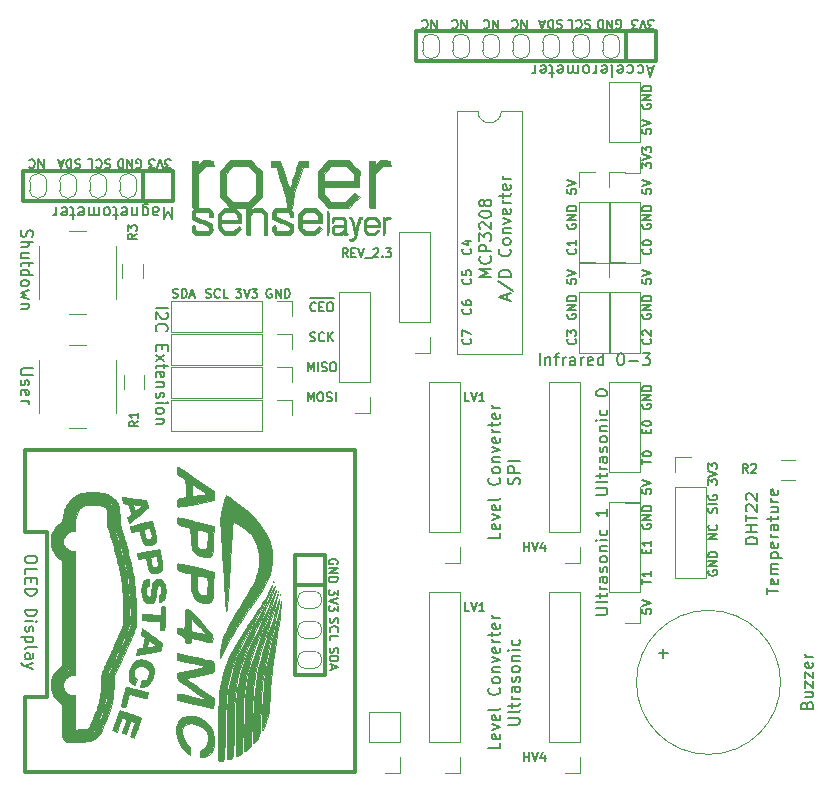
<source format=gto>
G04 #@! TF.FileFunction,Legend,Top*
%FSLAX46Y46*%
G04 Gerber Fmt 4.6, Leading zero omitted, Abs format (unit mm)*
G04 Created by KiCad (PCBNEW 4.0.5) date 11/07/17 20:17:22*
%MOMM*%
%LPD*%
G01*
G04 APERTURE LIST*
%ADD10C,0.100000*%
%ADD11C,0.150000*%
%ADD12C,0.187500*%
%ADD13C,0.200000*%
%ADD14C,0.010000*%
%ADD15C,0.120000*%
%ADD16C,0.300000*%
%ADD17C,0.304800*%
G04 APERTURE END LIST*
D10*
D11*
X165282571Y-120038571D02*
X165330190Y-119895714D01*
X165377810Y-119848095D01*
X165473048Y-119800476D01*
X165615905Y-119800476D01*
X165711143Y-119848095D01*
X165758762Y-119895714D01*
X165806381Y-119990952D01*
X165806381Y-120371905D01*
X164806381Y-120371905D01*
X164806381Y-120038571D01*
X164854000Y-119943333D01*
X164901619Y-119895714D01*
X164996857Y-119848095D01*
X165092095Y-119848095D01*
X165187333Y-119895714D01*
X165234952Y-119943333D01*
X165282571Y-120038571D01*
X165282571Y-120371905D01*
X165139714Y-118943333D02*
X165806381Y-118943333D01*
X165139714Y-119371905D02*
X165663524Y-119371905D01*
X165758762Y-119324286D01*
X165806381Y-119229048D01*
X165806381Y-119086190D01*
X165758762Y-118990952D01*
X165711143Y-118943333D01*
X165139714Y-118562381D02*
X165139714Y-118038571D01*
X165806381Y-118562381D01*
X165806381Y-118038571D01*
X165139714Y-117752857D02*
X165139714Y-117229047D01*
X165806381Y-117752857D01*
X165806381Y-117229047D01*
X165758762Y-116467142D02*
X165806381Y-116562380D01*
X165806381Y-116752857D01*
X165758762Y-116848095D01*
X165663524Y-116895714D01*
X165282571Y-116895714D01*
X165187333Y-116848095D01*
X165139714Y-116752857D01*
X165139714Y-116562380D01*
X165187333Y-116467142D01*
X165282571Y-116419523D01*
X165377810Y-116419523D01*
X165473048Y-116895714D01*
X165806381Y-115990952D02*
X165139714Y-115990952D01*
X165330190Y-115990952D02*
X165234952Y-115943333D01*
X165187333Y-115895714D01*
X165139714Y-115800476D01*
X165139714Y-115705237D01*
D12*
X133939286Y-62017714D02*
X133939286Y-62767714D01*
X133510714Y-62017714D01*
X133510714Y-62767714D01*
X132725000Y-62089143D02*
X132760714Y-62053429D01*
X132867857Y-62017714D01*
X132939286Y-62017714D01*
X133046429Y-62053429D01*
X133117857Y-62124857D01*
X133153572Y-62196286D01*
X133189286Y-62339143D01*
X133189286Y-62446286D01*
X133153572Y-62589143D01*
X133117857Y-62660571D01*
X133046429Y-62732000D01*
X132939286Y-62767714D01*
X132867857Y-62767714D01*
X132760714Y-62732000D01*
X132725000Y-62696286D01*
X136479286Y-62017714D02*
X136479286Y-62767714D01*
X136050714Y-62017714D01*
X136050714Y-62767714D01*
X135265000Y-62089143D02*
X135300714Y-62053429D01*
X135407857Y-62017714D01*
X135479286Y-62017714D01*
X135586429Y-62053429D01*
X135657857Y-62124857D01*
X135693572Y-62196286D01*
X135729286Y-62339143D01*
X135729286Y-62446286D01*
X135693572Y-62589143D01*
X135657857Y-62660571D01*
X135586429Y-62732000D01*
X135479286Y-62767714D01*
X135407857Y-62767714D01*
X135300714Y-62732000D01*
X135265000Y-62696286D01*
X139146286Y-62017714D02*
X139146286Y-62767714D01*
X138717714Y-62017714D01*
X138717714Y-62767714D01*
X137932000Y-62089143D02*
X137967714Y-62053429D01*
X138074857Y-62017714D01*
X138146286Y-62017714D01*
X138253429Y-62053429D01*
X138324857Y-62124857D01*
X138360572Y-62196286D01*
X138396286Y-62339143D01*
X138396286Y-62446286D01*
X138360572Y-62589143D01*
X138324857Y-62660571D01*
X138253429Y-62732000D01*
X138146286Y-62767714D01*
X138074857Y-62767714D01*
X137967714Y-62732000D01*
X137932000Y-62696286D01*
X141559286Y-62017714D02*
X141559286Y-62767714D01*
X141130714Y-62017714D01*
X141130714Y-62767714D01*
X140345000Y-62089143D02*
X140380714Y-62053429D01*
X140487857Y-62017714D01*
X140559286Y-62017714D01*
X140666429Y-62053429D01*
X140737857Y-62124857D01*
X140773572Y-62196286D01*
X140809286Y-62339143D01*
X140809286Y-62446286D01*
X140773572Y-62589143D01*
X140737857Y-62660571D01*
X140666429Y-62732000D01*
X140559286Y-62767714D01*
X140487857Y-62767714D01*
X140380714Y-62732000D01*
X140345000Y-62696286D01*
X100665286Y-73828714D02*
X100665286Y-74578714D01*
X100236714Y-73828714D01*
X100236714Y-74578714D01*
X99451000Y-73900143D02*
X99486714Y-73864429D01*
X99593857Y-73828714D01*
X99665286Y-73828714D01*
X99772429Y-73864429D01*
X99843857Y-73935857D01*
X99879572Y-74007286D01*
X99915286Y-74150143D01*
X99915286Y-74257286D01*
X99879572Y-74400143D01*
X99843857Y-74471571D01*
X99772429Y-74543000D01*
X99665286Y-74578714D01*
X99593857Y-74578714D01*
X99486714Y-74543000D01*
X99451000Y-74507286D01*
X106302857Y-73864429D02*
X106195714Y-73828714D01*
X106017143Y-73828714D01*
X105945714Y-73864429D01*
X105910000Y-73900143D01*
X105874285Y-73971571D01*
X105874285Y-74043000D01*
X105910000Y-74114429D01*
X105945714Y-74150143D01*
X106017143Y-74185857D01*
X106160000Y-74221571D01*
X106231428Y-74257286D01*
X106267143Y-74293000D01*
X106302857Y-74364429D01*
X106302857Y-74435857D01*
X106267143Y-74507286D01*
X106231428Y-74543000D01*
X106160000Y-74578714D01*
X105981428Y-74578714D01*
X105874285Y-74543000D01*
X105124285Y-73900143D02*
X105159999Y-73864429D01*
X105267142Y-73828714D01*
X105338571Y-73828714D01*
X105445714Y-73864429D01*
X105517142Y-73935857D01*
X105552857Y-74007286D01*
X105588571Y-74150143D01*
X105588571Y-74257286D01*
X105552857Y-74400143D01*
X105517142Y-74471571D01*
X105445714Y-74543000D01*
X105338571Y-74578714D01*
X105267142Y-74578714D01*
X105159999Y-74543000D01*
X105124285Y-74507286D01*
X104445714Y-73828714D02*
X104802857Y-73828714D01*
X104802857Y-74578714D01*
X103780714Y-73864429D02*
X103673571Y-73828714D01*
X103495000Y-73828714D01*
X103423571Y-73864429D01*
X103387857Y-73900143D01*
X103352142Y-73971571D01*
X103352142Y-74043000D01*
X103387857Y-74114429D01*
X103423571Y-74150143D01*
X103495000Y-74185857D01*
X103637857Y-74221571D01*
X103709285Y-74257286D01*
X103745000Y-74293000D01*
X103780714Y-74364429D01*
X103780714Y-74435857D01*
X103745000Y-74507286D01*
X103709285Y-74543000D01*
X103637857Y-74578714D01*
X103459285Y-74578714D01*
X103352142Y-74543000D01*
X103030714Y-73828714D02*
X103030714Y-74578714D01*
X102852142Y-74578714D01*
X102744999Y-74543000D01*
X102673571Y-74471571D01*
X102637856Y-74400143D01*
X102602142Y-74257286D01*
X102602142Y-74150143D01*
X102637856Y-74007286D01*
X102673571Y-73935857D01*
X102744999Y-73864429D01*
X102852142Y-73828714D01*
X103030714Y-73828714D01*
X102316428Y-74043000D02*
X101959285Y-74043000D01*
X102387856Y-73828714D02*
X102137856Y-74578714D01*
X101887856Y-73828714D01*
X111418571Y-74578714D02*
X110954285Y-74578714D01*
X111204285Y-74293000D01*
X111097143Y-74293000D01*
X111025714Y-74257286D01*
X110990000Y-74221571D01*
X110954285Y-74150143D01*
X110954285Y-73971571D01*
X110990000Y-73900143D01*
X111025714Y-73864429D01*
X111097143Y-73828714D01*
X111311428Y-73828714D01*
X111382857Y-73864429D01*
X111418571Y-73900143D01*
X110739999Y-74578714D02*
X110489999Y-73828714D01*
X110239999Y-74578714D01*
X110061428Y-74578714D02*
X109597142Y-74578714D01*
X109847142Y-74293000D01*
X109740000Y-74293000D01*
X109668571Y-74257286D01*
X109632857Y-74221571D01*
X109597142Y-74150143D01*
X109597142Y-73971571D01*
X109632857Y-73900143D01*
X109668571Y-73864429D01*
X109740000Y-73828714D01*
X109954285Y-73828714D01*
X110025714Y-73864429D01*
X110061428Y-73900143D01*
X108521428Y-74543000D02*
X108592857Y-74578714D01*
X108700000Y-74578714D01*
X108807143Y-74543000D01*
X108878571Y-74471571D01*
X108914286Y-74400143D01*
X108950000Y-74257286D01*
X108950000Y-74150143D01*
X108914286Y-74007286D01*
X108878571Y-73935857D01*
X108807143Y-73864429D01*
X108700000Y-73828714D01*
X108628571Y-73828714D01*
X108521428Y-73864429D01*
X108485714Y-73900143D01*
X108485714Y-74150143D01*
X108628571Y-74150143D01*
X108164286Y-73828714D02*
X108164286Y-74578714D01*
X107735714Y-73828714D01*
X107735714Y-74578714D01*
X107378572Y-73828714D02*
X107378572Y-74578714D01*
X107200000Y-74578714D01*
X107092857Y-74543000D01*
X107021429Y-74471571D01*
X106985714Y-74400143D01*
X106950000Y-74257286D01*
X106950000Y-74150143D01*
X106985714Y-74007286D01*
X107021429Y-73935857D01*
X107092857Y-73864429D01*
X107200000Y-73828714D01*
X107378572Y-73828714D01*
X114423143Y-85520571D02*
X114530286Y-85556286D01*
X114708857Y-85556286D01*
X114780286Y-85520571D01*
X114816000Y-85484857D01*
X114851715Y-85413429D01*
X114851715Y-85342000D01*
X114816000Y-85270571D01*
X114780286Y-85234857D01*
X114708857Y-85199143D01*
X114566000Y-85163429D01*
X114494572Y-85127714D01*
X114458857Y-85092000D01*
X114423143Y-85020571D01*
X114423143Y-84949143D01*
X114458857Y-84877714D01*
X114494572Y-84842000D01*
X114566000Y-84806286D01*
X114744572Y-84806286D01*
X114851715Y-84842000D01*
X115601715Y-85484857D02*
X115566001Y-85520571D01*
X115458858Y-85556286D01*
X115387429Y-85556286D01*
X115280286Y-85520571D01*
X115208858Y-85449143D01*
X115173143Y-85377714D01*
X115137429Y-85234857D01*
X115137429Y-85127714D01*
X115173143Y-84984857D01*
X115208858Y-84913429D01*
X115280286Y-84842000D01*
X115387429Y-84806286D01*
X115458858Y-84806286D01*
X115566001Y-84842000D01*
X115601715Y-84877714D01*
X116280286Y-85556286D02*
X115923143Y-85556286D01*
X115923143Y-84806286D01*
X111611286Y-85520571D02*
X111718429Y-85556286D01*
X111897000Y-85556286D01*
X111968429Y-85520571D01*
X112004143Y-85484857D01*
X112039858Y-85413429D01*
X112039858Y-85342000D01*
X112004143Y-85270571D01*
X111968429Y-85234857D01*
X111897000Y-85199143D01*
X111754143Y-85163429D01*
X111682715Y-85127714D01*
X111647000Y-85092000D01*
X111611286Y-85020571D01*
X111611286Y-84949143D01*
X111647000Y-84877714D01*
X111682715Y-84842000D01*
X111754143Y-84806286D01*
X111932715Y-84806286D01*
X112039858Y-84842000D01*
X112361286Y-85556286D02*
X112361286Y-84806286D01*
X112539858Y-84806286D01*
X112647001Y-84842000D01*
X112718429Y-84913429D01*
X112754144Y-84984857D01*
X112789858Y-85127714D01*
X112789858Y-85234857D01*
X112754144Y-85377714D01*
X112718429Y-85449143D01*
X112647001Y-85520571D01*
X112539858Y-85556286D01*
X112361286Y-85556286D01*
X113075572Y-85342000D02*
X113432715Y-85342000D01*
X113004144Y-85556286D02*
X113254144Y-84806286D01*
X113504144Y-85556286D01*
X116927429Y-84806286D02*
X117391715Y-84806286D01*
X117141715Y-85092000D01*
X117248857Y-85092000D01*
X117320286Y-85127714D01*
X117356000Y-85163429D01*
X117391715Y-85234857D01*
X117391715Y-85413429D01*
X117356000Y-85484857D01*
X117320286Y-85520571D01*
X117248857Y-85556286D01*
X117034572Y-85556286D01*
X116963143Y-85520571D01*
X116927429Y-85484857D01*
X117606001Y-84806286D02*
X117856001Y-85556286D01*
X118106001Y-84806286D01*
X118284572Y-84806286D02*
X118748858Y-84806286D01*
X118498858Y-85092000D01*
X118606000Y-85092000D01*
X118677429Y-85127714D01*
X118713143Y-85163429D01*
X118748858Y-85234857D01*
X118748858Y-85413429D01*
X118713143Y-85484857D01*
X118677429Y-85520571D01*
X118606000Y-85556286D01*
X118391715Y-85556286D01*
X118320286Y-85520571D01*
X118284572Y-85484857D01*
X119951572Y-84842000D02*
X119880143Y-84806286D01*
X119773000Y-84806286D01*
X119665857Y-84842000D01*
X119594429Y-84913429D01*
X119558714Y-84984857D01*
X119523000Y-85127714D01*
X119523000Y-85234857D01*
X119558714Y-85377714D01*
X119594429Y-85449143D01*
X119665857Y-85520571D01*
X119773000Y-85556286D01*
X119844429Y-85556286D01*
X119951572Y-85520571D01*
X119987286Y-85484857D01*
X119987286Y-85234857D01*
X119844429Y-85234857D01*
X120308714Y-85556286D02*
X120308714Y-84806286D01*
X120737286Y-85556286D01*
X120737286Y-84806286D01*
X121094428Y-85556286D02*
X121094428Y-84806286D01*
X121273000Y-84806286D01*
X121380143Y-84842000D01*
X121451571Y-84913429D01*
X121487286Y-84984857D01*
X121523000Y-85127714D01*
X121523000Y-85234857D01*
X121487286Y-85377714D01*
X121451571Y-85449143D01*
X121380143Y-85520571D01*
X121273000Y-85556286D01*
X121094428Y-85556286D01*
D11*
X161885381Y-110672001D02*
X161885381Y-110100572D01*
X162885381Y-110386287D02*
X161885381Y-110386287D01*
X162837762Y-109386286D02*
X162885381Y-109481524D01*
X162885381Y-109672001D01*
X162837762Y-109767239D01*
X162742524Y-109814858D01*
X162361571Y-109814858D01*
X162266333Y-109767239D01*
X162218714Y-109672001D01*
X162218714Y-109481524D01*
X162266333Y-109386286D01*
X162361571Y-109338667D01*
X162456810Y-109338667D01*
X162552048Y-109814858D01*
X162885381Y-108910096D02*
X162218714Y-108910096D01*
X162313952Y-108910096D02*
X162266333Y-108862477D01*
X162218714Y-108767239D01*
X162218714Y-108624381D01*
X162266333Y-108529143D01*
X162361571Y-108481524D01*
X162885381Y-108481524D01*
X162361571Y-108481524D02*
X162266333Y-108433905D01*
X162218714Y-108338667D01*
X162218714Y-108195810D01*
X162266333Y-108100572D01*
X162361571Y-108052953D01*
X162885381Y-108052953D01*
X162218714Y-107576763D02*
X163218714Y-107576763D01*
X162266333Y-107576763D02*
X162218714Y-107481525D01*
X162218714Y-107291048D01*
X162266333Y-107195810D01*
X162313952Y-107148191D01*
X162409190Y-107100572D01*
X162694905Y-107100572D01*
X162790143Y-107148191D01*
X162837762Y-107195810D01*
X162885381Y-107291048D01*
X162885381Y-107481525D01*
X162837762Y-107576763D01*
X162837762Y-106291048D02*
X162885381Y-106386286D01*
X162885381Y-106576763D01*
X162837762Y-106672001D01*
X162742524Y-106719620D01*
X162361571Y-106719620D01*
X162266333Y-106672001D01*
X162218714Y-106576763D01*
X162218714Y-106386286D01*
X162266333Y-106291048D01*
X162361571Y-106243429D01*
X162456810Y-106243429D01*
X162552048Y-106719620D01*
X162885381Y-105814858D02*
X162218714Y-105814858D01*
X162409190Y-105814858D02*
X162313952Y-105767239D01*
X162266333Y-105719620D01*
X162218714Y-105624382D01*
X162218714Y-105529143D01*
X162885381Y-104767238D02*
X162361571Y-104767238D01*
X162266333Y-104814857D01*
X162218714Y-104910095D01*
X162218714Y-105100572D01*
X162266333Y-105195810D01*
X162837762Y-104767238D02*
X162885381Y-104862476D01*
X162885381Y-105100572D01*
X162837762Y-105195810D01*
X162742524Y-105243429D01*
X162647286Y-105243429D01*
X162552048Y-105195810D01*
X162504429Y-105100572D01*
X162504429Y-104862476D01*
X162456810Y-104767238D01*
X162218714Y-104433905D02*
X162218714Y-104052953D01*
X161885381Y-104291048D02*
X162742524Y-104291048D01*
X162837762Y-104243429D01*
X162885381Y-104148191D01*
X162885381Y-104052953D01*
X162218714Y-103291047D02*
X162885381Y-103291047D01*
X162218714Y-103719619D02*
X162742524Y-103719619D01*
X162837762Y-103672000D01*
X162885381Y-103576762D01*
X162885381Y-103433904D01*
X162837762Y-103338666D01*
X162790143Y-103291047D01*
X162885381Y-102814857D02*
X162218714Y-102814857D01*
X162409190Y-102814857D02*
X162313952Y-102767238D01*
X162266333Y-102719619D01*
X162218714Y-102624381D01*
X162218714Y-102529142D01*
X162837762Y-101814856D02*
X162885381Y-101910094D01*
X162885381Y-102100571D01*
X162837762Y-102195809D01*
X162742524Y-102243428D01*
X162361571Y-102243428D01*
X162266333Y-102195809D01*
X162218714Y-102100571D01*
X162218714Y-101910094D01*
X162266333Y-101814856D01*
X162361571Y-101767237D01*
X162456810Y-101767237D01*
X162552048Y-102243428D01*
D12*
X124918429Y-115167286D02*
X124882714Y-115274429D01*
X124882714Y-115453000D01*
X124918429Y-115524429D01*
X124954143Y-115560143D01*
X125025571Y-115595858D01*
X125097000Y-115595858D01*
X125168429Y-115560143D01*
X125204143Y-115524429D01*
X125239857Y-115453000D01*
X125275571Y-115310143D01*
X125311286Y-115238715D01*
X125347000Y-115203000D01*
X125418429Y-115167286D01*
X125489857Y-115167286D01*
X125561286Y-115203000D01*
X125597000Y-115238715D01*
X125632714Y-115310143D01*
X125632714Y-115488715D01*
X125597000Y-115595858D01*
X124882714Y-115917286D02*
X125632714Y-115917286D01*
X125632714Y-116095858D01*
X125597000Y-116203001D01*
X125525571Y-116274429D01*
X125454143Y-116310144D01*
X125311286Y-116345858D01*
X125204143Y-116345858D01*
X125061286Y-116310144D01*
X124989857Y-116274429D01*
X124918429Y-116203001D01*
X124882714Y-116095858D01*
X124882714Y-115917286D01*
X125097000Y-116631572D02*
X125097000Y-116988715D01*
X124882714Y-116560144D02*
X125632714Y-116810144D01*
X124882714Y-117060144D01*
X124918429Y-112645143D02*
X124882714Y-112752286D01*
X124882714Y-112930857D01*
X124918429Y-113002286D01*
X124954143Y-113038000D01*
X125025571Y-113073715D01*
X125097000Y-113073715D01*
X125168429Y-113038000D01*
X125204143Y-113002286D01*
X125239857Y-112930857D01*
X125275571Y-112788000D01*
X125311286Y-112716572D01*
X125347000Y-112680857D01*
X125418429Y-112645143D01*
X125489857Y-112645143D01*
X125561286Y-112680857D01*
X125597000Y-112716572D01*
X125632714Y-112788000D01*
X125632714Y-112966572D01*
X125597000Y-113073715D01*
X124954143Y-113823715D02*
X124918429Y-113788001D01*
X124882714Y-113680858D01*
X124882714Y-113609429D01*
X124918429Y-113502286D01*
X124989857Y-113430858D01*
X125061286Y-113395143D01*
X125204143Y-113359429D01*
X125311286Y-113359429D01*
X125454143Y-113395143D01*
X125525571Y-113430858D01*
X125597000Y-113502286D01*
X125632714Y-113609429D01*
X125632714Y-113680858D01*
X125597000Y-113788001D01*
X125561286Y-113823715D01*
X124882714Y-114502286D02*
X124882714Y-114145143D01*
X125632714Y-114145143D01*
X125569214Y-110259929D02*
X125569214Y-110724215D01*
X125283500Y-110474215D01*
X125283500Y-110581357D01*
X125247786Y-110652786D01*
X125212071Y-110688500D01*
X125140643Y-110724215D01*
X124962071Y-110724215D01*
X124890643Y-110688500D01*
X124854929Y-110652786D01*
X124819214Y-110581357D01*
X124819214Y-110367072D01*
X124854929Y-110295643D01*
X124890643Y-110259929D01*
X125569214Y-110938501D02*
X124819214Y-111188501D01*
X125569214Y-111438501D01*
X125569214Y-111617072D02*
X125569214Y-112081358D01*
X125283500Y-111831358D01*
X125283500Y-111938500D01*
X125247786Y-112009929D01*
X125212071Y-112045643D01*
X125140643Y-112081358D01*
X124962071Y-112081358D01*
X124890643Y-112045643D01*
X124854929Y-112009929D01*
X124819214Y-111938500D01*
X124819214Y-111724215D01*
X124854929Y-111652786D01*
X124890643Y-111617072D01*
X125533500Y-108077072D02*
X125569214Y-108005643D01*
X125569214Y-107898500D01*
X125533500Y-107791357D01*
X125462071Y-107719929D01*
X125390643Y-107684214D01*
X125247786Y-107648500D01*
X125140643Y-107648500D01*
X124997786Y-107684214D01*
X124926357Y-107719929D01*
X124854929Y-107791357D01*
X124819214Y-107898500D01*
X124819214Y-107969929D01*
X124854929Y-108077072D01*
X124890643Y-108112786D01*
X125140643Y-108112786D01*
X125140643Y-107969929D01*
X124819214Y-108434214D02*
X125569214Y-108434214D01*
X124819214Y-108862786D01*
X125569214Y-108862786D01*
X124819214Y-109219928D02*
X125569214Y-109219928D01*
X125569214Y-109398500D01*
X125533500Y-109505643D01*
X125462071Y-109577071D01*
X125390643Y-109612786D01*
X125247786Y-109648500D01*
X125140643Y-109648500D01*
X124997786Y-109612786D01*
X124926357Y-109577071D01*
X124854929Y-109505643D01*
X124819214Y-109398500D01*
X124819214Y-109219928D01*
X125533500Y-108077072D02*
X125569214Y-108005643D01*
X125569214Y-107898500D01*
X125533500Y-107791357D01*
X125462071Y-107719929D01*
X125390643Y-107684214D01*
X125247786Y-107648500D01*
X125140643Y-107648500D01*
X124997786Y-107684214D01*
X124926357Y-107719929D01*
X124854929Y-107791357D01*
X124819214Y-107898500D01*
X124819214Y-107969929D01*
X124854929Y-108077072D01*
X124890643Y-108112786D01*
X125140643Y-108112786D01*
X125140643Y-107969929D01*
X124819214Y-108434214D02*
X125569214Y-108434214D01*
X124819214Y-108862786D01*
X125569214Y-108862786D01*
X124819214Y-109219928D02*
X125569214Y-109219928D01*
X125569214Y-109398500D01*
X125533500Y-109505643D01*
X125462071Y-109577071D01*
X125390643Y-109612786D01*
X125247786Y-109648500D01*
X125140643Y-109648500D01*
X124997786Y-109612786D01*
X124926357Y-109577071D01*
X124854929Y-109505643D01*
X124819214Y-109398500D01*
X124819214Y-109219928D01*
X125569214Y-110259929D02*
X125569214Y-110724215D01*
X125283500Y-110474215D01*
X125283500Y-110581357D01*
X125247786Y-110652786D01*
X125212071Y-110688500D01*
X125140643Y-110724215D01*
X124962071Y-110724215D01*
X124890643Y-110688500D01*
X124854929Y-110652786D01*
X124819214Y-110581357D01*
X124819214Y-110367072D01*
X124854929Y-110295643D01*
X124890643Y-110259929D01*
X125569214Y-110938501D02*
X124819214Y-111188501D01*
X125569214Y-111438501D01*
X125569214Y-111617072D02*
X125569214Y-112081358D01*
X125283500Y-111831358D01*
X125283500Y-111938500D01*
X125247786Y-112009929D01*
X125212071Y-112045643D01*
X125140643Y-112081358D01*
X124962071Y-112081358D01*
X124890643Y-112045643D01*
X124854929Y-112009929D01*
X124819214Y-111938500D01*
X124819214Y-111724215D01*
X124854929Y-111652786D01*
X124890643Y-111617072D01*
X125569214Y-110259929D02*
X125569214Y-110724215D01*
X125283500Y-110474215D01*
X125283500Y-110581357D01*
X125247786Y-110652786D01*
X125212071Y-110688500D01*
X125140643Y-110724215D01*
X124962071Y-110724215D01*
X124890643Y-110688500D01*
X124854929Y-110652786D01*
X124819214Y-110581357D01*
X124819214Y-110367072D01*
X124854929Y-110295643D01*
X124890643Y-110259929D01*
X125569214Y-110938501D02*
X124819214Y-111188501D01*
X125569214Y-111438501D01*
X125569214Y-111617072D02*
X125569214Y-112081358D01*
X125283500Y-111831358D01*
X125283500Y-111938500D01*
X125247786Y-112009929D01*
X125212071Y-112045643D01*
X125140643Y-112081358D01*
X124962071Y-112081358D01*
X124890643Y-112045643D01*
X124854929Y-112009929D01*
X124819214Y-111938500D01*
X124819214Y-111724215D01*
X124854929Y-111652786D01*
X124890643Y-111617072D01*
X125533500Y-108077072D02*
X125569214Y-108005643D01*
X125569214Y-107898500D01*
X125533500Y-107791357D01*
X125462071Y-107719929D01*
X125390643Y-107684214D01*
X125247786Y-107648500D01*
X125140643Y-107648500D01*
X124997786Y-107684214D01*
X124926357Y-107719929D01*
X124854929Y-107791357D01*
X124819214Y-107898500D01*
X124819214Y-107969929D01*
X124854929Y-108077072D01*
X124890643Y-108112786D01*
X125140643Y-108112786D01*
X125140643Y-107969929D01*
X124819214Y-108434214D02*
X125569214Y-108434214D01*
X124819214Y-108862786D01*
X125569214Y-108862786D01*
X124819214Y-109219928D02*
X125569214Y-109219928D01*
X125569214Y-109398500D01*
X125533500Y-109505643D01*
X125462071Y-109577071D01*
X125390643Y-109612786D01*
X125247786Y-109648500D01*
X125140643Y-109648500D01*
X124997786Y-109612786D01*
X124926357Y-109577071D01*
X124854929Y-109505643D01*
X124819214Y-109398500D01*
X124819214Y-109219928D01*
X125533500Y-108077072D02*
X125569214Y-108005643D01*
X125569214Y-107898500D01*
X125533500Y-107791357D01*
X125462071Y-107719929D01*
X125390643Y-107684214D01*
X125247786Y-107648500D01*
X125140643Y-107648500D01*
X124997786Y-107684214D01*
X124926357Y-107719929D01*
X124854929Y-107791357D01*
X124819214Y-107898500D01*
X124819214Y-107969929D01*
X124854929Y-108077072D01*
X124890643Y-108112786D01*
X125140643Y-108112786D01*
X125140643Y-107969929D01*
X124819214Y-108434214D02*
X125569214Y-108434214D01*
X124819214Y-108862786D01*
X125569214Y-108862786D01*
X124819214Y-109219928D02*
X125569214Y-109219928D01*
X125569214Y-109398500D01*
X125533500Y-109505643D01*
X125462071Y-109577071D01*
X125390643Y-109612786D01*
X125247786Y-109648500D01*
X125140643Y-109648500D01*
X124997786Y-109612786D01*
X124926357Y-109577071D01*
X124854929Y-109505643D01*
X124819214Y-109398500D01*
X124819214Y-109219928D01*
X125569214Y-110259929D02*
X125569214Y-110724215D01*
X125283500Y-110474215D01*
X125283500Y-110581357D01*
X125247786Y-110652786D01*
X125212071Y-110688500D01*
X125140643Y-110724215D01*
X124962071Y-110724215D01*
X124890643Y-110688500D01*
X124854929Y-110652786D01*
X124819214Y-110581357D01*
X124819214Y-110367072D01*
X124854929Y-110295643D01*
X124890643Y-110259929D01*
X125569214Y-110938501D02*
X124819214Y-111188501D01*
X125569214Y-111438501D01*
X125569214Y-111617072D02*
X125569214Y-112081358D01*
X125283500Y-111831358D01*
X125283500Y-111938500D01*
X125247786Y-112009929D01*
X125212071Y-112045643D01*
X125140643Y-112081358D01*
X124962071Y-112081358D01*
X124890643Y-112045643D01*
X124854929Y-112009929D01*
X124819214Y-111938500D01*
X124819214Y-111724215D01*
X124854929Y-111652786D01*
X124890643Y-111617072D01*
D11*
X100115619Y-107617190D02*
X100115619Y-107807667D01*
X100068000Y-107902905D01*
X99972762Y-107998143D01*
X99782286Y-108045762D01*
X99448952Y-108045762D01*
X99258476Y-107998143D01*
X99163238Y-107902905D01*
X99115619Y-107807667D01*
X99115619Y-107617190D01*
X99163238Y-107521952D01*
X99258476Y-107426714D01*
X99448952Y-107379095D01*
X99782286Y-107379095D01*
X99972762Y-107426714D01*
X100068000Y-107521952D01*
X100115619Y-107617190D01*
X99115619Y-108950524D02*
X99115619Y-108474333D01*
X100115619Y-108474333D01*
X99639429Y-109283857D02*
X99639429Y-109617191D01*
X99115619Y-109760048D02*
X99115619Y-109283857D01*
X100115619Y-109283857D01*
X100115619Y-109760048D01*
X99115619Y-110188619D02*
X100115619Y-110188619D01*
X100115619Y-110426714D01*
X100068000Y-110569572D01*
X99972762Y-110664810D01*
X99877524Y-110712429D01*
X99687048Y-110760048D01*
X99544190Y-110760048D01*
X99353714Y-110712429D01*
X99258476Y-110664810D01*
X99163238Y-110569572D01*
X99115619Y-110426714D01*
X99115619Y-110188619D01*
X99115619Y-111950524D02*
X100115619Y-111950524D01*
X100115619Y-112188619D01*
X100068000Y-112331477D01*
X99972762Y-112426715D01*
X99877524Y-112474334D01*
X99687048Y-112521953D01*
X99544190Y-112521953D01*
X99353714Y-112474334D01*
X99258476Y-112426715D01*
X99163238Y-112331477D01*
X99115619Y-112188619D01*
X99115619Y-111950524D01*
X99115619Y-112950524D02*
X99782286Y-112950524D01*
X100115619Y-112950524D02*
X100068000Y-112902905D01*
X100020381Y-112950524D01*
X100068000Y-112998143D01*
X100115619Y-112950524D01*
X100020381Y-112950524D01*
X99163238Y-113379095D02*
X99115619Y-113474333D01*
X99115619Y-113664809D01*
X99163238Y-113760048D01*
X99258476Y-113807667D01*
X99306095Y-113807667D01*
X99401333Y-113760048D01*
X99448952Y-113664809D01*
X99448952Y-113521952D01*
X99496571Y-113426714D01*
X99591810Y-113379095D01*
X99639429Y-113379095D01*
X99734667Y-113426714D01*
X99782286Y-113521952D01*
X99782286Y-113664809D01*
X99734667Y-113760048D01*
X99782286Y-114236238D02*
X98782286Y-114236238D01*
X99734667Y-114236238D02*
X99782286Y-114331476D01*
X99782286Y-114521953D01*
X99734667Y-114617191D01*
X99687048Y-114664810D01*
X99591810Y-114712429D01*
X99306095Y-114712429D01*
X99210857Y-114664810D01*
X99163238Y-114617191D01*
X99115619Y-114521953D01*
X99115619Y-114331476D01*
X99163238Y-114236238D01*
X99115619Y-115283857D02*
X99163238Y-115188619D01*
X99258476Y-115141000D01*
X100115619Y-115141000D01*
X99115619Y-116093382D02*
X99639429Y-116093382D01*
X99734667Y-116045763D01*
X99782286Y-115950525D01*
X99782286Y-115760048D01*
X99734667Y-115664810D01*
X99163238Y-116093382D02*
X99115619Y-115998144D01*
X99115619Y-115760048D01*
X99163238Y-115664810D01*
X99258476Y-115617191D01*
X99353714Y-115617191D01*
X99448952Y-115664810D01*
X99496571Y-115760048D01*
X99496571Y-115998144D01*
X99544190Y-116093382D01*
X99782286Y-116474334D02*
X99115619Y-116712429D01*
X99782286Y-116950525D02*
X99115619Y-116712429D01*
X98877524Y-116617191D01*
X98829905Y-116569572D01*
X98782286Y-116474334D01*
X110164619Y-86384428D02*
X111164619Y-86384428D01*
X111069381Y-86812999D02*
X111117000Y-86860618D01*
X111164619Y-86955856D01*
X111164619Y-87193952D01*
X111117000Y-87289190D01*
X111069381Y-87336809D01*
X110974143Y-87384428D01*
X110878905Y-87384428D01*
X110736048Y-87336809D01*
X110164619Y-86765380D01*
X110164619Y-87384428D01*
X110259857Y-88384428D02*
X110212238Y-88336809D01*
X110164619Y-88193952D01*
X110164619Y-88098714D01*
X110212238Y-87955856D01*
X110307476Y-87860618D01*
X110402714Y-87812999D01*
X110593190Y-87765380D01*
X110736048Y-87765380D01*
X110926524Y-87812999D01*
X111021762Y-87860618D01*
X111117000Y-87955856D01*
X111164619Y-88098714D01*
X111164619Y-88193952D01*
X111117000Y-88336809D01*
X111069381Y-88384428D01*
X110688429Y-89574904D02*
X110688429Y-89908238D01*
X110164619Y-90051095D02*
X110164619Y-89574904D01*
X111164619Y-89574904D01*
X111164619Y-90051095D01*
X110164619Y-90384428D02*
X110831286Y-90908238D01*
X110831286Y-90384428D02*
X110164619Y-90908238D01*
X110831286Y-91146333D02*
X110831286Y-91527285D01*
X111164619Y-91289190D02*
X110307476Y-91289190D01*
X110212238Y-91336809D01*
X110164619Y-91432047D01*
X110164619Y-91527285D01*
X110212238Y-92241572D02*
X110164619Y-92146334D01*
X110164619Y-91955857D01*
X110212238Y-91860619D01*
X110307476Y-91813000D01*
X110688429Y-91813000D01*
X110783667Y-91860619D01*
X110831286Y-91955857D01*
X110831286Y-92146334D01*
X110783667Y-92241572D01*
X110688429Y-92289191D01*
X110593190Y-92289191D01*
X110497952Y-91813000D01*
X110831286Y-92717762D02*
X110164619Y-92717762D01*
X110736048Y-92717762D02*
X110783667Y-92765381D01*
X110831286Y-92860619D01*
X110831286Y-93003477D01*
X110783667Y-93098715D01*
X110688429Y-93146334D01*
X110164619Y-93146334D01*
X110212238Y-93574905D02*
X110164619Y-93670143D01*
X110164619Y-93860619D01*
X110212238Y-93955858D01*
X110307476Y-94003477D01*
X110355095Y-94003477D01*
X110450333Y-93955858D01*
X110497952Y-93860619D01*
X110497952Y-93717762D01*
X110545571Y-93622524D01*
X110640810Y-93574905D01*
X110688429Y-93574905D01*
X110783667Y-93622524D01*
X110831286Y-93717762D01*
X110831286Y-93860619D01*
X110783667Y-93955858D01*
X110164619Y-94432048D02*
X110831286Y-94432048D01*
X111164619Y-94432048D02*
X111117000Y-94384429D01*
X111069381Y-94432048D01*
X111117000Y-94479667D01*
X111164619Y-94432048D01*
X111069381Y-94432048D01*
X110164619Y-95051095D02*
X110212238Y-94955857D01*
X110259857Y-94908238D01*
X110355095Y-94860619D01*
X110640810Y-94860619D01*
X110736048Y-94908238D01*
X110783667Y-94955857D01*
X110831286Y-95051095D01*
X110831286Y-95193953D01*
X110783667Y-95289191D01*
X110736048Y-95336810D01*
X110640810Y-95384429D01*
X110355095Y-95384429D01*
X110259857Y-95336810D01*
X110212238Y-95289191D01*
X110164619Y-95193953D01*
X110164619Y-95051095D01*
X110831286Y-95813000D02*
X110164619Y-95813000D01*
X110736048Y-95813000D02*
X110783667Y-95860619D01*
X110831286Y-95955857D01*
X110831286Y-96098715D01*
X110783667Y-96193953D01*
X110688429Y-96241572D01*
X110164619Y-96241572D01*
X161107381Y-106386048D02*
X160107381Y-106386048D01*
X160107381Y-106147953D01*
X160155000Y-106005095D01*
X160250238Y-105909857D01*
X160345476Y-105862238D01*
X160535952Y-105814619D01*
X160678810Y-105814619D01*
X160869286Y-105862238D01*
X160964524Y-105909857D01*
X161059762Y-106005095D01*
X161107381Y-106147953D01*
X161107381Y-106386048D01*
X161107381Y-105386048D02*
X160107381Y-105386048D01*
X160583571Y-105386048D02*
X160583571Y-104814619D01*
X161107381Y-104814619D02*
X160107381Y-104814619D01*
X160107381Y-104481286D02*
X160107381Y-103909857D01*
X161107381Y-104195572D02*
X160107381Y-104195572D01*
X160202619Y-103624143D02*
X160155000Y-103576524D01*
X160107381Y-103481286D01*
X160107381Y-103243190D01*
X160155000Y-103147952D01*
X160202619Y-103100333D01*
X160297857Y-103052714D01*
X160393095Y-103052714D01*
X160535952Y-103100333D01*
X161107381Y-103671762D01*
X161107381Y-103052714D01*
X160202619Y-102671762D02*
X160155000Y-102624143D01*
X160107381Y-102528905D01*
X160107381Y-102290809D01*
X160155000Y-102195571D01*
X160202619Y-102147952D01*
X160297857Y-102100333D01*
X160393095Y-102100333D01*
X160535952Y-102147952D01*
X161107381Y-102719381D01*
X161107381Y-102100333D01*
D12*
X157692286Y-105999286D02*
X156942286Y-105999286D01*
X157692286Y-105570714D01*
X156942286Y-105570714D01*
X157620857Y-104785000D02*
X157656571Y-104820714D01*
X157692286Y-104927857D01*
X157692286Y-104999286D01*
X157656571Y-105106429D01*
X157585143Y-105177857D01*
X157513714Y-105213572D01*
X157370857Y-105249286D01*
X157263714Y-105249286D01*
X157120857Y-105213572D01*
X157049429Y-105177857D01*
X156978000Y-105106429D01*
X156942286Y-104999286D01*
X156942286Y-104927857D01*
X156978000Y-104820714D01*
X157013714Y-104785000D01*
X157656571Y-103764857D02*
X157692286Y-103657714D01*
X157692286Y-103479143D01*
X157656571Y-103407714D01*
X157620857Y-103372000D01*
X157549429Y-103336285D01*
X157478000Y-103336285D01*
X157406571Y-103372000D01*
X157370857Y-103407714D01*
X157335143Y-103479143D01*
X157299429Y-103622000D01*
X157263714Y-103693428D01*
X157228000Y-103729143D01*
X157156571Y-103764857D01*
X157085143Y-103764857D01*
X157013714Y-103729143D01*
X156978000Y-103693428D01*
X156942286Y-103622000D01*
X156942286Y-103443428D01*
X156978000Y-103336285D01*
X157692286Y-103014857D02*
X156942286Y-103014857D01*
X156978000Y-102264856D02*
X156942286Y-102336285D01*
X156942286Y-102443428D01*
X156978000Y-102550571D01*
X157049429Y-102621999D01*
X157120857Y-102657714D01*
X157263714Y-102693428D01*
X157370857Y-102693428D01*
X157513714Y-102657714D01*
X157585143Y-102621999D01*
X157656571Y-102550571D01*
X157692286Y-102443428D01*
X157692286Y-102371999D01*
X157656571Y-102264856D01*
X157620857Y-102229142D01*
X157370857Y-102229142D01*
X157370857Y-102371999D01*
X156942286Y-101385571D02*
X156942286Y-100921285D01*
X157228000Y-101171285D01*
X157228000Y-101064143D01*
X157263714Y-100992714D01*
X157299429Y-100957000D01*
X157370857Y-100921285D01*
X157549429Y-100921285D01*
X157620857Y-100957000D01*
X157656571Y-100992714D01*
X157692286Y-101064143D01*
X157692286Y-101278428D01*
X157656571Y-101349857D01*
X157620857Y-101385571D01*
X156942286Y-100706999D02*
X157692286Y-100456999D01*
X156942286Y-100206999D01*
X156942286Y-100028428D02*
X156942286Y-99564142D01*
X157228000Y-99814142D01*
X157228000Y-99707000D01*
X157263714Y-99635571D01*
X157299429Y-99599857D01*
X157370857Y-99564142D01*
X157549429Y-99564142D01*
X157620857Y-99599857D01*
X157656571Y-99635571D01*
X157692286Y-99707000D01*
X157692286Y-99921285D01*
X157656571Y-99992714D01*
X157620857Y-100028428D01*
X156978000Y-108648428D02*
X156942286Y-108719857D01*
X156942286Y-108827000D01*
X156978000Y-108934143D01*
X157049429Y-109005571D01*
X157120857Y-109041286D01*
X157263714Y-109077000D01*
X157370857Y-109077000D01*
X157513714Y-109041286D01*
X157585143Y-109005571D01*
X157656571Y-108934143D01*
X157692286Y-108827000D01*
X157692286Y-108755571D01*
X157656571Y-108648428D01*
X157620857Y-108612714D01*
X157370857Y-108612714D01*
X157370857Y-108755571D01*
X157692286Y-108291286D02*
X156942286Y-108291286D01*
X157692286Y-107862714D01*
X156942286Y-107862714D01*
X157692286Y-107505572D02*
X156942286Y-107505572D01*
X156942286Y-107327000D01*
X156978000Y-107219857D01*
X157049429Y-107148429D01*
X157120857Y-107112714D01*
X157263714Y-107077000D01*
X157370857Y-107077000D01*
X157513714Y-107112714D01*
X157585143Y-107148429D01*
X157656571Y-107219857D01*
X157692286Y-107327000D01*
X157692286Y-107505572D01*
X119951572Y-84842000D02*
X119880143Y-84806286D01*
X119773000Y-84806286D01*
X119665857Y-84842000D01*
X119594429Y-84913429D01*
X119558714Y-84984857D01*
X119523000Y-85127714D01*
X119523000Y-85234857D01*
X119558714Y-85377714D01*
X119594429Y-85449143D01*
X119665857Y-85520571D01*
X119773000Y-85556286D01*
X119844429Y-85556286D01*
X119951572Y-85520571D01*
X119987286Y-85484857D01*
X119987286Y-85234857D01*
X119844429Y-85234857D01*
X120308714Y-85556286D02*
X120308714Y-84806286D01*
X120737286Y-85556286D01*
X120737286Y-84806286D01*
X121094428Y-85556286D02*
X121094428Y-84806286D01*
X121273000Y-84806286D01*
X121380143Y-84842000D01*
X121451571Y-84913429D01*
X121487286Y-84984857D01*
X121523000Y-85127714D01*
X121523000Y-85234857D01*
X121487286Y-85377714D01*
X121451571Y-85449143D01*
X121380143Y-85520571D01*
X121273000Y-85556286D01*
X121094428Y-85556286D01*
X116927429Y-84806286D02*
X117391715Y-84806286D01*
X117141715Y-85092000D01*
X117248857Y-85092000D01*
X117320286Y-85127714D01*
X117356000Y-85163429D01*
X117391715Y-85234857D01*
X117391715Y-85413429D01*
X117356000Y-85484857D01*
X117320286Y-85520571D01*
X117248857Y-85556286D01*
X117034572Y-85556286D01*
X116963143Y-85520571D01*
X116927429Y-85484857D01*
X117606001Y-84806286D02*
X117856001Y-85556286D01*
X118106001Y-84806286D01*
X118284572Y-84806286D02*
X118748858Y-84806286D01*
X118498858Y-85092000D01*
X118606000Y-85092000D01*
X118677429Y-85127714D01*
X118713143Y-85163429D01*
X118748858Y-85234857D01*
X118748858Y-85413429D01*
X118713143Y-85484857D01*
X118677429Y-85520571D01*
X118606000Y-85556286D01*
X118391715Y-85556286D01*
X118320286Y-85520571D01*
X118284572Y-85484857D01*
X126408857Y-82127286D02*
X126158857Y-81770143D01*
X125980285Y-82127286D02*
X125980285Y-81377286D01*
X126266000Y-81377286D01*
X126337428Y-81413000D01*
X126373143Y-81448714D01*
X126408857Y-81520143D01*
X126408857Y-81627286D01*
X126373143Y-81698714D01*
X126337428Y-81734429D01*
X126266000Y-81770143D01*
X125980285Y-81770143D01*
X126730285Y-81734429D02*
X126980285Y-81734429D01*
X127087428Y-82127286D02*
X126730285Y-82127286D01*
X126730285Y-81377286D01*
X127087428Y-81377286D01*
X127301714Y-81377286D02*
X127551714Y-82127286D01*
X127801714Y-81377286D01*
X127873142Y-82198714D02*
X128444571Y-82198714D01*
X128587428Y-81448714D02*
X128623142Y-81413000D01*
X128694571Y-81377286D01*
X128873142Y-81377286D01*
X128944571Y-81413000D01*
X128980285Y-81448714D01*
X129016000Y-81520143D01*
X129016000Y-81591571D01*
X128980285Y-81698714D01*
X128551714Y-82127286D01*
X129016000Y-82127286D01*
X129337428Y-82055857D02*
X129373143Y-82091571D01*
X129337428Y-82127286D01*
X129301714Y-82091571D01*
X129337428Y-82055857D01*
X129337428Y-82127286D01*
X129623143Y-81377286D02*
X130087429Y-81377286D01*
X129837429Y-81663000D01*
X129944571Y-81663000D01*
X130016000Y-81698714D01*
X130051714Y-81734429D01*
X130087429Y-81805857D01*
X130087429Y-81984429D01*
X130051714Y-82055857D01*
X130016000Y-82091571D01*
X129944571Y-82127286D01*
X129730286Y-82127286D01*
X129658857Y-82091571D01*
X129623143Y-82055857D01*
X146942857Y-62053429D02*
X146835714Y-62017714D01*
X146657143Y-62017714D01*
X146585714Y-62053429D01*
X146550000Y-62089143D01*
X146514285Y-62160571D01*
X146514285Y-62232000D01*
X146550000Y-62303429D01*
X146585714Y-62339143D01*
X146657143Y-62374857D01*
X146800000Y-62410571D01*
X146871428Y-62446286D01*
X146907143Y-62482000D01*
X146942857Y-62553429D01*
X146942857Y-62624857D01*
X146907143Y-62696286D01*
X146871428Y-62732000D01*
X146800000Y-62767714D01*
X146621428Y-62767714D01*
X146514285Y-62732000D01*
X145764285Y-62089143D02*
X145799999Y-62053429D01*
X145907142Y-62017714D01*
X145978571Y-62017714D01*
X146085714Y-62053429D01*
X146157142Y-62124857D01*
X146192857Y-62196286D01*
X146228571Y-62339143D01*
X146228571Y-62446286D01*
X146192857Y-62589143D01*
X146157142Y-62660571D01*
X146085714Y-62732000D01*
X145978571Y-62767714D01*
X145907142Y-62767714D01*
X145799999Y-62732000D01*
X145764285Y-62696286D01*
X145085714Y-62017714D02*
X145442857Y-62017714D01*
X145442857Y-62767714D01*
X144547714Y-62053429D02*
X144440571Y-62017714D01*
X144262000Y-62017714D01*
X144190571Y-62053429D01*
X144154857Y-62089143D01*
X144119142Y-62160571D01*
X144119142Y-62232000D01*
X144154857Y-62303429D01*
X144190571Y-62339143D01*
X144262000Y-62374857D01*
X144404857Y-62410571D01*
X144476285Y-62446286D01*
X144512000Y-62482000D01*
X144547714Y-62553429D01*
X144547714Y-62624857D01*
X144512000Y-62696286D01*
X144476285Y-62732000D01*
X144404857Y-62767714D01*
X144226285Y-62767714D01*
X144119142Y-62732000D01*
X143797714Y-62017714D02*
X143797714Y-62767714D01*
X143619142Y-62767714D01*
X143511999Y-62732000D01*
X143440571Y-62660571D01*
X143404856Y-62589143D01*
X143369142Y-62446286D01*
X143369142Y-62339143D01*
X143404856Y-62196286D01*
X143440571Y-62124857D01*
X143511999Y-62053429D01*
X143619142Y-62017714D01*
X143797714Y-62017714D01*
X143083428Y-62232000D02*
X142726285Y-62232000D01*
X143154856Y-62017714D02*
X142904856Y-62767714D01*
X142654856Y-62017714D01*
X149161428Y-62732000D02*
X149232857Y-62767714D01*
X149340000Y-62767714D01*
X149447143Y-62732000D01*
X149518571Y-62660571D01*
X149554286Y-62589143D01*
X149590000Y-62446286D01*
X149590000Y-62339143D01*
X149554286Y-62196286D01*
X149518571Y-62124857D01*
X149447143Y-62053429D01*
X149340000Y-62017714D01*
X149268571Y-62017714D01*
X149161428Y-62053429D01*
X149125714Y-62089143D01*
X149125714Y-62339143D01*
X149268571Y-62339143D01*
X148804286Y-62017714D02*
X148804286Y-62767714D01*
X148375714Y-62017714D01*
X148375714Y-62767714D01*
X148018572Y-62017714D02*
X148018572Y-62767714D01*
X147840000Y-62767714D01*
X147732857Y-62732000D01*
X147661429Y-62660571D01*
X147625714Y-62589143D01*
X147590000Y-62446286D01*
X147590000Y-62339143D01*
X147625714Y-62196286D01*
X147661429Y-62124857D01*
X147732857Y-62053429D01*
X147840000Y-62017714D01*
X148018572Y-62017714D01*
X152312571Y-62767714D02*
X151848285Y-62767714D01*
X152098285Y-62482000D01*
X151991143Y-62482000D01*
X151919714Y-62446286D01*
X151884000Y-62410571D01*
X151848285Y-62339143D01*
X151848285Y-62160571D01*
X151884000Y-62089143D01*
X151919714Y-62053429D01*
X151991143Y-62017714D01*
X152205428Y-62017714D01*
X152276857Y-62053429D01*
X152312571Y-62089143D01*
X151633999Y-62767714D02*
X151383999Y-62017714D01*
X151133999Y-62767714D01*
X150955428Y-62767714D02*
X150491142Y-62767714D01*
X150741142Y-62482000D01*
X150634000Y-62482000D01*
X150562571Y-62446286D01*
X150526857Y-62410571D01*
X150491142Y-62339143D01*
X150491142Y-62160571D01*
X150526857Y-62089143D01*
X150562571Y-62053429D01*
X150634000Y-62017714D01*
X150848285Y-62017714D01*
X150919714Y-62053429D01*
X150955428Y-62089143D01*
D11*
X152288239Y-66127333D02*
X151812048Y-66127333D01*
X152383477Y-65841619D02*
X152050144Y-66841619D01*
X151716810Y-65841619D01*
X150954905Y-65889238D02*
X151050143Y-65841619D01*
X151240620Y-65841619D01*
X151335858Y-65889238D01*
X151383477Y-65936857D01*
X151431096Y-66032095D01*
X151431096Y-66317810D01*
X151383477Y-66413048D01*
X151335858Y-66460667D01*
X151240620Y-66508286D01*
X151050143Y-66508286D01*
X150954905Y-66460667D01*
X150097762Y-65889238D02*
X150193000Y-65841619D01*
X150383477Y-65841619D01*
X150478715Y-65889238D01*
X150526334Y-65936857D01*
X150573953Y-66032095D01*
X150573953Y-66317810D01*
X150526334Y-66413048D01*
X150478715Y-66460667D01*
X150383477Y-66508286D01*
X150193000Y-66508286D01*
X150097762Y-66460667D01*
X149288238Y-65889238D02*
X149383476Y-65841619D01*
X149573953Y-65841619D01*
X149669191Y-65889238D01*
X149716810Y-65984476D01*
X149716810Y-66365429D01*
X149669191Y-66460667D01*
X149573953Y-66508286D01*
X149383476Y-66508286D01*
X149288238Y-66460667D01*
X149240619Y-66365429D01*
X149240619Y-66270190D01*
X149716810Y-66174952D01*
X148669191Y-65841619D02*
X148764429Y-65889238D01*
X148812048Y-65984476D01*
X148812048Y-66841619D01*
X147907285Y-65889238D02*
X148002523Y-65841619D01*
X148193000Y-65841619D01*
X148288238Y-65889238D01*
X148335857Y-65984476D01*
X148335857Y-66365429D01*
X148288238Y-66460667D01*
X148193000Y-66508286D01*
X148002523Y-66508286D01*
X147907285Y-66460667D01*
X147859666Y-66365429D01*
X147859666Y-66270190D01*
X148335857Y-66174952D01*
X147431095Y-65841619D02*
X147431095Y-66508286D01*
X147431095Y-66317810D02*
X147383476Y-66413048D01*
X147335857Y-66460667D01*
X147240619Y-66508286D01*
X147145380Y-66508286D01*
X146669190Y-65841619D02*
X146764428Y-65889238D01*
X146812047Y-65936857D01*
X146859666Y-66032095D01*
X146859666Y-66317810D01*
X146812047Y-66413048D01*
X146764428Y-66460667D01*
X146669190Y-66508286D01*
X146526332Y-66508286D01*
X146431094Y-66460667D01*
X146383475Y-66413048D01*
X146335856Y-66317810D01*
X146335856Y-66032095D01*
X146383475Y-65936857D01*
X146431094Y-65889238D01*
X146526332Y-65841619D01*
X146669190Y-65841619D01*
X145907285Y-65841619D02*
X145907285Y-66508286D01*
X145907285Y-66413048D02*
X145859666Y-66460667D01*
X145764428Y-66508286D01*
X145621570Y-66508286D01*
X145526332Y-66460667D01*
X145478713Y-66365429D01*
X145478713Y-65841619D01*
X145478713Y-66365429D02*
X145431094Y-66460667D01*
X145335856Y-66508286D01*
X145192999Y-66508286D01*
X145097761Y-66460667D01*
X145050142Y-66365429D01*
X145050142Y-65841619D01*
X144192999Y-65889238D02*
X144288237Y-65841619D01*
X144478714Y-65841619D01*
X144573952Y-65889238D01*
X144621571Y-65984476D01*
X144621571Y-66365429D01*
X144573952Y-66460667D01*
X144478714Y-66508286D01*
X144288237Y-66508286D01*
X144192999Y-66460667D01*
X144145380Y-66365429D01*
X144145380Y-66270190D01*
X144621571Y-66174952D01*
X143859666Y-66508286D02*
X143478714Y-66508286D01*
X143716809Y-66841619D02*
X143716809Y-65984476D01*
X143669190Y-65889238D01*
X143573952Y-65841619D01*
X143478714Y-65841619D01*
X142764427Y-65889238D02*
X142859665Y-65841619D01*
X143050142Y-65841619D01*
X143145380Y-65889238D01*
X143192999Y-65984476D01*
X143192999Y-66365429D01*
X143145380Y-66460667D01*
X143050142Y-66508286D01*
X142859665Y-66508286D01*
X142764427Y-66460667D01*
X142716808Y-66365429D01*
X142716808Y-66270190D01*
X143192999Y-66174952D01*
X142288237Y-65841619D02*
X142288237Y-66508286D01*
X142288237Y-66317810D02*
X142240618Y-66413048D01*
X142192999Y-66460667D01*
X142097761Y-66508286D01*
X142002522Y-66508286D01*
X98782238Y-79827857D02*
X98734619Y-79970714D01*
X98734619Y-80208810D01*
X98782238Y-80304048D01*
X98829857Y-80351667D01*
X98925095Y-80399286D01*
X99020333Y-80399286D01*
X99115571Y-80351667D01*
X99163190Y-80304048D01*
X99210810Y-80208810D01*
X99258429Y-80018333D01*
X99306048Y-79923095D01*
X99353667Y-79875476D01*
X99448905Y-79827857D01*
X99544143Y-79827857D01*
X99639381Y-79875476D01*
X99687000Y-79923095D01*
X99734619Y-80018333D01*
X99734619Y-80256429D01*
X99687000Y-80399286D01*
X98734619Y-80827857D02*
X99734619Y-80827857D01*
X98734619Y-81256429D02*
X99258429Y-81256429D01*
X99353667Y-81208810D01*
X99401286Y-81113572D01*
X99401286Y-80970714D01*
X99353667Y-80875476D01*
X99306048Y-80827857D01*
X99401286Y-82161191D02*
X98734619Y-82161191D01*
X99401286Y-81732619D02*
X98877476Y-81732619D01*
X98782238Y-81780238D01*
X98734619Y-81875476D01*
X98734619Y-82018334D01*
X98782238Y-82113572D01*
X98829857Y-82161191D01*
X99401286Y-82494524D02*
X99401286Y-82875476D01*
X99734619Y-82637381D02*
X98877476Y-82637381D01*
X98782238Y-82685000D01*
X98734619Y-82780238D01*
X98734619Y-82875476D01*
X98734619Y-83637382D02*
X99734619Y-83637382D01*
X98782238Y-83637382D02*
X98734619Y-83542144D01*
X98734619Y-83351667D01*
X98782238Y-83256429D01*
X98829857Y-83208810D01*
X98925095Y-83161191D01*
X99210810Y-83161191D01*
X99306048Y-83208810D01*
X99353667Y-83256429D01*
X99401286Y-83351667D01*
X99401286Y-83542144D01*
X99353667Y-83637382D01*
X98734619Y-84256429D02*
X98782238Y-84161191D01*
X98829857Y-84113572D01*
X98925095Y-84065953D01*
X99210810Y-84065953D01*
X99306048Y-84113572D01*
X99353667Y-84161191D01*
X99401286Y-84256429D01*
X99401286Y-84399287D01*
X99353667Y-84494525D01*
X99306048Y-84542144D01*
X99210810Y-84589763D01*
X98925095Y-84589763D01*
X98829857Y-84542144D01*
X98782238Y-84494525D01*
X98734619Y-84399287D01*
X98734619Y-84256429D01*
X99401286Y-84923096D02*
X98734619Y-85113572D01*
X99210810Y-85304049D01*
X98734619Y-85494525D01*
X99401286Y-85685001D01*
X99401286Y-86065953D02*
X98734619Y-86065953D01*
X99306048Y-86065953D02*
X99353667Y-86113572D01*
X99401286Y-86208810D01*
X99401286Y-86351668D01*
X99353667Y-86446906D01*
X99258429Y-86494525D01*
X98734619Y-86494525D01*
X99734619Y-91535428D02*
X98925095Y-91535428D01*
X98829857Y-91583047D01*
X98782238Y-91630666D01*
X98734619Y-91725904D01*
X98734619Y-91916381D01*
X98782238Y-92011619D01*
X98829857Y-92059238D01*
X98925095Y-92106857D01*
X99734619Y-92106857D01*
X98782238Y-92535428D02*
X98734619Y-92630666D01*
X98734619Y-92821142D01*
X98782238Y-92916381D01*
X98877476Y-92964000D01*
X98925095Y-92964000D01*
X99020333Y-92916381D01*
X99067952Y-92821142D01*
X99067952Y-92678285D01*
X99115571Y-92583047D01*
X99210810Y-92535428D01*
X99258429Y-92535428D01*
X99353667Y-92583047D01*
X99401286Y-92678285D01*
X99401286Y-92821142D01*
X99353667Y-92916381D01*
X98782238Y-93773524D02*
X98734619Y-93678286D01*
X98734619Y-93487809D01*
X98782238Y-93392571D01*
X98877476Y-93344952D01*
X99258429Y-93344952D01*
X99353667Y-93392571D01*
X99401286Y-93487809D01*
X99401286Y-93678286D01*
X99353667Y-93773524D01*
X99258429Y-93821143D01*
X99163190Y-93821143D01*
X99067952Y-93344952D01*
X98734619Y-94249714D02*
X99401286Y-94249714D01*
X99210810Y-94249714D02*
X99306048Y-94297333D01*
X99353667Y-94344952D01*
X99401286Y-94440190D01*
X99401286Y-94535429D01*
D13*
X123190000Y-85598000D02*
X125222000Y-85598000D01*
D12*
X141347143Y-124799286D02*
X141347143Y-124049286D01*
X141347143Y-124406429D02*
X141775715Y-124406429D01*
X141775715Y-124799286D02*
X141775715Y-124049286D01*
X142025715Y-124049286D02*
X142275715Y-124799286D01*
X142525715Y-124049286D01*
X143097143Y-124299286D02*
X143097143Y-124799286D01*
X142918572Y-124013571D02*
X142740000Y-124549286D01*
X143204286Y-124549286D01*
X136713571Y-112099286D02*
X136356428Y-112099286D01*
X136356428Y-111349286D01*
X136856429Y-111349286D02*
X137106429Y-112099286D01*
X137356429Y-111349286D01*
X137999286Y-112099286D02*
X137570714Y-112099286D01*
X137785000Y-112099286D02*
X137785000Y-111349286D01*
X137713571Y-111456429D01*
X137642143Y-111527857D01*
X137570714Y-111563571D01*
X141347143Y-107019286D02*
X141347143Y-106269286D01*
X141347143Y-106626429D02*
X141775715Y-106626429D01*
X141775715Y-107019286D02*
X141775715Y-106269286D01*
X142025715Y-106269286D02*
X142275715Y-107019286D01*
X142525715Y-106269286D01*
X143097143Y-106519286D02*
X143097143Y-107019286D01*
X142918572Y-106233571D02*
X142740000Y-106769286D01*
X143204286Y-106769286D01*
X136713571Y-94319286D02*
X136356428Y-94319286D01*
X136356428Y-93569286D01*
X136856429Y-93569286D02*
X137106429Y-94319286D01*
X137356429Y-93569286D01*
X137999286Y-94319286D02*
X137570714Y-94319286D01*
X137785000Y-94319286D02*
X137785000Y-93569286D01*
X137713571Y-93676429D01*
X137642143Y-93747857D01*
X137570714Y-93783571D01*
D11*
X142677142Y-91257381D02*
X142677142Y-90257381D01*
X143153332Y-90590714D02*
X143153332Y-91257381D01*
X143153332Y-90685952D02*
X143200951Y-90638333D01*
X143296189Y-90590714D01*
X143439047Y-90590714D01*
X143534285Y-90638333D01*
X143581904Y-90733571D01*
X143581904Y-91257381D01*
X143915237Y-90590714D02*
X144296189Y-90590714D01*
X144058094Y-91257381D02*
X144058094Y-90400238D01*
X144105713Y-90305000D01*
X144200951Y-90257381D01*
X144296189Y-90257381D01*
X144629523Y-91257381D02*
X144629523Y-90590714D01*
X144629523Y-90781190D02*
X144677142Y-90685952D01*
X144724761Y-90638333D01*
X144819999Y-90590714D01*
X144915238Y-90590714D01*
X145677143Y-91257381D02*
X145677143Y-90733571D01*
X145629524Y-90638333D01*
X145534286Y-90590714D01*
X145343809Y-90590714D01*
X145248571Y-90638333D01*
X145677143Y-91209762D02*
X145581905Y-91257381D01*
X145343809Y-91257381D01*
X145248571Y-91209762D01*
X145200952Y-91114524D01*
X145200952Y-91019286D01*
X145248571Y-90924048D01*
X145343809Y-90876429D01*
X145581905Y-90876429D01*
X145677143Y-90828810D01*
X146153333Y-91257381D02*
X146153333Y-90590714D01*
X146153333Y-90781190D02*
X146200952Y-90685952D01*
X146248571Y-90638333D01*
X146343809Y-90590714D01*
X146439048Y-90590714D01*
X147153334Y-91209762D02*
X147058096Y-91257381D01*
X146867619Y-91257381D01*
X146772381Y-91209762D01*
X146724762Y-91114524D01*
X146724762Y-90733571D01*
X146772381Y-90638333D01*
X146867619Y-90590714D01*
X147058096Y-90590714D01*
X147153334Y-90638333D01*
X147200953Y-90733571D01*
X147200953Y-90828810D01*
X146724762Y-90924048D01*
X148058096Y-91257381D02*
X148058096Y-90257381D01*
X148058096Y-91209762D02*
X147962858Y-91257381D01*
X147772381Y-91257381D01*
X147677143Y-91209762D01*
X147629524Y-91162143D01*
X147581905Y-91066905D01*
X147581905Y-90781190D01*
X147629524Y-90685952D01*
X147677143Y-90638333D01*
X147772381Y-90590714D01*
X147962858Y-90590714D01*
X148058096Y-90638333D01*
X149486667Y-90257381D02*
X149581906Y-90257381D01*
X149677144Y-90305000D01*
X149724763Y-90352619D01*
X149772382Y-90447857D01*
X149820001Y-90638333D01*
X149820001Y-90876429D01*
X149772382Y-91066905D01*
X149724763Y-91162143D01*
X149677144Y-91209762D01*
X149581906Y-91257381D01*
X149486667Y-91257381D01*
X149391429Y-91209762D01*
X149343810Y-91162143D01*
X149296191Y-91066905D01*
X149248572Y-90876429D01*
X149248572Y-90638333D01*
X149296191Y-90447857D01*
X149343810Y-90352619D01*
X149391429Y-90305000D01*
X149486667Y-90257381D01*
X150248572Y-90876429D02*
X151010477Y-90876429D01*
X151391429Y-90257381D02*
X152010477Y-90257381D01*
X151677143Y-90638333D01*
X151820001Y-90638333D01*
X151915239Y-90685952D01*
X151962858Y-90733571D01*
X152010477Y-90828810D01*
X152010477Y-91066905D01*
X151962858Y-91162143D01*
X151915239Y-91209762D01*
X151820001Y-91257381D01*
X151534286Y-91257381D01*
X151439048Y-91209762D01*
X151391429Y-91162143D01*
X147407381Y-102218572D02*
X148216905Y-102218572D01*
X148312143Y-102170953D01*
X148359762Y-102123334D01*
X148407381Y-102028096D01*
X148407381Y-101837619D01*
X148359762Y-101742381D01*
X148312143Y-101694762D01*
X148216905Y-101647143D01*
X147407381Y-101647143D01*
X148407381Y-101028096D02*
X148359762Y-101123334D01*
X148264524Y-101170953D01*
X147407381Y-101170953D01*
X147740714Y-100790000D02*
X147740714Y-100409048D01*
X147407381Y-100647143D02*
X148264524Y-100647143D01*
X148359762Y-100599524D01*
X148407381Y-100504286D01*
X148407381Y-100409048D01*
X148407381Y-100075714D02*
X147740714Y-100075714D01*
X147931190Y-100075714D02*
X147835952Y-100028095D01*
X147788333Y-99980476D01*
X147740714Y-99885238D01*
X147740714Y-99789999D01*
X148407381Y-99028094D02*
X147883571Y-99028094D01*
X147788333Y-99075713D01*
X147740714Y-99170951D01*
X147740714Y-99361428D01*
X147788333Y-99456666D01*
X148359762Y-99028094D02*
X148407381Y-99123332D01*
X148407381Y-99361428D01*
X148359762Y-99456666D01*
X148264524Y-99504285D01*
X148169286Y-99504285D01*
X148074048Y-99456666D01*
X148026429Y-99361428D01*
X148026429Y-99123332D01*
X147978810Y-99028094D01*
X148359762Y-98599523D02*
X148407381Y-98504285D01*
X148407381Y-98313809D01*
X148359762Y-98218570D01*
X148264524Y-98170951D01*
X148216905Y-98170951D01*
X148121667Y-98218570D01*
X148074048Y-98313809D01*
X148074048Y-98456666D01*
X148026429Y-98551904D01*
X147931190Y-98599523D01*
X147883571Y-98599523D01*
X147788333Y-98551904D01*
X147740714Y-98456666D01*
X147740714Y-98313809D01*
X147788333Y-98218570D01*
X148407381Y-97599523D02*
X148359762Y-97694761D01*
X148312143Y-97742380D01*
X148216905Y-97789999D01*
X147931190Y-97789999D01*
X147835952Y-97742380D01*
X147788333Y-97694761D01*
X147740714Y-97599523D01*
X147740714Y-97456665D01*
X147788333Y-97361427D01*
X147835952Y-97313808D01*
X147931190Y-97266189D01*
X148216905Y-97266189D01*
X148312143Y-97313808D01*
X148359762Y-97361427D01*
X148407381Y-97456665D01*
X148407381Y-97599523D01*
X147740714Y-96837618D02*
X148407381Y-96837618D01*
X147835952Y-96837618D02*
X147788333Y-96789999D01*
X147740714Y-96694761D01*
X147740714Y-96551903D01*
X147788333Y-96456665D01*
X147883571Y-96409046D01*
X148407381Y-96409046D01*
X148407381Y-95932856D02*
X147740714Y-95932856D01*
X147407381Y-95932856D02*
X147455000Y-95980475D01*
X147502619Y-95932856D01*
X147455000Y-95885237D01*
X147407381Y-95932856D01*
X147502619Y-95932856D01*
X148359762Y-95028094D02*
X148407381Y-95123332D01*
X148407381Y-95313809D01*
X148359762Y-95409047D01*
X148312143Y-95456666D01*
X148216905Y-95504285D01*
X147931190Y-95504285D01*
X147835952Y-95456666D01*
X147788333Y-95409047D01*
X147740714Y-95313809D01*
X147740714Y-95123332D01*
X147788333Y-95028094D01*
X147407381Y-93647142D02*
X147407381Y-93551903D01*
X147455000Y-93456665D01*
X147502619Y-93409046D01*
X147597857Y-93361427D01*
X147788333Y-93313808D01*
X148026429Y-93313808D01*
X148216905Y-93361427D01*
X148312143Y-93409046D01*
X148359762Y-93456665D01*
X148407381Y-93551903D01*
X148407381Y-93647142D01*
X148359762Y-93742380D01*
X148312143Y-93789999D01*
X148216905Y-93837618D01*
X148026429Y-93885237D01*
X147788333Y-93885237D01*
X147597857Y-93837618D01*
X147502619Y-93789999D01*
X147455000Y-93742380D01*
X147407381Y-93647142D01*
X147407381Y-112378572D02*
X148216905Y-112378572D01*
X148312143Y-112330953D01*
X148359762Y-112283334D01*
X148407381Y-112188096D01*
X148407381Y-111997619D01*
X148359762Y-111902381D01*
X148312143Y-111854762D01*
X148216905Y-111807143D01*
X147407381Y-111807143D01*
X148407381Y-111188096D02*
X148359762Y-111283334D01*
X148264524Y-111330953D01*
X147407381Y-111330953D01*
X147740714Y-110950000D02*
X147740714Y-110569048D01*
X147407381Y-110807143D02*
X148264524Y-110807143D01*
X148359762Y-110759524D01*
X148407381Y-110664286D01*
X148407381Y-110569048D01*
X148407381Y-110235714D02*
X147740714Y-110235714D01*
X147931190Y-110235714D02*
X147835952Y-110188095D01*
X147788333Y-110140476D01*
X147740714Y-110045238D01*
X147740714Y-109949999D01*
X148407381Y-109188094D02*
X147883571Y-109188094D01*
X147788333Y-109235713D01*
X147740714Y-109330951D01*
X147740714Y-109521428D01*
X147788333Y-109616666D01*
X148359762Y-109188094D02*
X148407381Y-109283332D01*
X148407381Y-109521428D01*
X148359762Y-109616666D01*
X148264524Y-109664285D01*
X148169286Y-109664285D01*
X148074048Y-109616666D01*
X148026429Y-109521428D01*
X148026429Y-109283332D01*
X147978810Y-109188094D01*
X148359762Y-108759523D02*
X148407381Y-108664285D01*
X148407381Y-108473809D01*
X148359762Y-108378570D01*
X148264524Y-108330951D01*
X148216905Y-108330951D01*
X148121667Y-108378570D01*
X148074048Y-108473809D01*
X148074048Y-108616666D01*
X148026429Y-108711904D01*
X147931190Y-108759523D01*
X147883571Y-108759523D01*
X147788333Y-108711904D01*
X147740714Y-108616666D01*
X147740714Y-108473809D01*
X147788333Y-108378570D01*
X148407381Y-107759523D02*
X148359762Y-107854761D01*
X148312143Y-107902380D01*
X148216905Y-107949999D01*
X147931190Y-107949999D01*
X147835952Y-107902380D01*
X147788333Y-107854761D01*
X147740714Y-107759523D01*
X147740714Y-107616665D01*
X147788333Y-107521427D01*
X147835952Y-107473808D01*
X147931190Y-107426189D01*
X148216905Y-107426189D01*
X148312143Y-107473808D01*
X148359762Y-107521427D01*
X148407381Y-107616665D01*
X148407381Y-107759523D01*
X147740714Y-106997618D02*
X148407381Y-106997618D01*
X147835952Y-106997618D02*
X147788333Y-106949999D01*
X147740714Y-106854761D01*
X147740714Y-106711903D01*
X147788333Y-106616665D01*
X147883571Y-106569046D01*
X148407381Y-106569046D01*
X148407381Y-106092856D02*
X147740714Y-106092856D01*
X147407381Y-106092856D02*
X147455000Y-106140475D01*
X147502619Y-106092856D01*
X147455000Y-106045237D01*
X147407381Y-106092856D01*
X147502619Y-106092856D01*
X148359762Y-105188094D02*
X148407381Y-105283332D01*
X148407381Y-105473809D01*
X148359762Y-105569047D01*
X148312143Y-105616666D01*
X148216905Y-105664285D01*
X147931190Y-105664285D01*
X147835952Y-105616666D01*
X147788333Y-105569047D01*
X147740714Y-105473809D01*
X147740714Y-105283332D01*
X147788333Y-105188094D01*
X148407381Y-103473808D02*
X148407381Y-104045237D01*
X148407381Y-103759523D02*
X147407381Y-103759523D01*
X147550238Y-103854761D01*
X147645476Y-103949999D01*
X147693095Y-104045237D01*
X111529191Y-77906619D02*
X111529191Y-78906619D01*
X111195857Y-78192333D01*
X110862524Y-78906619D01*
X110862524Y-77906619D01*
X109957762Y-77906619D02*
X109957762Y-78430429D01*
X110005381Y-78525667D01*
X110100619Y-78573286D01*
X110291096Y-78573286D01*
X110386334Y-78525667D01*
X109957762Y-77954238D02*
X110053000Y-77906619D01*
X110291096Y-77906619D01*
X110386334Y-77954238D01*
X110433953Y-78049476D01*
X110433953Y-78144714D01*
X110386334Y-78239952D01*
X110291096Y-78287571D01*
X110053000Y-78287571D01*
X109957762Y-78335190D01*
X109053000Y-78573286D02*
X109053000Y-77763762D01*
X109100619Y-77668524D01*
X109148238Y-77620905D01*
X109243477Y-77573286D01*
X109386334Y-77573286D01*
X109481572Y-77620905D01*
X109053000Y-77954238D02*
X109148238Y-77906619D01*
X109338715Y-77906619D01*
X109433953Y-77954238D01*
X109481572Y-78001857D01*
X109529191Y-78097095D01*
X109529191Y-78382810D01*
X109481572Y-78478048D01*
X109433953Y-78525667D01*
X109338715Y-78573286D01*
X109148238Y-78573286D01*
X109053000Y-78525667D01*
X108576810Y-78573286D02*
X108576810Y-77906619D01*
X108576810Y-78478048D02*
X108529191Y-78525667D01*
X108433953Y-78573286D01*
X108291095Y-78573286D01*
X108195857Y-78525667D01*
X108148238Y-78430429D01*
X108148238Y-77906619D01*
X107291095Y-77954238D02*
X107386333Y-77906619D01*
X107576810Y-77906619D01*
X107672048Y-77954238D01*
X107719667Y-78049476D01*
X107719667Y-78430429D01*
X107672048Y-78525667D01*
X107576810Y-78573286D01*
X107386333Y-78573286D01*
X107291095Y-78525667D01*
X107243476Y-78430429D01*
X107243476Y-78335190D01*
X107719667Y-78239952D01*
X106957762Y-78573286D02*
X106576810Y-78573286D01*
X106814905Y-78906619D02*
X106814905Y-78049476D01*
X106767286Y-77954238D01*
X106672048Y-77906619D01*
X106576810Y-77906619D01*
X106100619Y-77906619D02*
X106195857Y-77954238D01*
X106243476Y-78001857D01*
X106291095Y-78097095D01*
X106291095Y-78382810D01*
X106243476Y-78478048D01*
X106195857Y-78525667D01*
X106100619Y-78573286D01*
X105957761Y-78573286D01*
X105862523Y-78525667D01*
X105814904Y-78478048D01*
X105767285Y-78382810D01*
X105767285Y-78097095D01*
X105814904Y-78001857D01*
X105862523Y-77954238D01*
X105957761Y-77906619D01*
X106100619Y-77906619D01*
X105338714Y-77906619D02*
X105338714Y-78573286D01*
X105338714Y-78478048D02*
X105291095Y-78525667D01*
X105195857Y-78573286D01*
X105052999Y-78573286D01*
X104957761Y-78525667D01*
X104910142Y-78430429D01*
X104910142Y-77906619D01*
X104910142Y-78430429D02*
X104862523Y-78525667D01*
X104767285Y-78573286D01*
X104624428Y-78573286D01*
X104529190Y-78525667D01*
X104481571Y-78430429D01*
X104481571Y-77906619D01*
X103624428Y-77954238D02*
X103719666Y-77906619D01*
X103910143Y-77906619D01*
X104005381Y-77954238D01*
X104053000Y-78049476D01*
X104053000Y-78430429D01*
X104005381Y-78525667D01*
X103910143Y-78573286D01*
X103719666Y-78573286D01*
X103624428Y-78525667D01*
X103576809Y-78430429D01*
X103576809Y-78335190D01*
X104053000Y-78239952D01*
X103291095Y-78573286D02*
X102910143Y-78573286D01*
X103148238Y-78906619D02*
X103148238Y-78049476D01*
X103100619Y-77954238D01*
X103005381Y-77906619D01*
X102910143Y-77906619D01*
X102195856Y-77954238D02*
X102291094Y-77906619D01*
X102481571Y-77906619D01*
X102576809Y-77954238D01*
X102624428Y-78049476D01*
X102624428Y-78430429D01*
X102576809Y-78525667D01*
X102481571Y-78573286D01*
X102291094Y-78573286D01*
X102195856Y-78525667D01*
X102148237Y-78430429D01*
X102148237Y-78335190D01*
X102624428Y-78239952D01*
X101719666Y-77906619D02*
X101719666Y-78573286D01*
X101719666Y-78382810D02*
X101672047Y-78478048D01*
X101624428Y-78525667D01*
X101529190Y-78573286D01*
X101433951Y-78573286D01*
D12*
X136792857Y-89025000D02*
X136828571Y-89060714D01*
X136864286Y-89167857D01*
X136864286Y-89239286D01*
X136828571Y-89346429D01*
X136757143Y-89417857D01*
X136685714Y-89453572D01*
X136542857Y-89489286D01*
X136435714Y-89489286D01*
X136292857Y-89453572D01*
X136221429Y-89417857D01*
X136150000Y-89346429D01*
X136114286Y-89239286D01*
X136114286Y-89167857D01*
X136150000Y-89060714D01*
X136185714Y-89025000D01*
X136114286Y-88775000D02*
X136114286Y-88275000D01*
X136864286Y-88596429D01*
X136792857Y-86485000D02*
X136828571Y-86520714D01*
X136864286Y-86627857D01*
X136864286Y-86699286D01*
X136828571Y-86806429D01*
X136757143Y-86877857D01*
X136685714Y-86913572D01*
X136542857Y-86949286D01*
X136435714Y-86949286D01*
X136292857Y-86913572D01*
X136221429Y-86877857D01*
X136150000Y-86806429D01*
X136114286Y-86699286D01*
X136114286Y-86627857D01*
X136150000Y-86520714D01*
X136185714Y-86485000D01*
X136114286Y-85842143D02*
X136114286Y-85985000D01*
X136150000Y-86056429D01*
X136185714Y-86092143D01*
X136292857Y-86163572D01*
X136435714Y-86199286D01*
X136721429Y-86199286D01*
X136792857Y-86163572D01*
X136828571Y-86127857D01*
X136864286Y-86056429D01*
X136864286Y-85913572D01*
X136828571Y-85842143D01*
X136792857Y-85806429D01*
X136721429Y-85770714D01*
X136542857Y-85770714D01*
X136471429Y-85806429D01*
X136435714Y-85842143D01*
X136400000Y-85913572D01*
X136400000Y-86056429D01*
X136435714Y-86127857D01*
X136471429Y-86163572D01*
X136542857Y-86199286D01*
X136792857Y-83945000D02*
X136828571Y-83980714D01*
X136864286Y-84087857D01*
X136864286Y-84159286D01*
X136828571Y-84266429D01*
X136757143Y-84337857D01*
X136685714Y-84373572D01*
X136542857Y-84409286D01*
X136435714Y-84409286D01*
X136292857Y-84373572D01*
X136221429Y-84337857D01*
X136150000Y-84266429D01*
X136114286Y-84159286D01*
X136114286Y-84087857D01*
X136150000Y-83980714D01*
X136185714Y-83945000D01*
X136114286Y-83266429D02*
X136114286Y-83623572D01*
X136471429Y-83659286D01*
X136435714Y-83623572D01*
X136400000Y-83552143D01*
X136400000Y-83373572D01*
X136435714Y-83302143D01*
X136471429Y-83266429D01*
X136542857Y-83230714D01*
X136721429Y-83230714D01*
X136792857Y-83266429D01*
X136828571Y-83302143D01*
X136864286Y-83373572D01*
X136864286Y-83552143D01*
X136828571Y-83623572D01*
X136792857Y-83659286D01*
X136792857Y-81405000D02*
X136828571Y-81440714D01*
X136864286Y-81547857D01*
X136864286Y-81619286D01*
X136828571Y-81726429D01*
X136757143Y-81797857D01*
X136685714Y-81833572D01*
X136542857Y-81869286D01*
X136435714Y-81869286D01*
X136292857Y-81833572D01*
X136221429Y-81797857D01*
X136150000Y-81726429D01*
X136114286Y-81619286D01*
X136114286Y-81547857D01*
X136150000Y-81440714D01*
X136185714Y-81405000D01*
X136364286Y-80762143D02*
X136864286Y-80762143D01*
X136078571Y-80940714D02*
X136614286Y-81119286D01*
X136614286Y-80655000D01*
D11*
X139327381Y-123229049D02*
X139327381Y-123705240D01*
X138327381Y-123705240D01*
X139279762Y-122514763D02*
X139327381Y-122610001D01*
X139327381Y-122800478D01*
X139279762Y-122895716D01*
X139184524Y-122943335D01*
X138803571Y-122943335D01*
X138708333Y-122895716D01*
X138660714Y-122800478D01*
X138660714Y-122610001D01*
X138708333Y-122514763D01*
X138803571Y-122467144D01*
X138898810Y-122467144D01*
X138994048Y-122943335D01*
X138660714Y-122133811D02*
X139327381Y-121895716D01*
X138660714Y-121657620D01*
X139279762Y-120895715D02*
X139327381Y-120990953D01*
X139327381Y-121181430D01*
X139279762Y-121276668D01*
X139184524Y-121324287D01*
X138803571Y-121324287D01*
X138708333Y-121276668D01*
X138660714Y-121181430D01*
X138660714Y-120990953D01*
X138708333Y-120895715D01*
X138803571Y-120848096D01*
X138898810Y-120848096D01*
X138994048Y-121324287D01*
X139327381Y-120276668D02*
X139279762Y-120371906D01*
X139184524Y-120419525D01*
X138327381Y-120419525D01*
X139232143Y-118562381D02*
X139279762Y-118610000D01*
X139327381Y-118752857D01*
X139327381Y-118848095D01*
X139279762Y-118990953D01*
X139184524Y-119086191D01*
X139089286Y-119133810D01*
X138898810Y-119181429D01*
X138755952Y-119181429D01*
X138565476Y-119133810D01*
X138470238Y-119086191D01*
X138375000Y-118990953D01*
X138327381Y-118848095D01*
X138327381Y-118752857D01*
X138375000Y-118610000D01*
X138422619Y-118562381D01*
X139327381Y-117990953D02*
X139279762Y-118086191D01*
X139232143Y-118133810D01*
X139136905Y-118181429D01*
X138851190Y-118181429D01*
X138755952Y-118133810D01*
X138708333Y-118086191D01*
X138660714Y-117990953D01*
X138660714Y-117848095D01*
X138708333Y-117752857D01*
X138755952Y-117705238D01*
X138851190Y-117657619D01*
X139136905Y-117657619D01*
X139232143Y-117705238D01*
X139279762Y-117752857D01*
X139327381Y-117848095D01*
X139327381Y-117990953D01*
X138660714Y-117229048D02*
X139327381Y-117229048D01*
X138755952Y-117229048D02*
X138708333Y-117181429D01*
X138660714Y-117086191D01*
X138660714Y-116943333D01*
X138708333Y-116848095D01*
X138803571Y-116800476D01*
X139327381Y-116800476D01*
X138660714Y-116419524D02*
X139327381Y-116181429D01*
X138660714Y-115943333D01*
X139279762Y-115181428D02*
X139327381Y-115276666D01*
X139327381Y-115467143D01*
X139279762Y-115562381D01*
X139184524Y-115610000D01*
X138803571Y-115610000D01*
X138708333Y-115562381D01*
X138660714Y-115467143D01*
X138660714Y-115276666D01*
X138708333Y-115181428D01*
X138803571Y-115133809D01*
X138898810Y-115133809D01*
X138994048Y-115610000D01*
X139327381Y-114705238D02*
X138660714Y-114705238D01*
X138851190Y-114705238D02*
X138755952Y-114657619D01*
X138708333Y-114610000D01*
X138660714Y-114514762D01*
X138660714Y-114419523D01*
X138660714Y-114229047D02*
X138660714Y-113848095D01*
X138327381Y-114086190D02*
X139184524Y-114086190D01*
X139279762Y-114038571D01*
X139327381Y-113943333D01*
X139327381Y-113848095D01*
X139279762Y-113133808D02*
X139327381Y-113229046D01*
X139327381Y-113419523D01*
X139279762Y-113514761D01*
X139184524Y-113562380D01*
X138803571Y-113562380D01*
X138708333Y-113514761D01*
X138660714Y-113419523D01*
X138660714Y-113229046D01*
X138708333Y-113133808D01*
X138803571Y-113086189D01*
X138898810Y-113086189D01*
X138994048Y-113562380D01*
X139327381Y-112657618D02*
X138660714Y-112657618D01*
X138851190Y-112657618D02*
X138755952Y-112609999D01*
X138708333Y-112562380D01*
X138660714Y-112467142D01*
X138660714Y-112371903D01*
X139977381Y-121681429D02*
X140786905Y-121681429D01*
X140882143Y-121633810D01*
X140929762Y-121586191D01*
X140977381Y-121490953D01*
X140977381Y-121300476D01*
X140929762Y-121205238D01*
X140882143Y-121157619D01*
X140786905Y-121110000D01*
X139977381Y-121110000D01*
X140977381Y-120490953D02*
X140929762Y-120586191D01*
X140834524Y-120633810D01*
X139977381Y-120633810D01*
X140310714Y-120252857D02*
X140310714Y-119871905D01*
X139977381Y-120110000D02*
X140834524Y-120110000D01*
X140929762Y-120062381D01*
X140977381Y-119967143D01*
X140977381Y-119871905D01*
X140977381Y-119538571D02*
X140310714Y-119538571D01*
X140501190Y-119538571D02*
X140405952Y-119490952D01*
X140358333Y-119443333D01*
X140310714Y-119348095D01*
X140310714Y-119252856D01*
X140977381Y-118490951D02*
X140453571Y-118490951D01*
X140358333Y-118538570D01*
X140310714Y-118633808D01*
X140310714Y-118824285D01*
X140358333Y-118919523D01*
X140929762Y-118490951D02*
X140977381Y-118586189D01*
X140977381Y-118824285D01*
X140929762Y-118919523D01*
X140834524Y-118967142D01*
X140739286Y-118967142D01*
X140644048Y-118919523D01*
X140596429Y-118824285D01*
X140596429Y-118586189D01*
X140548810Y-118490951D01*
X140929762Y-118062380D02*
X140977381Y-117967142D01*
X140977381Y-117776666D01*
X140929762Y-117681427D01*
X140834524Y-117633808D01*
X140786905Y-117633808D01*
X140691667Y-117681427D01*
X140644048Y-117776666D01*
X140644048Y-117919523D01*
X140596429Y-118014761D01*
X140501190Y-118062380D01*
X140453571Y-118062380D01*
X140358333Y-118014761D01*
X140310714Y-117919523D01*
X140310714Y-117776666D01*
X140358333Y-117681427D01*
X140977381Y-117062380D02*
X140929762Y-117157618D01*
X140882143Y-117205237D01*
X140786905Y-117252856D01*
X140501190Y-117252856D01*
X140405952Y-117205237D01*
X140358333Y-117157618D01*
X140310714Y-117062380D01*
X140310714Y-116919522D01*
X140358333Y-116824284D01*
X140405952Y-116776665D01*
X140501190Y-116729046D01*
X140786905Y-116729046D01*
X140882143Y-116776665D01*
X140929762Y-116824284D01*
X140977381Y-116919522D01*
X140977381Y-117062380D01*
X140310714Y-116300475D02*
X140977381Y-116300475D01*
X140405952Y-116300475D02*
X140358333Y-116252856D01*
X140310714Y-116157618D01*
X140310714Y-116014760D01*
X140358333Y-115919522D01*
X140453571Y-115871903D01*
X140977381Y-115871903D01*
X140977381Y-115395713D02*
X140310714Y-115395713D01*
X139977381Y-115395713D02*
X140025000Y-115443332D01*
X140072619Y-115395713D01*
X140025000Y-115348094D01*
X139977381Y-115395713D01*
X140072619Y-115395713D01*
X140929762Y-114490951D02*
X140977381Y-114586189D01*
X140977381Y-114776666D01*
X140929762Y-114871904D01*
X140882143Y-114919523D01*
X140786905Y-114967142D01*
X140501190Y-114967142D01*
X140405952Y-114919523D01*
X140358333Y-114871904D01*
X140310714Y-114776666D01*
X140310714Y-114586189D01*
X140358333Y-114490951D01*
X139327381Y-105449049D02*
X139327381Y-105925240D01*
X138327381Y-105925240D01*
X139279762Y-104734763D02*
X139327381Y-104830001D01*
X139327381Y-105020478D01*
X139279762Y-105115716D01*
X139184524Y-105163335D01*
X138803571Y-105163335D01*
X138708333Y-105115716D01*
X138660714Y-105020478D01*
X138660714Y-104830001D01*
X138708333Y-104734763D01*
X138803571Y-104687144D01*
X138898810Y-104687144D01*
X138994048Y-105163335D01*
X138660714Y-104353811D02*
X139327381Y-104115716D01*
X138660714Y-103877620D01*
X139279762Y-103115715D02*
X139327381Y-103210953D01*
X139327381Y-103401430D01*
X139279762Y-103496668D01*
X139184524Y-103544287D01*
X138803571Y-103544287D01*
X138708333Y-103496668D01*
X138660714Y-103401430D01*
X138660714Y-103210953D01*
X138708333Y-103115715D01*
X138803571Y-103068096D01*
X138898810Y-103068096D01*
X138994048Y-103544287D01*
X139327381Y-102496668D02*
X139279762Y-102591906D01*
X139184524Y-102639525D01*
X138327381Y-102639525D01*
X139232143Y-100782381D02*
X139279762Y-100830000D01*
X139327381Y-100972857D01*
X139327381Y-101068095D01*
X139279762Y-101210953D01*
X139184524Y-101306191D01*
X139089286Y-101353810D01*
X138898810Y-101401429D01*
X138755952Y-101401429D01*
X138565476Y-101353810D01*
X138470238Y-101306191D01*
X138375000Y-101210953D01*
X138327381Y-101068095D01*
X138327381Y-100972857D01*
X138375000Y-100830000D01*
X138422619Y-100782381D01*
X139327381Y-100210953D02*
X139279762Y-100306191D01*
X139232143Y-100353810D01*
X139136905Y-100401429D01*
X138851190Y-100401429D01*
X138755952Y-100353810D01*
X138708333Y-100306191D01*
X138660714Y-100210953D01*
X138660714Y-100068095D01*
X138708333Y-99972857D01*
X138755952Y-99925238D01*
X138851190Y-99877619D01*
X139136905Y-99877619D01*
X139232143Y-99925238D01*
X139279762Y-99972857D01*
X139327381Y-100068095D01*
X139327381Y-100210953D01*
X138660714Y-99449048D02*
X139327381Y-99449048D01*
X138755952Y-99449048D02*
X138708333Y-99401429D01*
X138660714Y-99306191D01*
X138660714Y-99163333D01*
X138708333Y-99068095D01*
X138803571Y-99020476D01*
X139327381Y-99020476D01*
X138660714Y-98639524D02*
X139327381Y-98401429D01*
X138660714Y-98163333D01*
X139279762Y-97401428D02*
X139327381Y-97496666D01*
X139327381Y-97687143D01*
X139279762Y-97782381D01*
X139184524Y-97830000D01*
X138803571Y-97830000D01*
X138708333Y-97782381D01*
X138660714Y-97687143D01*
X138660714Y-97496666D01*
X138708333Y-97401428D01*
X138803571Y-97353809D01*
X138898810Y-97353809D01*
X138994048Y-97830000D01*
X139327381Y-96925238D02*
X138660714Y-96925238D01*
X138851190Y-96925238D02*
X138755952Y-96877619D01*
X138708333Y-96830000D01*
X138660714Y-96734762D01*
X138660714Y-96639523D01*
X138660714Y-96449047D02*
X138660714Y-96068095D01*
X138327381Y-96306190D02*
X139184524Y-96306190D01*
X139279762Y-96258571D01*
X139327381Y-96163333D01*
X139327381Y-96068095D01*
X139279762Y-95353808D02*
X139327381Y-95449046D01*
X139327381Y-95639523D01*
X139279762Y-95734761D01*
X139184524Y-95782380D01*
X138803571Y-95782380D01*
X138708333Y-95734761D01*
X138660714Y-95639523D01*
X138660714Y-95449046D01*
X138708333Y-95353808D01*
X138803571Y-95306189D01*
X138898810Y-95306189D01*
X138994048Y-95782380D01*
X139327381Y-94877618D02*
X138660714Y-94877618D01*
X138851190Y-94877618D02*
X138755952Y-94829999D01*
X138708333Y-94782380D01*
X138660714Y-94687142D01*
X138660714Y-94591903D01*
X140929762Y-101353809D02*
X140977381Y-101210952D01*
X140977381Y-100972856D01*
X140929762Y-100877618D01*
X140882143Y-100829999D01*
X140786905Y-100782380D01*
X140691667Y-100782380D01*
X140596429Y-100829999D01*
X140548810Y-100877618D01*
X140501190Y-100972856D01*
X140453571Y-101163333D01*
X140405952Y-101258571D01*
X140358333Y-101306190D01*
X140263095Y-101353809D01*
X140167857Y-101353809D01*
X140072619Y-101306190D01*
X140025000Y-101258571D01*
X139977381Y-101163333D01*
X139977381Y-100925237D01*
X140025000Y-100782380D01*
X140977381Y-100353809D02*
X139977381Y-100353809D01*
X139977381Y-99972856D01*
X140025000Y-99877618D01*
X140072619Y-99829999D01*
X140167857Y-99782380D01*
X140310714Y-99782380D01*
X140405952Y-99829999D01*
X140453571Y-99877618D01*
X140501190Y-99972856D01*
X140501190Y-100353809D01*
X140977381Y-99353809D02*
X139977381Y-99353809D01*
X138565381Y-83756095D02*
X137565381Y-83756095D01*
X138279667Y-83422761D01*
X137565381Y-83089428D01*
X138565381Y-83089428D01*
X138470143Y-82041809D02*
X138517762Y-82089428D01*
X138565381Y-82232285D01*
X138565381Y-82327523D01*
X138517762Y-82470381D01*
X138422524Y-82565619D01*
X138327286Y-82613238D01*
X138136810Y-82660857D01*
X137993952Y-82660857D01*
X137803476Y-82613238D01*
X137708238Y-82565619D01*
X137613000Y-82470381D01*
X137565381Y-82327523D01*
X137565381Y-82232285D01*
X137613000Y-82089428D01*
X137660619Y-82041809D01*
X138565381Y-81613238D02*
X137565381Y-81613238D01*
X137565381Y-81232285D01*
X137613000Y-81137047D01*
X137660619Y-81089428D01*
X137755857Y-81041809D01*
X137898714Y-81041809D01*
X137993952Y-81089428D01*
X138041571Y-81137047D01*
X138089190Y-81232285D01*
X138089190Y-81613238D01*
X137565381Y-80708476D02*
X137565381Y-80089428D01*
X137946333Y-80422762D01*
X137946333Y-80279904D01*
X137993952Y-80184666D01*
X138041571Y-80137047D01*
X138136810Y-80089428D01*
X138374905Y-80089428D01*
X138470143Y-80137047D01*
X138517762Y-80184666D01*
X138565381Y-80279904D01*
X138565381Y-80565619D01*
X138517762Y-80660857D01*
X138470143Y-80708476D01*
X137660619Y-79708476D02*
X137613000Y-79660857D01*
X137565381Y-79565619D01*
X137565381Y-79327523D01*
X137613000Y-79232285D01*
X137660619Y-79184666D01*
X137755857Y-79137047D01*
X137851095Y-79137047D01*
X137993952Y-79184666D01*
X138565381Y-79756095D01*
X138565381Y-79137047D01*
X137565381Y-78518000D02*
X137565381Y-78422761D01*
X137613000Y-78327523D01*
X137660619Y-78279904D01*
X137755857Y-78232285D01*
X137946333Y-78184666D01*
X138184429Y-78184666D01*
X138374905Y-78232285D01*
X138470143Y-78279904D01*
X138517762Y-78327523D01*
X138565381Y-78422761D01*
X138565381Y-78518000D01*
X138517762Y-78613238D01*
X138470143Y-78660857D01*
X138374905Y-78708476D01*
X138184429Y-78756095D01*
X137946333Y-78756095D01*
X137755857Y-78708476D01*
X137660619Y-78660857D01*
X137613000Y-78613238D01*
X137565381Y-78518000D01*
X137993952Y-77613238D02*
X137946333Y-77708476D01*
X137898714Y-77756095D01*
X137803476Y-77803714D01*
X137755857Y-77803714D01*
X137660619Y-77756095D01*
X137613000Y-77708476D01*
X137565381Y-77613238D01*
X137565381Y-77422761D01*
X137613000Y-77327523D01*
X137660619Y-77279904D01*
X137755857Y-77232285D01*
X137803476Y-77232285D01*
X137898714Y-77279904D01*
X137946333Y-77327523D01*
X137993952Y-77422761D01*
X137993952Y-77613238D01*
X138041571Y-77708476D01*
X138089190Y-77756095D01*
X138184429Y-77803714D01*
X138374905Y-77803714D01*
X138470143Y-77756095D01*
X138517762Y-77708476D01*
X138565381Y-77613238D01*
X138565381Y-77422761D01*
X138517762Y-77327523D01*
X138470143Y-77279904D01*
X138374905Y-77232285D01*
X138184429Y-77232285D01*
X138089190Y-77279904D01*
X138041571Y-77327523D01*
X137993952Y-77422761D01*
X139929667Y-85708477D02*
X139929667Y-85232286D01*
X140215381Y-85803715D02*
X139215381Y-85470382D01*
X140215381Y-85137048D01*
X139167762Y-84089429D02*
X140453476Y-84946572D01*
X140215381Y-83756096D02*
X139215381Y-83756096D01*
X139215381Y-83518001D01*
X139263000Y-83375143D01*
X139358238Y-83279905D01*
X139453476Y-83232286D01*
X139643952Y-83184667D01*
X139786810Y-83184667D01*
X139977286Y-83232286D01*
X140072524Y-83279905D01*
X140167762Y-83375143D01*
X140215381Y-83518001D01*
X140215381Y-83756096D01*
X140120143Y-81422762D02*
X140167762Y-81470381D01*
X140215381Y-81613238D01*
X140215381Y-81708476D01*
X140167762Y-81851334D01*
X140072524Y-81946572D01*
X139977286Y-81994191D01*
X139786810Y-82041810D01*
X139643952Y-82041810D01*
X139453476Y-81994191D01*
X139358238Y-81946572D01*
X139263000Y-81851334D01*
X139215381Y-81708476D01*
X139215381Y-81613238D01*
X139263000Y-81470381D01*
X139310619Y-81422762D01*
X140215381Y-80851334D02*
X140167762Y-80946572D01*
X140120143Y-80994191D01*
X140024905Y-81041810D01*
X139739190Y-81041810D01*
X139643952Y-80994191D01*
X139596333Y-80946572D01*
X139548714Y-80851334D01*
X139548714Y-80708476D01*
X139596333Y-80613238D01*
X139643952Y-80565619D01*
X139739190Y-80518000D01*
X140024905Y-80518000D01*
X140120143Y-80565619D01*
X140167762Y-80613238D01*
X140215381Y-80708476D01*
X140215381Y-80851334D01*
X139548714Y-80089429D02*
X140215381Y-80089429D01*
X139643952Y-80089429D02*
X139596333Y-80041810D01*
X139548714Y-79946572D01*
X139548714Y-79803714D01*
X139596333Y-79708476D01*
X139691571Y-79660857D01*
X140215381Y-79660857D01*
X139548714Y-79279905D02*
X140215381Y-79041810D01*
X139548714Y-78803714D01*
X140167762Y-78041809D02*
X140215381Y-78137047D01*
X140215381Y-78327524D01*
X140167762Y-78422762D01*
X140072524Y-78470381D01*
X139691571Y-78470381D01*
X139596333Y-78422762D01*
X139548714Y-78327524D01*
X139548714Y-78137047D01*
X139596333Y-78041809D01*
X139691571Y-77994190D01*
X139786810Y-77994190D01*
X139882048Y-78470381D01*
X140215381Y-77565619D02*
X139548714Y-77565619D01*
X139739190Y-77565619D02*
X139643952Y-77518000D01*
X139596333Y-77470381D01*
X139548714Y-77375143D01*
X139548714Y-77279904D01*
X139548714Y-77089428D02*
X139548714Y-76708476D01*
X139215381Y-76946571D02*
X140072524Y-76946571D01*
X140167762Y-76898952D01*
X140215381Y-76803714D01*
X140215381Y-76708476D01*
X140167762Y-75994189D02*
X140215381Y-76089427D01*
X140215381Y-76279904D01*
X140167762Y-76375142D01*
X140072524Y-76422761D01*
X139691571Y-76422761D01*
X139596333Y-76375142D01*
X139548714Y-76279904D01*
X139548714Y-76089427D01*
X139596333Y-75994189D01*
X139691571Y-75946570D01*
X139786810Y-75946570D01*
X139882048Y-76422761D01*
X140215381Y-75517999D02*
X139548714Y-75517999D01*
X139739190Y-75517999D02*
X139643952Y-75470380D01*
X139596333Y-75422761D01*
X139548714Y-75327523D01*
X139548714Y-75232284D01*
D12*
X151390000Y-69151428D02*
X151354286Y-69222857D01*
X151354286Y-69330000D01*
X151390000Y-69437143D01*
X151461429Y-69508571D01*
X151532857Y-69544286D01*
X151675714Y-69580000D01*
X151782857Y-69580000D01*
X151925714Y-69544286D01*
X151997143Y-69508571D01*
X152068571Y-69437143D01*
X152104286Y-69330000D01*
X152104286Y-69258571D01*
X152068571Y-69151428D01*
X152032857Y-69115714D01*
X151782857Y-69115714D01*
X151782857Y-69258571D01*
X152104286Y-68794286D02*
X151354286Y-68794286D01*
X152104286Y-68365714D01*
X151354286Y-68365714D01*
X152104286Y-68008572D02*
X151354286Y-68008572D01*
X151354286Y-67830000D01*
X151390000Y-67722857D01*
X151461429Y-67651429D01*
X151532857Y-67615714D01*
X151675714Y-67580000D01*
X151782857Y-67580000D01*
X151925714Y-67615714D01*
X151997143Y-67651429D01*
X152068571Y-67722857D01*
X152104286Y-67830000D01*
X152104286Y-68008572D01*
X151354286Y-74588571D02*
X151354286Y-74124285D01*
X151640000Y-74374285D01*
X151640000Y-74267143D01*
X151675714Y-74195714D01*
X151711429Y-74160000D01*
X151782857Y-74124285D01*
X151961429Y-74124285D01*
X152032857Y-74160000D01*
X152068571Y-74195714D01*
X152104286Y-74267143D01*
X152104286Y-74481428D01*
X152068571Y-74552857D01*
X152032857Y-74588571D01*
X151354286Y-73909999D02*
X152104286Y-73659999D01*
X151354286Y-73409999D01*
X151354286Y-73231428D02*
X151354286Y-72767142D01*
X151640000Y-73017142D01*
X151640000Y-72910000D01*
X151675714Y-72838571D01*
X151711429Y-72802857D01*
X151782857Y-72767142D01*
X151961429Y-72767142D01*
X152032857Y-72802857D01*
X152068571Y-72838571D01*
X152104286Y-72910000D01*
X152104286Y-73124285D01*
X152068571Y-73195714D01*
X152032857Y-73231428D01*
X151354286Y-71262857D02*
X151354286Y-71620000D01*
X151711429Y-71655714D01*
X151675714Y-71620000D01*
X151640000Y-71548571D01*
X151640000Y-71370000D01*
X151675714Y-71298571D01*
X151711429Y-71262857D01*
X151782857Y-71227142D01*
X151961429Y-71227142D01*
X152032857Y-71262857D01*
X152068571Y-71298571D01*
X152104286Y-71370000D01*
X152104286Y-71548571D01*
X152068571Y-71620000D01*
X152032857Y-71655714D01*
X151354286Y-71012856D02*
X152104286Y-70762856D01*
X151354286Y-70512856D01*
X145040000Y-86931428D02*
X145004286Y-87002857D01*
X145004286Y-87110000D01*
X145040000Y-87217143D01*
X145111429Y-87288571D01*
X145182857Y-87324286D01*
X145325714Y-87360000D01*
X145432857Y-87360000D01*
X145575714Y-87324286D01*
X145647143Y-87288571D01*
X145718571Y-87217143D01*
X145754286Y-87110000D01*
X145754286Y-87038571D01*
X145718571Y-86931428D01*
X145682857Y-86895714D01*
X145432857Y-86895714D01*
X145432857Y-87038571D01*
X145754286Y-86574286D02*
X145004286Y-86574286D01*
X145754286Y-86145714D01*
X145004286Y-86145714D01*
X145754286Y-85788572D02*
X145004286Y-85788572D01*
X145004286Y-85610000D01*
X145040000Y-85502857D01*
X145111429Y-85431429D01*
X145182857Y-85395714D01*
X145325714Y-85360000D01*
X145432857Y-85360000D01*
X145575714Y-85395714D01*
X145647143Y-85431429D01*
X145718571Y-85502857D01*
X145754286Y-85610000D01*
X145754286Y-85788572D01*
X145004286Y-83962857D02*
X145004286Y-84320000D01*
X145361429Y-84355714D01*
X145325714Y-84320000D01*
X145290000Y-84248571D01*
X145290000Y-84070000D01*
X145325714Y-83998571D01*
X145361429Y-83962857D01*
X145432857Y-83927142D01*
X145611429Y-83927142D01*
X145682857Y-83962857D01*
X145718571Y-83998571D01*
X145754286Y-84070000D01*
X145754286Y-84248571D01*
X145718571Y-84320000D01*
X145682857Y-84355714D01*
X145004286Y-83712856D02*
X145754286Y-83462856D01*
X145004286Y-83212856D01*
X145040000Y-79311428D02*
X145004286Y-79382857D01*
X145004286Y-79490000D01*
X145040000Y-79597143D01*
X145111429Y-79668571D01*
X145182857Y-79704286D01*
X145325714Y-79740000D01*
X145432857Y-79740000D01*
X145575714Y-79704286D01*
X145647143Y-79668571D01*
X145718571Y-79597143D01*
X145754286Y-79490000D01*
X145754286Y-79418571D01*
X145718571Y-79311428D01*
X145682857Y-79275714D01*
X145432857Y-79275714D01*
X145432857Y-79418571D01*
X145754286Y-78954286D02*
X145004286Y-78954286D01*
X145754286Y-78525714D01*
X145004286Y-78525714D01*
X145754286Y-78168572D02*
X145004286Y-78168572D01*
X145004286Y-77990000D01*
X145040000Y-77882857D01*
X145111429Y-77811429D01*
X145182857Y-77775714D01*
X145325714Y-77740000D01*
X145432857Y-77740000D01*
X145575714Y-77775714D01*
X145647143Y-77811429D01*
X145718571Y-77882857D01*
X145754286Y-77990000D01*
X145754286Y-78168572D01*
X145004286Y-76342857D02*
X145004286Y-76700000D01*
X145361429Y-76735714D01*
X145325714Y-76700000D01*
X145290000Y-76628571D01*
X145290000Y-76450000D01*
X145325714Y-76378571D01*
X145361429Y-76342857D01*
X145432857Y-76307142D01*
X145611429Y-76307142D01*
X145682857Y-76342857D01*
X145718571Y-76378571D01*
X145754286Y-76450000D01*
X145754286Y-76628571D01*
X145718571Y-76700000D01*
X145682857Y-76735714D01*
X145004286Y-76092856D02*
X145754286Y-75842856D01*
X145004286Y-75592856D01*
X151390000Y-79311428D02*
X151354286Y-79382857D01*
X151354286Y-79490000D01*
X151390000Y-79597143D01*
X151461429Y-79668571D01*
X151532857Y-79704286D01*
X151675714Y-79740000D01*
X151782857Y-79740000D01*
X151925714Y-79704286D01*
X151997143Y-79668571D01*
X152068571Y-79597143D01*
X152104286Y-79490000D01*
X152104286Y-79418571D01*
X152068571Y-79311428D01*
X152032857Y-79275714D01*
X151782857Y-79275714D01*
X151782857Y-79418571D01*
X152104286Y-78954286D02*
X151354286Y-78954286D01*
X152104286Y-78525714D01*
X151354286Y-78525714D01*
X152104286Y-78168572D02*
X151354286Y-78168572D01*
X151354286Y-77990000D01*
X151390000Y-77882857D01*
X151461429Y-77811429D01*
X151532857Y-77775714D01*
X151675714Y-77740000D01*
X151782857Y-77740000D01*
X151925714Y-77775714D01*
X151997143Y-77811429D01*
X152068571Y-77882857D01*
X152104286Y-77990000D01*
X152104286Y-78168572D01*
X151354286Y-76342857D02*
X151354286Y-76700000D01*
X151711429Y-76735714D01*
X151675714Y-76700000D01*
X151640000Y-76628571D01*
X151640000Y-76450000D01*
X151675714Y-76378571D01*
X151711429Y-76342857D01*
X151782857Y-76307142D01*
X151961429Y-76307142D01*
X152032857Y-76342857D01*
X152068571Y-76378571D01*
X152104286Y-76450000D01*
X152104286Y-76628571D01*
X152068571Y-76700000D01*
X152032857Y-76735714D01*
X151354286Y-76092856D02*
X152104286Y-75842856D01*
X151354286Y-75592856D01*
X151354286Y-83962857D02*
X151354286Y-84320000D01*
X151711429Y-84355714D01*
X151675714Y-84320000D01*
X151640000Y-84248571D01*
X151640000Y-84070000D01*
X151675714Y-83998571D01*
X151711429Y-83962857D01*
X151782857Y-83927142D01*
X151961429Y-83927142D01*
X152032857Y-83962857D01*
X152068571Y-83998571D01*
X152104286Y-84070000D01*
X152104286Y-84248571D01*
X152068571Y-84320000D01*
X152032857Y-84355714D01*
X151354286Y-83712856D02*
X152104286Y-83462856D01*
X151354286Y-83212856D01*
X151390000Y-86931428D02*
X151354286Y-87002857D01*
X151354286Y-87110000D01*
X151390000Y-87217143D01*
X151461429Y-87288571D01*
X151532857Y-87324286D01*
X151675714Y-87360000D01*
X151782857Y-87360000D01*
X151925714Y-87324286D01*
X151997143Y-87288571D01*
X152068571Y-87217143D01*
X152104286Y-87110000D01*
X152104286Y-87038571D01*
X152068571Y-86931428D01*
X152032857Y-86895714D01*
X151782857Y-86895714D01*
X151782857Y-87038571D01*
X152104286Y-86574286D02*
X151354286Y-86574286D01*
X152104286Y-86145714D01*
X151354286Y-86145714D01*
X152104286Y-85788572D02*
X151354286Y-85788572D01*
X151354286Y-85610000D01*
X151390000Y-85502857D01*
X151461429Y-85431429D01*
X151532857Y-85395714D01*
X151675714Y-85360000D01*
X151782857Y-85360000D01*
X151925714Y-85395714D01*
X151997143Y-85431429D01*
X152068571Y-85502857D01*
X152104286Y-85610000D01*
X152104286Y-85788572D01*
X151711429Y-97037857D02*
X151711429Y-96787857D01*
X152104286Y-96680714D02*
X152104286Y-97037857D01*
X151354286Y-97037857D01*
X151354286Y-96680714D01*
X151354286Y-96216428D02*
X151354286Y-96145000D01*
X151390000Y-96073571D01*
X151425714Y-96037857D01*
X151497143Y-96002143D01*
X151640000Y-95966428D01*
X151818571Y-95966428D01*
X151961429Y-96002143D01*
X152032857Y-96037857D01*
X152068571Y-96073571D01*
X152104286Y-96145000D01*
X152104286Y-96216428D01*
X152068571Y-96287857D01*
X152032857Y-96323571D01*
X151961429Y-96359286D01*
X151818571Y-96395000D01*
X151640000Y-96395000D01*
X151497143Y-96359286D01*
X151425714Y-96323571D01*
X151390000Y-96287857D01*
X151354286Y-96216428D01*
X151354286Y-99631428D02*
X151354286Y-99202857D01*
X152104286Y-99417143D02*
X151354286Y-99417143D01*
X151354286Y-98809999D02*
X151354286Y-98738571D01*
X151390000Y-98667142D01*
X151425714Y-98631428D01*
X151497143Y-98595714D01*
X151640000Y-98559999D01*
X151818571Y-98559999D01*
X151961429Y-98595714D01*
X152032857Y-98631428D01*
X152068571Y-98667142D01*
X152104286Y-98738571D01*
X152104286Y-98809999D01*
X152068571Y-98881428D01*
X152032857Y-98917142D01*
X151961429Y-98952857D01*
X151818571Y-98988571D01*
X151640000Y-98988571D01*
X151497143Y-98952857D01*
X151425714Y-98917142D01*
X151390000Y-98881428D01*
X151354286Y-98809999D01*
X151354286Y-109791428D02*
X151354286Y-109362857D01*
X152104286Y-109577143D02*
X151354286Y-109577143D01*
X152104286Y-108719999D02*
X152104286Y-109148571D01*
X152104286Y-108934285D02*
X151354286Y-108934285D01*
X151461429Y-109005714D01*
X151532857Y-109077142D01*
X151568571Y-109148571D01*
X151711429Y-107197857D02*
X151711429Y-106947857D01*
X152104286Y-106840714D02*
X152104286Y-107197857D01*
X151354286Y-107197857D01*
X151354286Y-106840714D01*
X152104286Y-106126428D02*
X152104286Y-106555000D01*
X152104286Y-106340714D02*
X151354286Y-106340714D01*
X151461429Y-106412143D01*
X151532857Y-106483571D01*
X151568571Y-106555000D01*
X151354286Y-101742857D02*
X151354286Y-102100000D01*
X151711429Y-102135714D01*
X151675714Y-102100000D01*
X151640000Y-102028571D01*
X151640000Y-101850000D01*
X151675714Y-101778571D01*
X151711429Y-101742857D01*
X151782857Y-101707142D01*
X151961429Y-101707142D01*
X152032857Y-101742857D01*
X152068571Y-101778571D01*
X152104286Y-101850000D01*
X152104286Y-102028571D01*
X152068571Y-102100000D01*
X152032857Y-102135714D01*
X151354286Y-101492856D02*
X152104286Y-101242856D01*
X151354286Y-100992856D01*
X151390000Y-94551428D02*
X151354286Y-94622857D01*
X151354286Y-94730000D01*
X151390000Y-94837143D01*
X151461429Y-94908571D01*
X151532857Y-94944286D01*
X151675714Y-94980000D01*
X151782857Y-94980000D01*
X151925714Y-94944286D01*
X151997143Y-94908571D01*
X152068571Y-94837143D01*
X152104286Y-94730000D01*
X152104286Y-94658571D01*
X152068571Y-94551428D01*
X152032857Y-94515714D01*
X151782857Y-94515714D01*
X151782857Y-94658571D01*
X152104286Y-94194286D02*
X151354286Y-94194286D01*
X152104286Y-93765714D01*
X151354286Y-93765714D01*
X152104286Y-93408572D02*
X151354286Y-93408572D01*
X151354286Y-93230000D01*
X151390000Y-93122857D01*
X151461429Y-93051429D01*
X151532857Y-93015714D01*
X151675714Y-92980000D01*
X151782857Y-92980000D01*
X151925714Y-93015714D01*
X151997143Y-93051429D01*
X152068571Y-93122857D01*
X152104286Y-93230000D01*
X152104286Y-93408572D01*
X151390000Y-104711428D02*
X151354286Y-104782857D01*
X151354286Y-104890000D01*
X151390000Y-104997143D01*
X151461429Y-105068571D01*
X151532857Y-105104286D01*
X151675714Y-105140000D01*
X151782857Y-105140000D01*
X151925714Y-105104286D01*
X151997143Y-105068571D01*
X152068571Y-104997143D01*
X152104286Y-104890000D01*
X152104286Y-104818571D01*
X152068571Y-104711428D01*
X152032857Y-104675714D01*
X151782857Y-104675714D01*
X151782857Y-104818571D01*
X152104286Y-104354286D02*
X151354286Y-104354286D01*
X152104286Y-103925714D01*
X151354286Y-103925714D01*
X152104286Y-103568572D02*
X151354286Y-103568572D01*
X151354286Y-103390000D01*
X151390000Y-103282857D01*
X151461429Y-103211429D01*
X151532857Y-103175714D01*
X151675714Y-103140000D01*
X151782857Y-103140000D01*
X151925714Y-103175714D01*
X151997143Y-103211429D01*
X152068571Y-103282857D01*
X152104286Y-103390000D01*
X152104286Y-103568572D01*
X145682857Y-89025000D02*
X145718571Y-89060714D01*
X145754286Y-89167857D01*
X145754286Y-89239286D01*
X145718571Y-89346429D01*
X145647143Y-89417857D01*
X145575714Y-89453572D01*
X145432857Y-89489286D01*
X145325714Y-89489286D01*
X145182857Y-89453572D01*
X145111429Y-89417857D01*
X145040000Y-89346429D01*
X145004286Y-89239286D01*
X145004286Y-89167857D01*
X145040000Y-89060714D01*
X145075714Y-89025000D01*
X145004286Y-88775000D02*
X145004286Y-88310714D01*
X145290000Y-88560714D01*
X145290000Y-88453572D01*
X145325714Y-88382143D01*
X145361429Y-88346429D01*
X145432857Y-88310714D01*
X145611429Y-88310714D01*
X145682857Y-88346429D01*
X145718571Y-88382143D01*
X145754286Y-88453572D01*
X145754286Y-88667857D01*
X145718571Y-88739286D01*
X145682857Y-88775000D01*
X152032857Y-89025000D02*
X152068571Y-89060714D01*
X152104286Y-89167857D01*
X152104286Y-89239286D01*
X152068571Y-89346429D01*
X151997143Y-89417857D01*
X151925714Y-89453572D01*
X151782857Y-89489286D01*
X151675714Y-89489286D01*
X151532857Y-89453572D01*
X151461429Y-89417857D01*
X151390000Y-89346429D01*
X151354286Y-89239286D01*
X151354286Y-89167857D01*
X151390000Y-89060714D01*
X151425714Y-89025000D01*
X151425714Y-88739286D02*
X151390000Y-88703572D01*
X151354286Y-88632143D01*
X151354286Y-88453572D01*
X151390000Y-88382143D01*
X151425714Y-88346429D01*
X151497143Y-88310714D01*
X151568571Y-88310714D01*
X151675714Y-88346429D01*
X152104286Y-88775000D01*
X152104286Y-88310714D01*
X152032857Y-81405000D02*
X152068571Y-81440714D01*
X152104286Y-81547857D01*
X152104286Y-81619286D01*
X152068571Y-81726429D01*
X151997143Y-81797857D01*
X151925714Y-81833572D01*
X151782857Y-81869286D01*
X151675714Y-81869286D01*
X151532857Y-81833572D01*
X151461429Y-81797857D01*
X151390000Y-81726429D01*
X151354286Y-81619286D01*
X151354286Y-81547857D01*
X151390000Y-81440714D01*
X151425714Y-81405000D01*
X151354286Y-80940714D02*
X151354286Y-80869286D01*
X151390000Y-80797857D01*
X151425714Y-80762143D01*
X151497143Y-80726429D01*
X151640000Y-80690714D01*
X151818571Y-80690714D01*
X151961429Y-80726429D01*
X152032857Y-80762143D01*
X152068571Y-80797857D01*
X152104286Y-80869286D01*
X152104286Y-80940714D01*
X152068571Y-81012143D01*
X152032857Y-81047857D01*
X151961429Y-81083572D01*
X151818571Y-81119286D01*
X151640000Y-81119286D01*
X151497143Y-81083572D01*
X151425714Y-81047857D01*
X151390000Y-81012143D01*
X151354286Y-80940714D01*
X145682857Y-81405000D02*
X145718571Y-81440714D01*
X145754286Y-81547857D01*
X145754286Y-81619286D01*
X145718571Y-81726429D01*
X145647143Y-81797857D01*
X145575714Y-81833572D01*
X145432857Y-81869286D01*
X145325714Y-81869286D01*
X145182857Y-81833572D01*
X145111429Y-81797857D01*
X145040000Y-81726429D01*
X145004286Y-81619286D01*
X145004286Y-81547857D01*
X145040000Y-81440714D01*
X145075714Y-81405000D01*
X145754286Y-80690714D02*
X145754286Y-81119286D01*
X145754286Y-80905000D02*
X145004286Y-80905000D01*
X145111429Y-80976429D01*
X145182857Y-81047857D01*
X145218571Y-81119286D01*
X151354286Y-111902857D02*
X151354286Y-112260000D01*
X151711429Y-112295714D01*
X151675714Y-112260000D01*
X151640000Y-112188571D01*
X151640000Y-112010000D01*
X151675714Y-111938571D01*
X151711429Y-111902857D01*
X151782857Y-111867142D01*
X151961429Y-111867142D01*
X152032857Y-111902857D01*
X152068571Y-111938571D01*
X152104286Y-112010000D01*
X152104286Y-112188571D01*
X152068571Y-112260000D01*
X152032857Y-112295714D01*
X151354286Y-111652856D02*
X152104286Y-111402856D01*
X151354286Y-111152856D01*
X111611286Y-85520571D02*
X111718429Y-85556286D01*
X111897000Y-85556286D01*
X111968429Y-85520571D01*
X112004143Y-85484857D01*
X112039858Y-85413429D01*
X112039858Y-85342000D01*
X112004143Y-85270571D01*
X111968429Y-85234857D01*
X111897000Y-85199143D01*
X111754143Y-85163429D01*
X111682715Y-85127714D01*
X111647000Y-85092000D01*
X111611286Y-85020571D01*
X111611286Y-84949143D01*
X111647000Y-84877714D01*
X111682715Y-84842000D01*
X111754143Y-84806286D01*
X111932715Y-84806286D01*
X112039858Y-84842000D01*
X112361286Y-85556286D02*
X112361286Y-84806286D01*
X112539858Y-84806286D01*
X112647001Y-84842000D01*
X112718429Y-84913429D01*
X112754144Y-84984857D01*
X112789858Y-85127714D01*
X112789858Y-85234857D01*
X112754144Y-85377714D01*
X112718429Y-85449143D01*
X112647001Y-85520571D01*
X112539858Y-85556286D01*
X112361286Y-85556286D01*
X113075572Y-85342000D02*
X113432715Y-85342000D01*
X113004144Y-85556286D02*
X113254144Y-84806286D01*
X113504144Y-85556286D01*
X114423143Y-85520571D02*
X114530286Y-85556286D01*
X114708857Y-85556286D01*
X114780286Y-85520571D01*
X114816000Y-85484857D01*
X114851715Y-85413429D01*
X114851715Y-85342000D01*
X114816000Y-85270571D01*
X114780286Y-85234857D01*
X114708857Y-85199143D01*
X114566000Y-85163429D01*
X114494572Y-85127714D01*
X114458857Y-85092000D01*
X114423143Y-85020571D01*
X114423143Y-84949143D01*
X114458857Y-84877714D01*
X114494572Y-84842000D01*
X114566000Y-84806286D01*
X114744572Y-84806286D01*
X114851715Y-84842000D01*
X115601715Y-85484857D02*
X115566001Y-85520571D01*
X115458858Y-85556286D01*
X115387429Y-85556286D01*
X115280286Y-85520571D01*
X115208858Y-85449143D01*
X115173143Y-85377714D01*
X115137429Y-85234857D01*
X115137429Y-85127714D01*
X115173143Y-84984857D01*
X115208858Y-84913429D01*
X115280286Y-84842000D01*
X115387429Y-84806286D01*
X115458858Y-84806286D01*
X115566001Y-84842000D01*
X115601715Y-84877714D01*
X116280286Y-85556286D02*
X115923143Y-85556286D01*
X115923143Y-84806286D01*
X123027428Y-94319286D02*
X123027428Y-93569286D01*
X123277428Y-94105000D01*
X123527428Y-93569286D01*
X123527428Y-94319286D01*
X124027429Y-93569286D02*
X124170286Y-93569286D01*
X124241714Y-93605000D01*
X124313143Y-93676429D01*
X124348857Y-93819286D01*
X124348857Y-94069286D01*
X124313143Y-94212143D01*
X124241714Y-94283571D01*
X124170286Y-94319286D01*
X124027429Y-94319286D01*
X123956000Y-94283571D01*
X123884571Y-94212143D01*
X123848857Y-94069286D01*
X123848857Y-93819286D01*
X123884571Y-93676429D01*
X123956000Y-93605000D01*
X124027429Y-93569286D01*
X124634571Y-94283571D02*
X124741714Y-94319286D01*
X124920285Y-94319286D01*
X124991714Y-94283571D01*
X125027428Y-94247857D01*
X125063143Y-94176429D01*
X125063143Y-94105000D01*
X125027428Y-94033571D01*
X124991714Y-93997857D01*
X124920285Y-93962143D01*
X124777428Y-93926429D01*
X124706000Y-93890714D01*
X124670285Y-93855000D01*
X124634571Y-93783571D01*
X124634571Y-93712143D01*
X124670285Y-93640714D01*
X124706000Y-93605000D01*
X124777428Y-93569286D01*
X124956000Y-93569286D01*
X125063143Y-93605000D01*
X125384571Y-94319286D02*
X125384571Y-93569286D01*
X123027428Y-91779286D02*
X123027428Y-91029286D01*
X123277428Y-91565000D01*
X123527428Y-91029286D01*
X123527428Y-91779286D01*
X123884571Y-91779286D02*
X123884571Y-91029286D01*
X124206000Y-91743571D02*
X124313143Y-91779286D01*
X124491714Y-91779286D01*
X124563143Y-91743571D01*
X124598857Y-91707857D01*
X124634572Y-91636429D01*
X124634572Y-91565000D01*
X124598857Y-91493571D01*
X124563143Y-91457857D01*
X124491714Y-91422143D01*
X124348857Y-91386429D01*
X124277429Y-91350714D01*
X124241714Y-91315000D01*
X124206000Y-91243571D01*
X124206000Y-91172143D01*
X124241714Y-91100714D01*
X124277429Y-91065000D01*
X124348857Y-91029286D01*
X124527429Y-91029286D01*
X124634572Y-91065000D01*
X125098858Y-91029286D02*
X125241715Y-91029286D01*
X125313143Y-91065000D01*
X125384572Y-91136429D01*
X125420286Y-91279286D01*
X125420286Y-91529286D01*
X125384572Y-91672143D01*
X125313143Y-91743571D01*
X125241715Y-91779286D01*
X125098858Y-91779286D01*
X125027429Y-91743571D01*
X124956000Y-91672143D01*
X124920286Y-91529286D01*
X124920286Y-91279286D01*
X124956000Y-91136429D01*
X125027429Y-91065000D01*
X125098858Y-91029286D01*
X123241714Y-89203571D02*
X123348857Y-89239286D01*
X123527428Y-89239286D01*
X123598857Y-89203571D01*
X123634571Y-89167857D01*
X123670286Y-89096429D01*
X123670286Y-89025000D01*
X123634571Y-88953571D01*
X123598857Y-88917857D01*
X123527428Y-88882143D01*
X123384571Y-88846429D01*
X123313143Y-88810714D01*
X123277428Y-88775000D01*
X123241714Y-88703571D01*
X123241714Y-88632143D01*
X123277428Y-88560714D01*
X123313143Y-88525000D01*
X123384571Y-88489286D01*
X123563143Y-88489286D01*
X123670286Y-88525000D01*
X124420286Y-89167857D02*
X124384572Y-89203571D01*
X124277429Y-89239286D01*
X124206000Y-89239286D01*
X124098857Y-89203571D01*
X124027429Y-89132143D01*
X123991714Y-89060714D01*
X123956000Y-88917857D01*
X123956000Y-88810714D01*
X123991714Y-88667857D01*
X124027429Y-88596429D01*
X124098857Y-88525000D01*
X124206000Y-88489286D01*
X124277429Y-88489286D01*
X124384572Y-88525000D01*
X124420286Y-88560714D01*
X124741714Y-89239286D02*
X124741714Y-88489286D01*
X125170286Y-89239286D02*
X124848857Y-88810714D01*
X125170286Y-88489286D02*
X124741714Y-88917857D01*
X123706001Y-86627857D02*
X123670287Y-86663571D01*
X123563144Y-86699286D01*
X123491715Y-86699286D01*
X123384572Y-86663571D01*
X123313144Y-86592143D01*
X123277429Y-86520714D01*
X123241715Y-86377857D01*
X123241715Y-86270714D01*
X123277429Y-86127857D01*
X123313144Y-86056429D01*
X123384572Y-85985000D01*
X123491715Y-85949286D01*
X123563144Y-85949286D01*
X123670287Y-85985000D01*
X123706001Y-86020714D01*
X124027429Y-86306429D02*
X124277429Y-86306429D01*
X124384572Y-86699286D02*
X124027429Y-86699286D01*
X124027429Y-85949286D01*
X124384572Y-85949286D01*
X124848858Y-85949286D02*
X124991715Y-85949286D01*
X125063143Y-85985000D01*
X125134572Y-86056429D01*
X125170286Y-86199286D01*
X125170286Y-86449286D01*
X125134572Y-86592143D01*
X125063143Y-86663571D01*
X124991715Y-86699286D01*
X124848858Y-86699286D01*
X124777429Y-86663571D01*
X124706000Y-86592143D01*
X124670286Y-86449286D01*
X124670286Y-86199286D01*
X124706000Y-86056429D01*
X124777429Y-85985000D01*
X124848858Y-85949286D01*
D14*
G36*
X108504820Y-112859144D02*
X108500886Y-113012423D01*
X108495358Y-113123133D01*
X108487976Y-113225607D01*
X108480206Y-113303996D01*
X108470123Y-113368050D01*
X108455798Y-113427514D01*
X108435304Y-113492137D01*
X108406715Y-113571666D01*
X108406641Y-113571867D01*
X108361958Y-113688906D01*
X108304221Y-113833525D01*
X108234785Y-114002655D01*
X108155003Y-114193226D01*
X108066229Y-114402168D01*
X107969818Y-114626414D01*
X107867124Y-114862892D01*
X107759500Y-115108534D01*
X107648300Y-115360270D01*
X107534878Y-115615032D01*
X107420589Y-115869749D01*
X107306786Y-116121352D01*
X107194823Y-116366772D01*
X107086054Y-116602940D01*
X106981833Y-116826786D01*
X106883515Y-117035240D01*
X106823075Y-117161733D01*
X106623678Y-117576600D01*
X106610832Y-118110000D01*
X106605324Y-118313652D01*
X106599067Y-118489852D01*
X106591598Y-118645013D01*
X106582456Y-118785548D01*
X106571179Y-118917871D01*
X106557305Y-119048395D01*
X106540372Y-119183534D01*
X106526088Y-119286867D01*
X106444805Y-119755283D01*
X106334465Y-120221968D01*
X106194300Y-120689333D01*
X106023543Y-121159790D01*
X105821426Y-121635752D01*
X105691359Y-121911533D01*
X105584367Y-122126764D01*
X105488657Y-122311053D01*
X105403757Y-122465218D01*
X105329196Y-122590080D01*
X105264502Y-122686456D01*
X105209205Y-122755167D01*
X105201148Y-122763699D01*
X105091359Y-122854861D01*
X104950082Y-122934746D01*
X104777797Y-123003251D01*
X104574987Y-123060269D01*
X104342133Y-123105696D01*
X104079718Y-123139427D01*
X103788223Y-123161357D01*
X103468131Y-123171381D01*
X103327200Y-123172020D01*
X103208675Y-123170975D01*
X103086730Y-123168648D01*
X102971179Y-123165310D01*
X102871840Y-123161237D01*
X102810733Y-123157639D01*
X102686597Y-123143819D01*
X102587681Y-123120229D01*
X102505936Y-123083421D01*
X102433310Y-123029944D01*
X102374436Y-122970705D01*
X102351431Y-122945550D01*
X102331284Y-122923044D01*
X102313806Y-122900884D01*
X102298808Y-122876769D01*
X102286102Y-122848394D01*
X102275497Y-122813458D01*
X102266805Y-122769658D01*
X102259837Y-122714690D01*
X102254402Y-122646254D01*
X102250313Y-122562044D01*
X102247380Y-122459760D01*
X102245414Y-122337098D01*
X102244226Y-122191756D01*
X102243626Y-122021430D01*
X102243425Y-121823818D01*
X102243434Y-121596618D01*
X102243466Y-121376417D01*
X102243466Y-120026067D01*
X102126054Y-119948012D01*
X101940109Y-119805346D01*
X101769034Y-119636112D01*
X101617930Y-119446169D01*
X101491901Y-119241375D01*
X101465156Y-119189047D01*
X101367027Y-118952218D01*
X101302130Y-118710750D01*
X101270464Y-118466535D01*
X101272029Y-118221463D01*
X101306825Y-117977426D01*
X101374852Y-117736315D01*
X101465156Y-117522019D01*
X101584189Y-117314453D01*
X101729559Y-117120287D01*
X101896164Y-116945379D01*
X102033721Y-116832624D01*
X102033721Y-117535781D01*
X101995273Y-117589075D01*
X101952153Y-117666978D01*
X101908075Y-117761291D01*
X101866750Y-117863809D01*
X101831892Y-117966333D01*
X101819809Y-118008400D01*
X101804573Y-118066929D01*
X101798585Y-118100936D01*
X101802158Y-118118567D01*
X101815608Y-118127966D01*
X101824573Y-118131530D01*
X101854463Y-118139452D01*
X101865184Y-118138327D01*
X101872372Y-118119861D01*
X101884726Y-118078199D01*
X101897030Y-118032130D01*
X101903389Y-118011899D01*
X101903389Y-118805345D01*
X101874601Y-118808609D01*
X101861254Y-118824025D01*
X101863826Y-118855647D01*
X101882795Y-118907526D01*
X101918641Y-118983714D01*
X101926259Y-118999000D01*
X101975804Y-119089836D01*
X102031595Y-119179162D01*
X102087526Y-119257940D01*
X102137487Y-119317132D01*
X102148796Y-119328246D01*
X102180045Y-119354347D01*
X102199967Y-119358280D01*
X102220463Y-119342527D01*
X102232078Y-119326940D01*
X102231962Y-119308798D01*
X102217166Y-119281532D01*
X102184741Y-119238574D01*
X102160064Y-119208014D01*
X102110875Y-119140665D01*
X102058157Y-119057458D01*
X102011491Y-118973762D01*
X102001383Y-118953512D01*
X101963346Y-118880549D01*
X101931301Y-118830268D01*
X101907875Y-118806639D01*
X101903389Y-118805345D01*
X101903389Y-118011899D01*
X101915756Y-117972553D01*
X101944032Y-117898462D01*
X101977989Y-117818441D01*
X102013758Y-117741075D01*
X102047469Y-117674948D01*
X102075251Y-117628644D01*
X102083970Y-117617448D01*
X102098335Y-117594620D01*
X102088440Y-117573537D01*
X102074166Y-117559697D01*
X102047262Y-117539383D01*
X102033721Y-117535781D01*
X102033721Y-116832624D01*
X102078902Y-116795589D01*
X102126054Y-116763055D01*
X102243466Y-116684999D01*
X102242894Y-112253999D01*
X102242322Y-107823000D01*
X102104573Y-107730519D01*
X101911941Y-107581321D01*
X101741402Y-107408768D01*
X101594495Y-107216232D01*
X101472758Y-107007082D01*
X101377731Y-106784689D01*
X101310954Y-106552422D01*
X101273965Y-106313653D01*
X101268304Y-106071751D01*
X101280591Y-105926467D01*
X101328440Y-105680876D01*
X101407905Y-105444377D01*
X101517269Y-105220078D01*
X101654817Y-105011081D01*
X101818831Y-104820493D01*
X101967787Y-104683492D01*
X102032076Y-104632285D01*
X102073070Y-104601746D01*
X102073070Y-105321642D01*
X102051594Y-105325802D01*
X102027172Y-105349427D01*
X101995663Y-105396340D01*
X101959216Y-105459152D01*
X101926504Y-105523313D01*
X101892206Y-105600510D01*
X101859546Y-105682202D01*
X101831749Y-105759844D01*
X101812043Y-105824895D01*
X101803651Y-105868810D01*
X101803560Y-105871433D01*
X101816289Y-105895710D01*
X101843649Y-105901067D01*
X101871988Y-105894972D01*
X101887043Y-105872009D01*
X101887043Y-106573103D01*
X101877606Y-106574598D01*
X101856435Y-106580703D01*
X101846001Y-106592667D01*
X101847127Y-106616024D01*
X101860639Y-106656309D01*
X101887362Y-106719059D01*
X101905006Y-106758523D01*
X101952787Y-106850958D01*
X102016894Y-106955339D01*
X102089721Y-107059649D01*
X102122942Y-107102897D01*
X102147443Y-107130559D01*
X102165341Y-107133448D01*
X102190252Y-107113985D01*
X102207423Y-107096616D01*
X102211860Y-107080351D01*
X102201054Y-107057325D01*
X102172492Y-107019672D01*
X102152124Y-106994567D01*
X102066810Y-106876083D01*
X101993442Y-106747710D01*
X101947991Y-106644498D01*
X101928367Y-106597767D01*
X101910492Y-106576392D01*
X101887043Y-106573103D01*
X101887043Y-105872009D01*
X101887973Y-105870590D01*
X101895875Y-105837566D01*
X101915625Y-105764897D01*
X101949095Y-105675572D01*
X101991266Y-105581146D01*
X102037121Y-105493177D01*
X102066003Y-105445724D01*
X102097647Y-105396087D01*
X102112039Y-105366290D01*
X102111281Y-105348379D01*
X102097474Y-105334401D01*
X102095743Y-105333122D01*
X102073070Y-105321642D01*
X102073070Y-104601746D01*
X102096710Y-104584134D01*
X102150593Y-104547209D01*
X102164446Y-104538691D01*
X102238851Y-104495087D01*
X102250336Y-104353540D01*
X102273678Y-104169308D01*
X102313959Y-103967357D01*
X102368447Y-103757538D01*
X102434413Y-103549700D01*
X102509124Y-103353695D01*
X102557925Y-103243943D01*
X102682552Y-103014376D01*
X102791828Y-102855741D01*
X102791828Y-104394000D01*
X102774857Y-104394967D01*
X102763467Y-104401621D01*
X102756547Y-104419594D01*
X102752982Y-104454517D01*
X102751660Y-104512021D01*
X102751467Y-104597738D01*
X102751466Y-104598152D01*
X102751466Y-104802304D01*
X102675266Y-104836011D01*
X102626491Y-104859378D01*
X102604353Y-104877546D01*
X102603799Y-104897253D01*
X102614473Y-104917043D01*
X102628221Y-104928982D01*
X102652778Y-104928917D01*
X102696760Y-104916153D01*
X102717919Y-104908707D01*
X102767574Y-104888309D01*
X102801911Y-104869414D01*
X102811535Y-104859798D01*
X102813976Y-104837304D01*
X102817075Y-104787830D01*
X102820467Y-104718247D01*
X102823786Y-104635423D01*
X102824391Y-104618367D01*
X102832190Y-104394000D01*
X102791828Y-104394000D01*
X102791828Y-102855741D01*
X102831047Y-102798806D01*
X102997544Y-102605617D01*
X103021418Y-102581372D01*
X103169314Y-102444975D01*
X103215232Y-102410323D01*
X103215232Y-103157486D01*
X103198632Y-103158239D01*
X103180576Y-103176462D01*
X103155026Y-103216931D01*
X103136890Y-103248151D01*
X103084693Y-103342007D01*
X103036070Y-103435678D01*
X102993490Y-103523748D01*
X102959423Y-103600802D01*
X102936338Y-103661424D01*
X102926704Y-103700200D01*
X102927116Y-103708200D01*
X102945701Y-103723906D01*
X102968693Y-103730544D01*
X102998575Y-103726447D01*
X103005710Y-103713611D01*
X103013429Y-103686486D01*
X103033968Y-103636761D01*
X103063839Y-103571520D01*
X103099557Y-103497843D01*
X103137633Y-103422815D01*
X103174581Y-103353517D01*
X103206915Y-103297032D01*
X103223956Y-103270322D01*
X103275674Y-103195153D01*
X103236412Y-103169427D01*
X103215232Y-103157486D01*
X103215232Y-102410323D01*
X103315666Y-102334528D01*
X103469451Y-102243791D01*
X103586067Y-102188773D01*
X103694343Y-102145368D01*
X103802203Y-102109588D01*
X103914561Y-102080658D01*
X104036329Y-102057802D01*
X104172423Y-102040245D01*
X104303537Y-102029243D01*
X104303537Y-102531747D01*
X104253496Y-102534889D01*
X104221165Y-102537812D01*
X104020540Y-102570637D01*
X103835814Y-102629641D01*
X103807549Y-102641677D01*
X103756592Y-102665494D01*
X103731416Y-102682753D01*
X103726328Y-102699394D01*
X103734013Y-102718373D01*
X103758130Y-102743743D01*
X103781465Y-102741447D01*
X103852578Y-102713103D01*
X103938401Y-102683869D01*
X104027604Y-102657127D01*
X104108857Y-102636259D01*
X104170831Y-102624648D01*
X104173867Y-102624300D01*
X104251154Y-102615145D01*
X104300702Y-102606382D01*
X104328538Y-102595809D01*
X104340690Y-102581224D01*
X104343200Y-102562446D01*
X104341192Y-102544073D01*
X104330370Y-102534324D01*
X104303537Y-102531747D01*
X104303537Y-102029243D01*
X104327755Y-102027210D01*
X104507240Y-102017924D01*
X104707267Y-102011804D01*
X104882331Y-102009672D01*
X104882331Y-103064410D01*
X104649791Y-103068561D01*
X104575766Y-103072723D01*
X104473692Y-103080112D01*
X104375161Y-103088513D01*
X104288838Y-103097100D01*
X104223391Y-103105044D01*
X104201462Y-103108471D01*
X104045535Y-103153122D01*
X103902550Y-103228957D01*
X103772633Y-103335812D01*
X103655906Y-103473526D01*
X103552491Y-103641936D01*
X103462512Y-103840879D01*
X103386092Y-104070193D01*
X103341457Y-104245487D01*
X103330006Y-104300741D01*
X103320946Y-104357473D01*
X103313890Y-104421087D01*
X103308448Y-104496991D01*
X103304232Y-104590587D01*
X103300854Y-104707283D01*
X103297949Y-104851200D01*
X103290053Y-105299933D01*
X103151993Y-105302465D01*
X102994207Y-105319413D01*
X102849741Y-105365209D01*
X102715282Y-105441387D01*
X102587516Y-105549480D01*
X102562166Y-105575386D01*
X102459121Y-105707453D01*
X102385527Y-105854141D01*
X102342381Y-106011706D01*
X102330679Y-106176402D01*
X102351418Y-106344485D01*
X102354207Y-106356691D01*
X102404261Y-106501708D01*
X102480996Y-106635349D01*
X102580050Y-106754275D01*
X102697066Y-106855147D01*
X102795211Y-106914867D01*
X102795211Y-107442000D01*
X102768019Y-107454803D01*
X102762681Y-107463167D01*
X102759842Y-107486308D01*
X102757248Y-107537418D01*
X102755080Y-107610599D01*
X102753520Y-107699954D01*
X102752803Y-107784900D01*
X102752486Y-107892390D01*
X102752970Y-107970645D01*
X102754754Y-108024296D01*
X102758341Y-108057973D01*
X102764231Y-108076307D01*
X102772927Y-108083928D01*
X102784928Y-108085466D01*
X102785333Y-108085467D01*
X102785333Y-108762800D01*
X102773435Y-108764213D01*
X102764707Y-108771478D01*
X102758660Y-108789130D01*
X102754803Y-108821704D01*
X102752646Y-108873737D01*
X102751698Y-108949765D01*
X102751469Y-109054323D01*
X102751466Y-109076066D01*
X102751619Y-109186127D01*
X102752405Y-109266858D01*
X102754313Y-109322794D01*
X102757835Y-109358471D01*
X102763460Y-109378425D01*
X102771679Y-109387192D01*
X102782983Y-109389309D01*
X102785333Y-109389333D01*
X102785333Y-110083600D01*
X102773435Y-110085013D01*
X102764707Y-110092278D01*
X102758660Y-110109930D01*
X102754803Y-110142504D01*
X102752646Y-110194537D01*
X102751698Y-110270565D01*
X102751469Y-110375123D01*
X102751466Y-110396867D01*
X102751619Y-110506927D01*
X102752405Y-110587658D01*
X102754313Y-110643594D01*
X102757835Y-110679271D01*
X102763460Y-110699225D01*
X102771679Y-110707992D01*
X102782983Y-110710109D01*
X102785333Y-110710133D01*
X102785333Y-111387467D01*
X102773435Y-111388880D01*
X102764707Y-111396145D01*
X102758660Y-111413796D01*
X102754803Y-111446371D01*
X102752646Y-111498404D01*
X102751698Y-111574432D01*
X102751469Y-111678990D01*
X102751466Y-111700733D01*
X102751619Y-111810794D01*
X102752405Y-111891525D01*
X102754313Y-111947460D01*
X102757835Y-111983138D01*
X102763460Y-112003092D01*
X102771679Y-112011859D01*
X102782983Y-112013975D01*
X102785333Y-112014000D01*
X102785333Y-112691333D01*
X102773571Y-112692718D01*
X102764902Y-112699858D01*
X102758856Y-112717228D01*
X102754962Y-112749305D01*
X102752747Y-112800565D01*
X102751741Y-112875485D01*
X102751474Y-112978541D01*
X102751466Y-113013067D01*
X102751612Y-113124807D01*
X102752364Y-113207158D01*
X102754192Y-113264595D01*
X102757569Y-113301595D01*
X102762965Y-113322634D01*
X102770851Y-113332188D01*
X102781699Y-113334733D01*
X102785333Y-113334800D01*
X102785333Y-114012133D01*
X102773435Y-114013547D01*
X102764707Y-114020811D01*
X102758660Y-114038463D01*
X102754803Y-114071037D01*
X102752646Y-114123071D01*
X102751698Y-114199098D01*
X102751469Y-114303656D01*
X102751466Y-114325400D01*
X102751619Y-114435461D01*
X102752405Y-114516191D01*
X102754313Y-114572127D01*
X102757835Y-114607804D01*
X102763460Y-114627759D01*
X102771679Y-114636526D01*
X102782983Y-114638642D01*
X102785333Y-114638667D01*
X102785333Y-115316000D01*
X102773435Y-115317413D01*
X102764707Y-115324678D01*
X102758660Y-115342330D01*
X102754803Y-115374904D01*
X102752646Y-115426937D01*
X102751698Y-115502965D01*
X102751469Y-115607523D01*
X102751466Y-115629266D01*
X102751619Y-115739327D01*
X102752405Y-115820058D01*
X102754313Y-115875994D01*
X102757835Y-115911671D01*
X102763460Y-115931625D01*
X102771679Y-115940392D01*
X102782983Y-115942509D01*
X102785333Y-115942533D01*
X102785906Y-115942465D01*
X102785906Y-116636800D01*
X102771108Y-116639316D01*
X102761190Y-116650795D01*
X102754917Y-116677129D01*
X102751056Y-116724213D01*
X102748374Y-116797940D01*
X102747806Y-116818833D01*
X102743000Y-117000866D01*
X102654100Y-117042202D01*
X102602401Y-117066548D01*
X102575661Y-117082477D01*
X102568386Y-117096401D01*
X102575088Y-117114730D01*
X102581593Y-117126857D01*
X102592218Y-117142070D01*
X102607852Y-117147027D01*
X102636366Y-117140935D01*
X102685633Y-117122997D01*
X102708593Y-117114026D01*
X102819200Y-117070563D01*
X102819200Y-116853681D01*
X102818891Y-116764549D01*
X102817409Y-116703852D01*
X102813921Y-116666161D01*
X102807592Y-116646046D01*
X102797589Y-116638078D01*
X102785906Y-116636800D01*
X102785906Y-115942465D01*
X102797232Y-115941120D01*
X102805959Y-115933855D01*
X102812006Y-115916203D01*
X102815863Y-115883629D01*
X102818021Y-115831596D01*
X102818968Y-115755568D01*
X102819197Y-115651010D01*
X102819200Y-115629266D01*
X102819047Y-115519206D01*
X102818262Y-115438475D01*
X102816353Y-115382539D01*
X102812832Y-115346862D01*
X102807207Y-115326908D01*
X102798987Y-115318141D01*
X102787684Y-115316024D01*
X102785333Y-115316000D01*
X102785333Y-114638667D01*
X102797232Y-114637253D01*
X102805959Y-114629988D01*
X102812006Y-114612337D01*
X102815863Y-114579762D01*
X102818021Y-114527729D01*
X102818968Y-114451701D01*
X102819197Y-114347143D01*
X102819200Y-114325400D01*
X102819047Y-114215339D01*
X102818262Y-114134608D01*
X102816353Y-114078673D01*
X102812832Y-114042995D01*
X102807207Y-114023041D01*
X102798987Y-114014274D01*
X102787684Y-114012158D01*
X102785333Y-114012133D01*
X102785333Y-113334800D01*
X102797095Y-113333415D01*
X102805764Y-113326275D01*
X102811810Y-113308905D01*
X102815705Y-113276828D01*
X102817919Y-113225568D01*
X102818925Y-113150648D01*
X102819193Y-113047592D01*
X102819200Y-113013067D01*
X102819054Y-112901326D01*
X102818303Y-112818975D01*
X102816474Y-112761538D01*
X102813098Y-112724538D01*
X102807702Y-112703499D01*
X102799815Y-112693945D01*
X102788967Y-112691400D01*
X102785333Y-112691333D01*
X102785333Y-112014000D01*
X102797232Y-112012586D01*
X102805959Y-112005322D01*
X102812006Y-111987670D01*
X102815863Y-111955096D01*
X102818021Y-111903062D01*
X102818968Y-111827035D01*
X102819197Y-111722477D01*
X102819200Y-111700733D01*
X102819047Y-111590672D01*
X102818262Y-111509942D01*
X102816353Y-111454006D01*
X102812832Y-111418329D01*
X102807207Y-111398374D01*
X102798987Y-111389607D01*
X102787684Y-111387491D01*
X102785333Y-111387467D01*
X102785333Y-110710133D01*
X102797232Y-110708720D01*
X102805959Y-110701455D01*
X102812006Y-110683803D01*
X102815863Y-110651229D01*
X102818021Y-110599196D01*
X102818968Y-110523168D01*
X102819197Y-110418610D01*
X102819200Y-110396867D01*
X102819047Y-110286806D01*
X102818262Y-110206075D01*
X102816353Y-110150139D01*
X102812832Y-110114462D01*
X102807207Y-110094508D01*
X102798987Y-110085741D01*
X102787684Y-110083624D01*
X102785333Y-110083600D01*
X102785333Y-109389333D01*
X102797232Y-109387920D01*
X102805959Y-109380655D01*
X102812006Y-109363003D01*
X102815863Y-109330429D01*
X102818021Y-109278396D01*
X102818968Y-109202368D01*
X102819197Y-109097810D01*
X102819200Y-109076066D01*
X102819047Y-108966006D01*
X102818262Y-108885275D01*
X102816353Y-108829339D01*
X102812832Y-108793662D01*
X102807207Y-108773708D01*
X102798987Y-108764941D01*
X102787684Y-108762824D01*
X102785333Y-108762800D01*
X102785333Y-108085467D01*
X102797095Y-108084081D01*
X102805764Y-108076942D01*
X102811810Y-108059572D01*
X102815705Y-108027495D01*
X102817919Y-107976235D01*
X102818925Y-107901314D01*
X102819193Y-107798258D01*
X102819200Y-107763733D01*
X102818817Y-107649286D01*
X102817466Y-107564617D01*
X102814842Y-107505642D01*
X102810641Y-107468279D01*
X102804558Y-107448445D01*
X102796289Y-107442057D01*
X102795211Y-107442000D01*
X102795211Y-106914867D01*
X102827685Y-106934628D01*
X102967547Y-106989378D01*
X103112293Y-107016060D01*
X103215330Y-107016160D01*
X103293333Y-107009956D01*
X103293333Y-117500400D01*
X103168117Y-117500400D01*
X103007616Y-117516646D01*
X102856111Y-117563582D01*
X102716966Y-117638499D01*
X102593545Y-117738693D01*
X102489214Y-117861455D01*
X102407338Y-118004079D01*
X102353348Y-118155774D01*
X102328916Y-118312844D01*
X102335620Y-118467721D01*
X102370773Y-118616928D01*
X102431689Y-118756985D01*
X102515683Y-118884415D01*
X102620067Y-118995740D01*
X102742156Y-119087481D01*
X102803108Y-119118012D01*
X102803108Y-119669488D01*
X102793885Y-119674333D01*
X102786744Y-119680567D01*
X102775161Y-119693714D01*
X102766654Y-119712233D01*
X102760720Y-119741136D01*
X102756860Y-119785435D01*
X102754571Y-119850143D01*
X102753353Y-119940272D01*
X102752878Y-120019233D01*
X102752532Y-120128437D01*
X102752961Y-120208343D01*
X102754643Y-120263518D01*
X102758059Y-120298529D01*
X102763687Y-120317944D01*
X102772009Y-120326329D01*
X102783502Y-120328253D01*
X102785333Y-120328267D01*
X102785333Y-121005600D01*
X102773435Y-121007013D01*
X102764707Y-121014278D01*
X102758660Y-121031930D01*
X102754803Y-121064504D01*
X102752646Y-121116537D01*
X102751698Y-121192565D01*
X102751469Y-121297123D01*
X102751466Y-121318867D01*
X102751619Y-121428927D01*
X102752405Y-121509658D01*
X102754313Y-121565594D01*
X102757835Y-121601271D01*
X102763460Y-121621225D01*
X102771679Y-121629992D01*
X102782983Y-121632109D01*
X102785333Y-121632133D01*
X102785333Y-122309467D01*
X102770147Y-122311720D01*
X102760330Y-122322495D01*
X102754721Y-122347817D01*
X102752158Y-122393709D01*
X102751479Y-122466194D01*
X102751466Y-122485051D01*
X102751466Y-122660635D01*
X102814966Y-122671131D01*
X102867640Y-122676950D01*
X102936195Y-122680842D01*
X102984300Y-122681813D01*
X103042048Y-122681105D01*
X103073734Y-122676649D01*
X103087156Y-122665342D01*
X103090111Y-122644077D01*
X103090133Y-122639667D01*
X103088319Y-122617301D01*
X103077886Y-122604634D01*
X103051350Y-122598912D01*
X103001225Y-122597386D01*
X102974986Y-122597333D01*
X102909215Y-122594363D01*
X102860425Y-122586373D01*
X102839520Y-122577013D01*
X102828457Y-122548791D01*
X102821331Y-122494698D01*
X102819200Y-122433080D01*
X102818357Y-122369193D01*
X102814532Y-122332051D01*
X102805777Y-122314550D01*
X102790146Y-122309583D01*
X102785333Y-122309467D01*
X102785333Y-121632133D01*
X102797232Y-121630720D01*
X102805959Y-121623455D01*
X102812006Y-121605803D01*
X102815863Y-121573229D01*
X102818021Y-121521196D01*
X102818968Y-121445168D01*
X102819197Y-121340610D01*
X102819200Y-121318867D01*
X102819047Y-121208806D01*
X102818262Y-121128075D01*
X102816353Y-121072139D01*
X102812832Y-121036462D01*
X102807207Y-121016508D01*
X102798987Y-121007741D01*
X102787684Y-121005624D01*
X102785333Y-121005600D01*
X102785333Y-120328267D01*
X102796837Y-120326934D01*
X102805390Y-120320029D01*
X102811430Y-120303186D01*
X102815392Y-120272042D01*
X102817713Y-120222232D01*
X102818829Y-120149393D01*
X102819177Y-120049161D01*
X102819200Y-119989600D01*
X102819101Y-119874788D01*
X102818526Y-119789864D01*
X102817057Y-119730851D01*
X102814276Y-119693769D01*
X102809766Y-119674641D01*
X102803108Y-119669488D01*
X102803108Y-119118012D01*
X102879264Y-119156160D01*
X103028705Y-119198300D01*
X103168022Y-119210667D01*
X103293143Y-119210667D01*
X103297471Y-120654233D01*
X103301800Y-122097800D01*
X103386467Y-122103470D01*
X103461066Y-122105351D01*
X103558141Y-122103164D01*
X103671559Y-122097490D01*
X103795190Y-122088907D01*
X103922903Y-122077995D01*
X104048565Y-122065333D01*
X104166047Y-122051499D01*
X104269217Y-122037074D01*
X104349037Y-122023145D01*
X104349037Y-122536138D01*
X104293662Y-122542021D01*
X104273994Y-122544974D01*
X104203874Y-122554258D01*
X104116660Y-122563516D01*
X104029078Y-122571005D01*
X104013000Y-122572136D01*
X103920904Y-122578849D01*
X103857397Y-122585377D01*
X103817238Y-122593136D01*
X103795187Y-122603544D01*
X103786004Y-122618016D01*
X103784400Y-122633933D01*
X103785769Y-122649673D01*
X103793833Y-122659464D01*
X103814529Y-122664076D01*
X103853792Y-122664282D01*
X103917560Y-122660856D01*
X103966433Y-122657621D01*
X104081676Y-122648363D01*
X104186507Y-122637107D01*
X104276100Y-122624610D01*
X104345631Y-122611629D01*
X104390275Y-122598918D01*
X104405059Y-122588867D01*
X104401808Y-122560739D01*
X104396485Y-122550001D01*
X104380853Y-122538697D01*
X104349037Y-122536138D01*
X104349037Y-122023145D01*
X104351944Y-122022637D01*
X104408097Y-122008766D01*
X104415105Y-122006300D01*
X104431555Y-121994776D01*
X104452600Y-121969415D01*
X104479981Y-121927223D01*
X104515443Y-121865206D01*
X104560729Y-121780373D01*
X104617581Y-121669729D01*
X104659360Y-121586943D01*
X104829651Y-121233746D01*
X104977156Y-120896658D01*
X105104338Y-120569219D01*
X105156997Y-120413029D01*
X105156997Y-121767905D01*
X105147041Y-121781900D01*
X105124057Y-121819939D01*
X105091236Y-121876337D01*
X105051765Y-121945406D01*
X105008836Y-122021460D01*
X104965635Y-122098811D01*
X104925354Y-122171773D01*
X104891181Y-122234659D01*
X104866306Y-122281782D01*
X104853917Y-122307455D01*
X104853191Y-122309627D01*
X104864082Y-122324087D01*
X104884723Y-122339189D01*
X104897927Y-122347135D01*
X104909458Y-122350112D01*
X104921793Y-122344682D01*
X104937409Y-122327408D01*
X104958785Y-122294849D01*
X104988395Y-122243569D01*
X105028719Y-122170128D01*
X105082232Y-122071089D01*
X105095225Y-122047000D01*
X105143163Y-121957367D01*
X105176349Y-121892666D01*
X105196567Y-121848274D01*
X105205599Y-121819567D01*
X105205227Y-121801921D01*
X105197234Y-121790713D01*
X105194784Y-121788767D01*
X105167696Y-121771641D01*
X105156997Y-121767905D01*
X105156997Y-120413029D01*
X105213659Y-120244965D01*
X105307582Y-119917435D01*
X105332152Y-119821472D01*
X105379166Y-119624791D01*
X105418763Y-119439393D01*
X105451658Y-119259388D01*
X105478565Y-119078890D01*
X105500197Y-118892012D01*
X105517269Y-118692864D01*
X105530495Y-118475561D01*
X105540590Y-118234214D01*
X105545875Y-118059200D01*
X105551597Y-117865330D01*
X105557672Y-117703456D01*
X105564208Y-117571708D01*
X105571312Y-117468217D01*
X105579094Y-117391113D01*
X105587440Y-117339533D01*
X105604890Y-117279119D01*
X105621666Y-117234683D01*
X105621666Y-120547078D01*
X105563520Y-120712839D01*
X105531139Y-120802717D01*
X105494906Y-120899522D01*
X105460998Y-120986855D01*
X105450041Y-121014067D01*
X105394708Y-121149533D01*
X105429630Y-121179167D01*
X105467982Y-121201826D01*
X105497144Y-121208800D01*
X105511325Y-121206323D01*
X105525083Y-121196355D01*
X105540259Y-121175091D01*
X105558695Y-121138726D01*
X105582232Y-121083455D01*
X105612713Y-121005472D01*
X105651978Y-120900972D01*
X105671208Y-120849137D01*
X105708120Y-120746318D01*
X105731815Y-120670474D01*
X105742428Y-120617457D01*
X105740094Y-120583120D01*
X105724951Y-120563315D01*
X105697132Y-120553895D01*
X105680933Y-120551972D01*
X105621666Y-120547078D01*
X105621666Y-117234683D01*
X105636259Y-117196028D01*
X105682280Y-117088546D01*
X105743684Y-116954959D01*
X105815071Y-116806133D01*
X105935294Y-116556071D01*
X105994967Y-116429284D01*
X105994967Y-119295333D01*
X105956077Y-119298392D01*
X105936844Y-119314185D01*
X105926374Y-119352635D01*
X105925262Y-119358833D01*
X105917496Y-119399513D01*
X105904399Y-119464656D01*
X105887735Y-119545611D01*
X105869268Y-119633726D01*
X105867418Y-119642467D01*
X105846437Y-119742027D01*
X105831963Y-119813694D01*
X105823447Y-119862699D01*
X105820341Y-119894271D01*
X105822097Y-119913641D01*
X105828168Y-119926039D01*
X105836720Y-119935413D01*
X105875852Y-119955285D01*
X105917582Y-119950086D01*
X105948045Y-119922218D01*
X105951032Y-119915594D01*
X105964809Y-119869726D01*
X105981599Y-119799612D01*
X105999739Y-119714053D01*
X106017565Y-119621848D01*
X106033414Y-119531796D01*
X106045622Y-119452698D01*
X106052524Y-119393352D01*
X106053466Y-119373824D01*
X106052294Y-119326098D01*
X106044266Y-119303157D01*
X106022611Y-119295919D01*
X105994967Y-119295333D01*
X105994967Y-116429284D01*
X106066314Y-116277692D01*
X106206675Y-115974250D01*
X106354919Y-115648998D01*
X106416004Y-115513216D01*
X106416004Y-116741176D01*
X106399985Y-116745636D01*
X106383594Y-116759323D01*
X106364019Y-116786260D01*
X106338446Y-116830468D01*
X106304061Y-116895971D01*
X106258050Y-116986790D01*
X106244937Y-117012855D01*
X106200554Y-117102106D01*
X106161943Y-117181640D01*
X106131555Y-117246251D01*
X106111841Y-117290736D01*
X106105237Y-117309465D01*
X106118170Y-117330676D01*
X106150927Y-117354280D01*
X106154226Y-117356032D01*
X106155066Y-117356434D01*
X106155066Y-117991466D01*
X106020381Y-117991466D01*
X106015201Y-118292033D01*
X106013551Y-118390799D01*
X106012183Y-118478688D01*
X106011180Y-118549735D01*
X106010628Y-118597972D01*
X106010577Y-118616597D01*
X106025361Y-118638607D01*
X106058269Y-118656298D01*
X106089608Y-118664870D01*
X106113358Y-118664463D01*
X106130567Y-118651350D01*
X106142278Y-118621806D01*
X106149535Y-118572104D01*
X106153385Y-118498518D01*
X106154872Y-118397323D01*
X106155066Y-118311126D01*
X106155066Y-117991466D01*
X106155066Y-117356434D01*
X106191188Y-117373729D01*
X106213485Y-117381815D01*
X106214217Y-117381866D01*
X106224519Y-117367422D01*
X106247026Y-117327293D01*
X106279203Y-117266282D01*
X106318511Y-117189193D01*
X106359531Y-117106700D01*
X106414337Y-116993018D01*
X106453433Y-116905555D01*
X106477520Y-116840903D01*
X106487298Y-116795657D01*
X106483467Y-116766407D01*
X106466726Y-116749749D01*
X106437775Y-116742273D01*
X106434466Y-116741922D01*
X106416004Y-116741176D01*
X106416004Y-115513216D01*
X106509589Y-115305190D01*
X106669226Y-114946080D01*
X106832374Y-114574922D01*
X106956028Y-114290527D01*
X106956028Y-115538634D01*
X106937445Y-115543407D01*
X106927071Y-115561580D01*
X106905599Y-115604687D01*
X106875784Y-115666759D01*
X106840387Y-115741829D01*
X106802166Y-115823929D01*
X106763879Y-115907092D01*
X106728286Y-115985349D01*
X106698143Y-116052733D01*
X106676211Y-116103275D01*
X106665247Y-116131008D01*
X106664520Y-116133851D01*
X106677480Y-116148681D01*
X106711196Y-116167498D01*
X106717932Y-116170437D01*
X106757186Y-116184196D01*
X106781571Y-116187715D01*
X106783099Y-116187140D01*
X106796094Y-116167963D01*
X106818881Y-116123468D01*
X106848810Y-116059837D01*
X106883230Y-115983250D01*
X106919488Y-115899888D01*
X106954934Y-115815932D01*
X106986917Y-115737561D01*
X107012785Y-115670958D01*
X107029886Y-115622301D01*
X107035600Y-115598512D01*
X107026403Y-115561238D01*
X106993132Y-115543054D01*
X106992478Y-115542889D01*
X106956028Y-115538634D01*
X106956028Y-114290527D01*
X106997575Y-114194971D01*
X107163370Y-113809479D01*
X107279035Y-113538000D01*
X107433533Y-113173933D01*
X107431817Y-112445800D01*
X107424838Y-111844565D01*
X107406782Y-111274819D01*
X107377602Y-110736033D01*
X107337253Y-110227675D01*
X107285690Y-109749216D01*
X107222867Y-109300126D01*
X107148739Y-108879874D01*
X107110608Y-108695066D01*
X107071692Y-108520781D01*
X107025911Y-108325244D01*
X106974158Y-108111726D01*
X106917329Y-107883500D01*
X106856317Y-107643838D01*
X106792019Y-107396010D01*
X106725327Y-107143289D01*
X106657137Y-106888946D01*
X106588342Y-106636253D01*
X106519839Y-106388481D01*
X106452520Y-106148903D01*
X106387281Y-105920789D01*
X106325016Y-105707412D01*
X106266619Y-105512043D01*
X106212985Y-105337954D01*
X106165009Y-105188416D01*
X106123585Y-105066702D01*
X106103641Y-105012066D01*
X106093204Y-104982718D01*
X106084688Y-104952904D01*
X106077786Y-104918636D01*
X106072193Y-104875921D01*
X106067601Y-104820769D01*
X106063704Y-104749188D01*
X106060197Y-104657189D01*
X106056773Y-104540779D01*
X106053126Y-104395969D01*
X106051667Y-104334733D01*
X106045529Y-104118186D01*
X106037982Y-103933270D01*
X106028805Y-103777770D01*
X106017776Y-103649473D01*
X106004675Y-103546163D01*
X105989280Y-103465627D01*
X105971369Y-103405649D01*
X105955426Y-103371568D01*
X105917339Y-103329684D01*
X105852643Y-103283728D01*
X105767787Y-103236989D01*
X105669218Y-103192755D01*
X105563385Y-103154314D01*
X105485195Y-103131787D01*
X105306791Y-103096462D01*
X105103584Y-103073857D01*
X104882331Y-103064410D01*
X104882331Y-102009672D01*
X104920394Y-102009208D01*
X105043513Y-102011328D01*
X105043513Y-102499479D01*
X105026167Y-102505831D01*
X105020899Y-102520670D01*
X105020533Y-102535652D01*
X105022172Y-102555360D01*
X105031380Y-102568276D01*
X105054598Y-102576620D01*
X105098262Y-102582610D01*
X105168812Y-102588467D01*
X105175154Y-102588946D01*
X105266531Y-102597770D01*
X105365894Y-102610356D01*
X105453821Y-102624205D01*
X105465042Y-102626278D01*
X105547395Y-102639954D01*
X105601922Y-102643571D01*
X105633270Y-102636681D01*
X105646087Y-102618836D01*
X105647066Y-102608717D01*
X105630228Y-102588212D01*
X105580087Y-102568360D01*
X105497201Y-102549275D01*
X105382130Y-102531072D01*
X105235432Y-102513868D01*
X105143300Y-102505036D01*
X105080152Y-102499814D01*
X105043513Y-102499479D01*
X105043513Y-102011328D01*
X105106916Y-102012421D01*
X105273694Y-102022066D01*
X105427589Y-102038762D01*
X105575461Y-102063131D01*
X105724173Y-102095794D01*
X105774066Y-102108360D01*
X106007948Y-102180426D01*
X106222636Y-102269850D01*
X106273926Y-102297793D01*
X106273926Y-102879958D01*
X106260378Y-102895623D01*
X106258244Y-102899237D01*
X106243745Y-102926358D01*
X106240248Y-102935359D01*
X106250544Y-102949882D01*
X106278151Y-102982461D01*
X106317326Y-103026342D01*
X106321592Y-103031018D01*
X106373078Y-103094294D01*
X106411292Y-103160624D01*
X106444304Y-103244377D01*
X106448592Y-103257168D01*
X106469358Y-103322932D01*
X106485082Y-103378311D01*
X106493177Y-103413989D01*
X106493733Y-103419742D01*
X106508473Y-103440715D01*
X106537951Y-103445733D01*
X106566215Y-103443152D01*
X106576065Y-103428956D01*
X106572447Y-103393467D01*
X106570408Y-103382233D01*
X106540494Y-103263591D01*
X106497069Y-103148885D01*
X106443989Y-103045659D01*
X106385111Y-102961454D01*
X106326587Y-102905424D01*
X106292323Y-102882892D01*
X106273926Y-102879958D01*
X106273926Y-102297793D01*
X106415615Y-102374987D01*
X106584366Y-102494192D01*
X106663066Y-102567139D01*
X106663066Y-104106133D01*
X106606622Y-104106133D01*
X106564781Y-104109231D01*
X106539653Y-104116755D01*
X106538889Y-104117422D01*
X106533435Y-104139527D01*
X106529621Y-104188796D01*
X106527353Y-104258569D01*
X106526537Y-104342188D01*
X106527081Y-104432994D01*
X106528891Y-104524327D01*
X106531875Y-104609529D01*
X106535939Y-104681942D01*
X106540991Y-104734905D01*
X106546936Y-104761760D01*
X106547920Y-104763146D01*
X106579123Y-104778339D01*
X106615653Y-104783467D01*
X106663066Y-104783467D01*
X106663066Y-104106133D01*
X106663066Y-102567139D01*
X106726373Y-102625820D01*
X106830559Y-102757416D01*
X106830559Y-105376133D01*
X106783450Y-105384420D01*
X106749063Y-105405054D01*
X106736698Y-105431695D01*
X106738312Y-105439017D01*
X106746233Y-105463555D01*
X106761691Y-105514616D01*
X106782895Y-105586169D01*
X106808053Y-105672182D01*
X106827207Y-105738285D01*
X106854501Y-105830356D01*
X106879939Y-105911608D01*
X106901577Y-105976168D01*
X106917469Y-106018162D01*
X106924215Y-106031080D01*
X106953250Y-106042907D01*
X106989033Y-106041806D01*
X107009699Y-106036532D01*
X107024589Y-106027630D01*
X107033182Y-106011591D01*
X107034961Y-105984905D01*
X107029406Y-105944063D01*
X107016000Y-105885553D01*
X106994224Y-105805868D01*
X106963558Y-105701497D01*
X106923485Y-105568931D01*
X106915059Y-105541233D01*
X106890754Y-105464751D01*
X106871947Y-105415594D01*
X106855821Y-105388260D01*
X106839560Y-105377243D01*
X106830559Y-105376133D01*
X106830559Y-102757416D01*
X106839118Y-102768227D01*
X106875563Y-102828026D01*
X106937346Y-102956938D01*
X106989625Y-103106613D01*
X107032682Y-103278901D01*
X107066802Y-103475648D01*
X107092268Y-103698703D01*
X107109364Y-103949915D01*
X107118372Y-104231131D01*
X107120021Y-104420976D01*
X107120322Y-104523204D01*
X107121835Y-104600212D01*
X107125790Y-104660643D01*
X107133415Y-104713145D01*
X107145942Y-104766361D01*
X107164601Y-104828938D01*
X107188684Y-104903576D01*
X107231474Y-105038407D01*
X107231474Y-106646133D01*
X107178692Y-106646133D01*
X107129268Y-106651457D01*
X107106432Y-106669556D01*
X107103049Y-106687055D01*
X107107133Y-106708636D01*
X107118651Y-106757340D01*
X107136210Y-106827594D01*
X107158420Y-106913823D01*
X107181569Y-107001733D01*
X107207438Y-107097353D01*
X107231071Y-107181630D01*
X107250867Y-107249089D01*
X107265222Y-107294256D01*
X107272230Y-107311396D01*
X107294892Y-107315697D01*
X107329176Y-107307582D01*
X107351484Y-107295664D01*
X107365849Y-107277041D01*
X107371991Y-107247536D01*
X107369629Y-107202974D01*
X107358483Y-107139179D01*
X107338274Y-107051974D01*
X107308722Y-106937184D01*
X107302870Y-106915081D01*
X107231474Y-106646133D01*
X107231474Y-105038407D01*
X107248713Y-105092728D01*
X107315026Y-105310302D01*
X107386377Y-105551704D01*
X107461523Y-105812335D01*
X107512870Y-105994247D01*
X107512870Y-107916001D01*
X107503436Y-107916133D01*
X107455373Y-107920965D01*
X107428146Y-107933586D01*
X107425067Y-107940817D01*
X107428776Y-107957126D01*
X107439097Y-108001245D01*
X107454818Y-108068030D01*
X107474730Y-108152339D01*
X107491774Y-108224329D01*
X107491774Y-114336050D01*
X107482485Y-114337029D01*
X107470095Y-114352873D01*
X107447010Y-114393941D01*
X107415968Y-114454371D01*
X107379708Y-114528298D01*
X107340967Y-114609859D01*
X107302483Y-114693190D01*
X107266994Y-114772428D01*
X107237239Y-114841708D01*
X107215956Y-114895167D01*
X107205881Y-114926941D01*
X107205445Y-114930332D01*
X107218586Y-114945471D01*
X107251490Y-114966586D01*
X107257679Y-114969873D01*
X107296079Y-114984414D01*
X107321466Y-114984497D01*
X107323383Y-114983007D01*
X107335289Y-114961958D01*
X107357248Y-114916007D01*
X107386615Y-114851319D01*
X107420746Y-114774054D01*
X107456995Y-114690376D01*
X107492717Y-114606446D01*
X107525269Y-114528426D01*
X107552004Y-114462480D01*
X107570278Y-114414768D01*
X107577447Y-114391454D01*
X107577467Y-114391016D01*
X107563083Y-114365631D01*
X107529656Y-114344545D01*
X107491774Y-114336050D01*
X107491774Y-108224329D01*
X107497622Y-108249030D01*
X107498235Y-108251616D01*
X107522119Y-108349763D01*
X107544450Y-108436689D01*
X107563730Y-108506940D01*
X107578463Y-108555063D01*
X107587135Y-108575586D01*
X107613896Y-108583865D01*
X107649433Y-108581723D01*
X107672746Y-108574174D01*
X107687703Y-108559323D01*
X107694237Y-108532698D01*
X107692281Y-108489826D01*
X107681766Y-108426233D01*
X107662625Y-108337446D01*
X107644581Y-108260112D01*
X107617437Y-108145357D01*
X107596731Y-108059353D01*
X107580769Y-107997972D01*
X107567859Y-107957088D01*
X107556307Y-107932575D01*
X107544421Y-107920307D01*
X107530506Y-107916158D01*
X107512870Y-107916001D01*
X107512870Y-105994247D01*
X107539220Y-106087600D01*
X107618222Y-106372902D01*
X107697286Y-106663645D01*
X107773881Y-106950420D01*
X107773881Y-109203066D01*
X107724725Y-109207608D01*
X107702730Y-109225001D01*
X107701964Y-109260898D01*
X107703669Y-109269984D01*
X107708836Y-109301174D01*
X107717319Y-109359109D01*
X107728154Y-109436934D01*
X107740381Y-109527799D01*
X107747768Y-109584066D01*
X107760511Y-109676577D01*
X107772971Y-109757300D01*
X107784115Y-109820229D01*
X107792912Y-109859363D01*
X107796818Y-109869133D01*
X107822806Y-109878044D01*
X107850680Y-109877600D01*
X107872755Y-109871451D01*
X107885482Y-109855450D01*
X107892134Y-109821448D01*
X107895796Y-109765276D01*
X107895271Y-109710783D01*
X107890548Y-109633850D01*
X107882628Y-109543712D01*
X107872511Y-109449605D01*
X107861198Y-109360762D01*
X107849690Y-109286420D01*
X107838988Y-109235814D01*
X107838086Y-109232700D01*
X107816047Y-109209422D01*
X107773881Y-109203066D01*
X107773881Y-106950420D01*
X107775166Y-106955232D01*
X107850619Y-107243068D01*
X107922400Y-107522554D01*
X107978969Y-107748056D01*
X107978969Y-110506933D01*
X107844879Y-110506933D01*
X107857291Y-110755218D01*
X107862550Y-110851811D01*
X107868339Y-110943995D01*
X107874042Y-111022789D01*
X107879043Y-111079212D01*
X107880218Y-111089652D01*
X107887860Y-111140506D01*
X107899003Y-111166788D01*
X107920208Y-111177653D01*
X107945767Y-111181106D01*
X108000800Y-111186412D01*
X108000679Y-110960973D01*
X107999778Y-110864263D01*
X107997414Y-110767886D01*
X107993946Y-110683042D01*
X107989764Y-110621233D01*
X107978969Y-110506933D01*
X107978969Y-107748056D01*
X107989264Y-107789096D01*
X108034667Y-107975336D01*
X108034667Y-111827733D01*
X107915402Y-111827733D01*
X107924600Y-112479667D01*
X107979633Y-112484973D01*
X108034667Y-112490279D01*
X108034667Y-113131600D01*
X107975983Y-113131600D01*
X107940414Y-113133537D01*
X107921565Y-113145263D01*
X107911742Y-113175645D01*
X107906217Y-113212033D01*
X107895254Y-113259741D01*
X107873802Y-113328884D01*
X107845037Y-113409909D01*
X107814657Y-113487200D01*
X107783515Y-113564413D01*
X107757612Y-113632154D01*
X107739584Y-113683281D01*
X107732066Y-113710654D01*
X107732023Y-113711132D01*
X107744467Y-113738996D01*
X107778305Y-113765376D01*
X107778963Y-113765719D01*
X107816959Y-113781002D01*
X107839115Y-113776149D01*
X107844689Y-113770387D01*
X107856805Y-113747672D01*
X107878431Y-113699838D01*
X107906776Y-113633320D01*
X107939050Y-113554555D01*
X107947993Y-113532229D01*
X107986849Y-113431098D01*
X108012873Y-113353475D01*
X108028018Y-113292396D01*
X108034237Y-113240902D01*
X108034667Y-113223196D01*
X108034667Y-113131600D01*
X108034667Y-112490279D01*
X108034667Y-111827733D01*
X108034667Y-107975336D01*
X108049967Y-108038096D01*
X108103265Y-108264959D01*
X108126276Y-108366542D01*
X108186566Y-108649567D01*
X108239399Y-108926795D01*
X108285628Y-109204428D01*
X108326110Y-109488667D01*
X108361699Y-109785713D01*
X108393250Y-110101765D01*
X108421619Y-110443026D01*
X108431923Y-110583133D01*
X108446842Y-110809344D01*
X108460342Y-111046922D01*
X108472319Y-111291720D01*
X108482670Y-111539591D01*
X108491291Y-111786389D01*
X108498078Y-112027966D01*
X108502928Y-112260177D01*
X108505737Y-112478875D01*
X108506403Y-112679913D01*
X108504820Y-112859144D01*
X108504820Y-112859144D01*
G37*
X108504820Y-112859144D02*
X108500886Y-113012423D01*
X108495358Y-113123133D01*
X108487976Y-113225607D01*
X108480206Y-113303996D01*
X108470123Y-113368050D01*
X108455798Y-113427514D01*
X108435304Y-113492137D01*
X108406715Y-113571666D01*
X108406641Y-113571867D01*
X108361958Y-113688906D01*
X108304221Y-113833525D01*
X108234785Y-114002655D01*
X108155003Y-114193226D01*
X108066229Y-114402168D01*
X107969818Y-114626414D01*
X107867124Y-114862892D01*
X107759500Y-115108534D01*
X107648300Y-115360270D01*
X107534878Y-115615032D01*
X107420589Y-115869749D01*
X107306786Y-116121352D01*
X107194823Y-116366772D01*
X107086054Y-116602940D01*
X106981833Y-116826786D01*
X106883515Y-117035240D01*
X106823075Y-117161733D01*
X106623678Y-117576600D01*
X106610832Y-118110000D01*
X106605324Y-118313652D01*
X106599067Y-118489852D01*
X106591598Y-118645013D01*
X106582456Y-118785548D01*
X106571179Y-118917871D01*
X106557305Y-119048395D01*
X106540372Y-119183534D01*
X106526088Y-119286867D01*
X106444805Y-119755283D01*
X106334465Y-120221968D01*
X106194300Y-120689333D01*
X106023543Y-121159790D01*
X105821426Y-121635752D01*
X105691359Y-121911533D01*
X105584367Y-122126764D01*
X105488657Y-122311053D01*
X105403757Y-122465218D01*
X105329196Y-122590080D01*
X105264502Y-122686456D01*
X105209205Y-122755167D01*
X105201148Y-122763699D01*
X105091359Y-122854861D01*
X104950082Y-122934746D01*
X104777797Y-123003251D01*
X104574987Y-123060269D01*
X104342133Y-123105696D01*
X104079718Y-123139427D01*
X103788223Y-123161357D01*
X103468131Y-123171381D01*
X103327200Y-123172020D01*
X103208675Y-123170975D01*
X103086730Y-123168648D01*
X102971179Y-123165310D01*
X102871840Y-123161237D01*
X102810733Y-123157639D01*
X102686597Y-123143819D01*
X102587681Y-123120229D01*
X102505936Y-123083421D01*
X102433310Y-123029944D01*
X102374436Y-122970705D01*
X102351431Y-122945550D01*
X102331284Y-122923044D01*
X102313806Y-122900884D01*
X102298808Y-122876769D01*
X102286102Y-122848394D01*
X102275497Y-122813458D01*
X102266805Y-122769658D01*
X102259837Y-122714690D01*
X102254402Y-122646254D01*
X102250313Y-122562044D01*
X102247380Y-122459760D01*
X102245414Y-122337098D01*
X102244226Y-122191756D01*
X102243626Y-122021430D01*
X102243425Y-121823818D01*
X102243434Y-121596618D01*
X102243466Y-121376417D01*
X102243466Y-120026067D01*
X102126054Y-119948012D01*
X101940109Y-119805346D01*
X101769034Y-119636112D01*
X101617930Y-119446169D01*
X101491901Y-119241375D01*
X101465156Y-119189047D01*
X101367027Y-118952218D01*
X101302130Y-118710750D01*
X101270464Y-118466535D01*
X101272029Y-118221463D01*
X101306825Y-117977426D01*
X101374852Y-117736315D01*
X101465156Y-117522019D01*
X101584189Y-117314453D01*
X101729559Y-117120287D01*
X101896164Y-116945379D01*
X102033721Y-116832624D01*
X102033721Y-117535781D01*
X101995273Y-117589075D01*
X101952153Y-117666978D01*
X101908075Y-117761291D01*
X101866750Y-117863809D01*
X101831892Y-117966333D01*
X101819809Y-118008400D01*
X101804573Y-118066929D01*
X101798585Y-118100936D01*
X101802158Y-118118567D01*
X101815608Y-118127966D01*
X101824573Y-118131530D01*
X101854463Y-118139452D01*
X101865184Y-118138327D01*
X101872372Y-118119861D01*
X101884726Y-118078199D01*
X101897030Y-118032130D01*
X101903389Y-118011899D01*
X101903389Y-118805345D01*
X101874601Y-118808609D01*
X101861254Y-118824025D01*
X101863826Y-118855647D01*
X101882795Y-118907526D01*
X101918641Y-118983714D01*
X101926259Y-118999000D01*
X101975804Y-119089836D01*
X102031595Y-119179162D01*
X102087526Y-119257940D01*
X102137487Y-119317132D01*
X102148796Y-119328246D01*
X102180045Y-119354347D01*
X102199967Y-119358280D01*
X102220463Y-119342527D01*
X102232078Y-119326940D01*
X102231962Y-119308798D01*
X102217166Y-119281532D01*
X102184741Y-119238574D01*
X102160064Y-119208014D01*
X102110875Y-119140665D01*
X102058157Y-119057458D01*
X102011491Y-118973762D01*
X102001383Y-118953512D01*
X101963346Y-118880549D01*
X101931301Y-118830268D01*
X101907875Y-118806639D01*
X101903389Y-118805345D01*
X101903389Y-118011899D01*
X101915756Y-117972553D01*
X101944032Y-117898462D01*
X101977989Y-117818441D01*
X102013758Y-117741075D01*
X102047469Y-117674948D01*
X102075251Y-117628644D01*
X102083970Y-117617448D01*
X102098335Y-117594620D01*
X102088440Y-117573537D01*
X102074166Y-117559697D01*
X102047262Y-117539383D01*
X102033721Y-117535781D01*
X102033721Y-116832624D01*
X102078902Y-116795589D01*
X102126054Y-116763055D01*
X102243466Y-116684999D01*
X102242894Y-112253999D01*
X102242322Y-107823000D01*
X102104573Y-107730519D01*
X101911941Y-107581321D01*
X101741402Y-107408768D01*
X101594495Y-107216232D01*
X101472758Y-107007082D01*
X101377731Y-106784689D01*
X101310954Y-106552422D01*
X101273965Y-106313653D01*
X101268304Y-106071751D01*
X101280591Y-105926467D01*
X101328440Y-105680876D01*
X101407905Y-105444377D01*
X101517269Y-105220078D01*
X101654817Y-105011081D01*
X101818831Y-104820493D01*
X101967787Y-104683492D01*
X102032076Y-104632285D01*
X102073070Y-104601746D01*
X102073070Y-105321642D01*
X102051594Y-105325802D01*
X102027172Y-105349427D01*
X101995663Y-105396340D01*
X101959216Y-105459152D01*
X101926504Y-105523313D01*
X101892206Y-105600510D01*
X101859546Y-105682202D01*
X101831749Y-105759844D01*
X101812043Y-105824895D01*
X101803651Y-105868810D01*
X101803560Y-105871433D01*
X101816289Y-105895710D01*
X101843649Y-105901067D01*
X101871988Y-105894972D01*
X101887043Y-105872009D01*
X101887043Y-106573103D01*
X101877606Y-106574598D01*
X101856435Y-106580703D01*
X101846001Y-106592667D01*
X101847127Y-106616024D01*
X101860639Y-106656309D01*
X101887362Y-106719059D01*
X101905006Y-106758523D01*
X101952787Y-106850958D01*
X102016894Y-106955339D01*
X102089721Y-107059649D01*
X102122942Y-107102897D01*
X102147443Y-107130559D01*
X102165341Y-107133448D01*
X102190252Y-107113985D01*
X102207423Y-107096616D01*
X102211860Y-107080351D01*
X102201054Y-107057325D01*
X102172492Y-107019672D01*
X102152124Y-106994567D01*
X102066810Y-106876083D01*
X101993442Y-106747710D01*
X101947991Y-106644498D01*
X101928367Y-106597767D01*
X101910492Y-106576392D01*
X101887043Y-106573103D01*
X101887043Y-105872009D01*
X101887973Y-105870590D01*
X101895875Y-105837566D01*
X101915625Y-105764897D01*
X101949095Y-105675572D01*
X101991266Y-105581146D01*
X102037121Y-105493177D01*
X102066003Y-105445724D01*
X102097647Y-105396087D01*
X102112039Y-105366290D01*
X102111281Y-105348379D01*
X102097474Y-105334401D01*
X102095743Y-105333122D01*
X102073070Y-105321642D01*
X102073070Y-104601746D01*
X102096710Y-104584134D01*
X102150593Y-104547209D01*
X102164446Y-104538691D01*
X102238851Y-104495087D01*
X102250336Y-104353540D01*
X102273678Y-104169308D01*
X102313959Y-103967357D01*
X102368447Y-103757538D01*
X102434413Y-103549700D01*
X102509124Y-103353695D01*
X102557925Y-103243943D01*
X102682552Y-103014376D01*
X102791828Y-102855741D01*
X102791828Y-104394000D01*
X102774857Y-104394967D01*
X102763467Y-104401621D01*
X102756547Y-104419594D01*
X102752982Y-104454517D01*
X102751660Y-104512021D01*
X102751467Y-104597738D01*
X102751466Y-104598152D01*
X102751466Y-104802304D01*
X102675266Y-104836011D01*
X102626491Y-104859378D01*
X102604353Y-104877546D01*
X102603799Y-104897253D01*
X102614473Y-104917043D01*
X102628221Y-104928982D01*
X102652778Y-104928917D01*
X102696760Y-104916153D01*
X102717919Y-104908707D01*
X102767574Y-104888309D01*
X102801911Y-104869414D01*
X102811535Y-104859798D01*
X102813976Y-104837304D01*
X102817075Y-104787830D01*
X102820467Y-104718247D01*
X102823786Y-104635423D01*
X102824391Y-104618367D01*
X102832190Y-104394000D01*
X102791828Y-104394000D01*
X102791828Y-102855741D01*
X102831047Y-102798806D01*
X102997544Y-102605617D01*
X103021418Y-102581372D01*
X103169314Y-102444975D01*
X103215232Y-102410323D01*
X103215232Y-103157486D01*
X103198632Y-103158239D01*
X103180576Y-103176462D01*
X103155026Y-103216931D01*
X103136890Y-103248151D01*
X103084693Y-103342007D01*
X103036070Y-103435678D01*
X102993490Y-103523748D01*
X102959423Y-103600802D01*
X102936338Y-103661424D01*
X102926704Y-103700200D01*
X102927116Y-103708200D01*
X102945701Y-103723906D01*
X102968693Y-103730544D01*
X102998575Y-103726447D01*
X103005710Y-103713611D01*
X103013429Y-103686486D01*
X103033968Y-103636761D01*
X103063839Y-103571520D01*
X103099557Y-103497843D01*
X103137633Y-103422815D01*
X103174581Y-103353517D01*
X103206915Y-103297032D01*
X103223956Y-103270322D01*
X103275674Y-103195153D01*
X103236412Y-103169427D01*
X103215232Y-103157486D01*
X103215232Y-102410323D01*
X103315666Y-102334528D01*
X103469451Y-102243791D01*
X103586067Y-102188773D01*
X103694343Y-102145368D01*
X103802203Y-102109588D01*
X103914561Y-102080658D01*
X104036329Y-102057802D01*
X104172423Y-102040245D01*
X104303537Y-102029243D01*
X104303537Y-102531747D01*
X104253496Y-102534889D01*
X104221165Y-102537812D01*
X104020540Y-102570637D01*
X103835814Y-102629641D01*
X103807549Y-102641677D01*
X103756592Y-102665494D01*
X103731416Y-102682753D01*
X103726328Y-102699394D01*
X103734013Y-102718373D01*
X103758130Y-102743743D01*
X103781465Y-102741447D01*
X103852578Y-102713103D01*
X103938401Y-102683869D01*
X104027604Y-102657127D01*
X104108857Y-102636259D01*
X104170831Y-102624648D01*
X104173867Y-102624300D01*
X104251154Y-102615145D01*
X104300702Y-102606382D01*
X104328538Y-102595809D01*
X104340690Y-102581224D01*
X104343200Y-102562446D01*
X104341192Y-102544073D01*
X104330370Y-102534324D01*
X104303537Y-102531747D01*
X104303537Y-102029243D01*
X104327755Y-102027210D01*
X104507240Y-102017924D01*
X104707267Y-102011804D01*
X104882331Y-102009672D01*
X104882331Y-103064410D01*
X104649791Y-103068561D01*
X104575766Y-103072723D01*
X104473692Y-103080112D01*
X104375161Y-103088513D01*
X104288838Y-103097100D01*
X104223391Y-103105044D01*
X104201462Y-103108471D01*
X104045535Y-103153122D01*
X103902550Y-103228957D01*
X103772633Y-103335812D01*
X103655906Y-103473526D01*
X103552491Y-103641936D01*
X103462512Y-103840879D01*
X103386092Y-104070193D01*
X103341457Y-104245487D01*
X103330006Y-104300741D01*
X103320946Y-104357473D01*
X103313890Y-104421087D01*
X103308448Y-104496991D01*
X103304232Y-104590587D01*
X103300854Y-104707283D01*
X103297949Y-104851200D01*
X103290053Y-105299933D01*
X103151993Y-105302465D01*
X102994207Y-105319413D01*
X102849741Y-105365209D01*
X102715282Y-105441387D01*
X102587516Y-105549480D01*
X102562166Y-105575386D01*
X102459121Y-105707453D01*
X102385527Y-105854141D01*
X102342381Y-106011706D01*
X102330679Y-106176402D01*
X102351418Y-106344485D01*
X102354207Y-106356691D01*
X102404261Y-106501708D01*
X102480996Y-106635349D01*
X102580050Y-106754275D01*
X102697066Y-106855147D01*
X102795211Y-106914867D01*
X102795211Y-107442000D01*
X102768019Y-107454803D01*
X102762681Y-107463167D01*
X102759842Y-107486308D01*
X102757248Y-107537418D01*
X102755080Y-107610599D01*
X102753520Y-107699954D01*
X102752803Y-107784900D01*
X102752486Y-107892390D01*
X102752970Y-107970645D01*
X102754754Y-108024296D01*
X102758341Y-108057973D01*
X102764231Y-108076307D01*
X102772927Y-108083928D01*
X102784928Y-108085466D01*
X102785333Y-108085467D01*
X102785333Y-108762800D01*
X102773435Y-108764213D01*
X102764707Y-108771478D01*
X102758660Y-108789130D01*
X102754803Y-108821704D01*
X102752646Y-108873737D01*
X102751698Y-108949765D01*
X102751469Y-109054323D01*
X102751466Y-109076066D01*
X102751619Y-109186127D01*
X102752405Y-109266858D01*
X102754313Y-109322794D01*
X102757835Y-109358471D01*
X102763460Y-109378425D01*
X102771679Y-109387192D01*
X102782983Y-109389309D01*
X102785333Y-109389333D01*
X102785333Y-110083600D01*
X102773435Y-110085013D01*
X102764707Y-110092278D01*
X102758660Y-110109930D01*
X102754803Y-110142504D01*
X102752646Y-110194537D01*
X102751698Y-110270565D01*
X102751469Y-110375123D01*
X102751466Y-110396867D01*
X102751619Y-110506927D01*
X102752405Y-110587658D01*
X102754313Y-110643594D01*
X102757835Y-110679271D01*
X102763460Y-110699225D01*
X102771679Y-110707992D01*
X102782983Y-110710109D01*
X102785333Y-110710133D01*
X102785333Y-111387467D01*
X102773435Y-111388880D01*
X102764707Y-111396145D01*
X102758660Y-111413796D01*
X102754803Y-111446371D01*
X102752646Y-111498404D01*
X102751698Y-111574432D01*
X102751469Y-111678990D01*
X102751466Y-111700733D01*
X102751619Y-111810794D01*
X102752405Y-111891525D01*
X102754313Y-111947460D01*
X102757835Y-111983138D01*
X102763460Y-112003092D01*
X102771679Y-112011859D01*
X102782983Y-112013975D01*
X102785333Y-112014000D01*
X102785333Y-112691333D01*
X102773571Y-112692718D01*
X102764902Y-112699858D01*
X102758856Y-112717228D01*
X102754962Y-112749305D01*
X102752747Y-112800565D01*
X102751741Y-112875485D01*
X102751474Y-112978541D01*
X102751466Y-113013067D01*
X102751612Y-113124807D01*
X102752364Y-113207158D01*
X102754192Y-113264595D01*
X102757569Y-113301595D01*
X102762965Y-113322634D01*
X102770851Y-113332188D01*
X102781699Y-113334733D01*
X102785333Y-113334800D01*
X102785333Y-114012133D01*
X102773435Y-114013547D01*
X102764707Y-114020811D01*
X102758660Y-114038463D01*
X102754803Y-114071037D01*
X102752646Y-114123071D01*
X102751698Y-114199098D01*
X102751469Y-114303656D01*
X102751466Y-114325400D01*
X102751619Y-114435461D01*
X102752405Y-114516191D01*
X102754313Y-114572127D01*
X102757835Y-114607804D01*
X102763460Y-114627759D01*
X102771679Y-114636526D01*
X102782983Y-114638642D01*
X102785333Y-114638667D01*
X102785333Y-115316000D01*
X102773435Y-115317413D01*
X102764707Y-115324678D01*
X102758660Y-115342330D01*
X102754803Y-115374904D01*
X102752646Y-115426937D01*
X102751698Y-115502965D01*
X102751469Y-115607523D01*
X102751466Y-115629266D01*
X102751619Y-115739327D01*
X102752405Y-115820058D01*
X102754313Y-115875994D01*
X102757835Y-115911671D01*
X102763460Y-115931625D01*
X102771679Y-115940392D01*
X102782983Y-115942509D01*
X102785333Y-115942533D01*
X102785906Y-115942465D01*
X102785906Y-116636800D01*
X102771108Y-116639316D01*
X102761190Y-116650795D01*
X102754917Y-116677129D01*
X102751056Y-116724213D01*
X102748374Y-116797940D01*
X102747806Y-116818833D01*
X102743000Y-117000866D01*
X102654100Y-117042202D01*
X102602401Y-117066548D01*
X102575661Y-117082477D01*
X102568386Y-117096401D01*
X102575088Y-117114730D01*
X102581593Y-117126857D01*
X102592218Y-117142070D01*
X102607852Y-117147027D01*
X102636366Y-117140935D01*
X102685633Y-117122997D01*
X102708593Y-117114026D01*
X102819200Y-117070563D01*
X102819200Y-116853681D01*
X102818891Y-116764549D01*
X102817409Y-116703852D01*
X102813921Y-116666161D01*
X102807592Y-116646046D01*
X102797589Y-116638078D01*
X102785906Y-116636800D01*
X102785906Y-115942465D01*
X102797232Y-115941120D01*
X102805959Y-115933855D01*
X102812006Y-115916203D01*
X102815863Y-115883629D01*
X102818021Y-115831596D01*
X102818968Y-115755568D01*
X102819197Y-115651010D01*
X102819200Y-115629266D01*
X102819047Y-115519206D01*
X102818262Y-115438475D01*
X102816353Y-115382539D01*
X102812832Y-115346862D01*
X102807207Y-115326908D01*
X102798987Y-115318141D01*
X102787684Y-115316024D01*
X102785333Y-115316000D01*
X102785333Y-114638667D01*
X102797232Y-114637253D01*
X102805959Y-114629988D01*
X102812006Y-114612337D01*
X102815863Y-114579762D01*
X102818021Y-114527729D01*
X102818968Y-114451701D01*
X102819197Y-114347143D01*
X102819200Y-114325400D01*
X102819047Y-114215339D01*
X102818262Y-114134608D01*
X102816353Y-114078673D01*
X102812832Y-114042995D01*
X102807207Y-114023041D01*
X102798987Y-114014274D01*
X102787684Y-114012158D01*
X102785333Y-114012133D01*
X102785333Y-113334800D01*
X102797095Y-113333415D01*
X102805764Y-113326275D01*
X102811810Y-113308905D01*
X102815705Y-113276828D01*
X102817919Y-113225568D01*
X102818925Y-113150648D01*
X102819193Y-113047592D01*
X102819200Y-113013067D01*
X102819054Y-112901326D01*
X102818303Y-112818975D01*
X102816474Y-112761538D01*
X102813098Y-112724538D01*
X102807702Y-112703499D01*
X102799815Y-112693945D01*
X102788967Y-112691400D01*
X102785333Y-112691333D01*
X102785333Y-112014000D01*
X102797232Y-112012586D01*
X102805959Y-112005322D01*
X102812006Y-111987670D01*
X102815863Y-111955096D01*
X102818021Y-111903062D01*
X102818968Y-111827035D01*
X102819197Y-111722477D01*
X102819200Y-111700733D01*
X102819047Y-111590672D01*
X102818262Y-111509942D01*
X102816353Y-111454006D01*
X102812832Y-111418329D01*
X102807207Y-111398374D01*
X102798987Y-111389607D01*
X102787684Y-111387491D01*
X102785333Y-111387467D01*
X102785333Y-110710133D01*
X102797232Y-110708720D01*
X102805959Y-110701455D01*
X102812006Y-110683803D01*
X102815863Y-110651229D01*
X102818021Y-110599196D01*
X102818968Y-110523168D01*
X102819197Y-110418610D01*
X102819200Y-110396867D01*
X102819047Y-110286806D01*
X102818262Y-110206075D01*
X102816353Y-110150139D01*
X102812832Y-110114462D01*
X102807207Y-110094508D01*
X102798987Y-110085741D01*
X102787684Y-110083624D01*
X102785333Y-110083600D01*
X102785333Y-109389333D01*
X102797232Y-109387920D01*
X102805959Y-109380655D01*
X102812006Y-109363003D01*
X102815863Y-109330429D01*
X102818021Y-109278396D01*
X102818968Y-109202368D01*
X102819197Y-109097810D01*
X102819200Y-109076066D01*
X102819047Y-108966006D01*
X102818262Y-108885275D01*
X102816353Y-108829339D01*
X102812832Y-108793662D01*
X102807207Y-108773708D01*
X102798987Y-108764941D01*
X102787684Y-108762824D01*
X102785333Y-108762800D01*
X102785333Y-108085467D01*
X102797095Y-108084081D01*
X102805764Y-108076942D01*
X102811810Y-108059572D01*
X102815705Y-108027495D01*
X102817919Y-107976235D01*
X102818925Y-107901314D01*
X102819193Y-107798258D01*
X102819200Y-107763733D01*
X102818817Y-107649286D01*
X102817466Y-107564617D01*
X102814842Y-107505642D01*
X102810641Y-107468279D01*
X102804558Y-107448445D01*
X102796289Y-107442057D01*
X102795211Y-107442000D01*
X102795211Y-106914867D01*
X102827685Y-106934628D01*
X102967547Y-106989378D01*
X103112293Y-107016060D01*
X103215330Y-107016160D01*
X103293333Y-107009956D01*
X103293333Y-117500400D01*
X103168117Y-117500400D01*
X103007616Y-117516646D01*
X102856111Y-117563582D01*
X102716966Y-117638499D01*
X102593545Y-117738693D01*
X102489214Y-117861455D01*
X102407338Y-118004079D01*
X102353348Y-118155774D01*
X102328916Y-118312844D01*
X102335620Y-118467721D01*
X102370773Y-118616928D01*
X102431689Y-118756985D01*
X102515683Y-118884415D01*
X102620067Y-118995740D01*
X102742156Y-119087481D01*
X102803108Y-119118012D01*
X102803108Y-119669488D01*
X102793885Y-119674333D01*
X102786744Y-119680567D01*
X102775161Y-119693714D01*
X102766654Y-119712233D01*
X102760720Y-119741136D01*
X102756860Y-119785435D01*
X102754571Y-119850143D01*
X102753353Y-119940272D01*
X102752878Y-120019233D01*
X102752532Y-120128437D01*
X102752961Y-120208343D01*
X102754643Y-120263518D01*
X102758059Y-120298529D01*
X102763687Y-120317944D01*
X102772009Y-120326329D01*
X102783502Y-120328253D01*
X102785333Y-120328267D01*
X102785333Y-121005600D01*
X102773435Y-121007013D01*
X102764707Y-121014278D01*
X102758660Y-121031930D01*
X102754803Y-121064504D01*
X102752646Y-121116537D01*
X102751698Y-121192565D01*
X102751469Y-121297123D01*
X102751466Y-121318867D01*
X102751619Y-121428927D01*
X102752405Y-121509658D01*
X102754313Y-121565594D01*
X102757835Y-121601271D01*
X102763460Y-121621225D01*
X102771679Y-121629992D01*
X102782983Y-121632109D01*
X102785333Y-121632133D01*
X102785333Y-122309467D01*
X102770147Y-122311720D01*
X102760330Y-122322495D01*
X102754721Y-122347817D01*
X102752158Y-122393709D01*
X102751479Y-122466194D01*
X102751466Y-122485051D01*
X102751466Y-122660635D01*
X102814966Y-122671131D01*
X102867640Y-122676950D01*
X102936195Y-122680842D01*
X102984300Y-122681813D01*
X103042048Y-122681105D01*
X103073734Y-122676649D01*
X103087156Y-122665342D01*
X103090111Y-122644077D01*
X103090133Y-122639667D01*
X103088319Y-122617301D01*
X103077886Y-122604634D01*
X103051350Y-122598912D01*
X103001225Y-122597386D01*
X102974986Y-122597333D01*
X102909215Y-122594363D01*
X102860425Y-122586373D01*
X102839520Y-122577013D01*
X102828457Y-122548791D01*
X102821331Y-122494698D01*
X102819200Y-122433080D01*
X102818357Y-122369193D01*
X102814532Y-122332051D01*
X102805777Y-122314550D01*
X102790146Y-122309583D01*
X102785333Y-122309467D01*
X102785333Y-121632133D01*
X102797232Y-121630720D01*
X102805959Y-121623455D01*
X102812006Y-121605803D01*
X102815863Y-121573229D01*
X102818021Y-121521196D01*
X102818968Y-121445168D01*
X102819197Y-121340610D01*
X102819200Y-121318867D01*
X102819047Y-121208806D01*
X102818262Y-121128075D01*
X102816353Y-121072139D01*
X102812832Y-121036462D01*
X102807207Y-121016508D01*
X102798987Y-121007741D01*
X102787684Y-121005624D01*
X102785333Y-121005600D01*
X102785333Y-120328267D01*
X102796837Y-120326934D01*
X102805390Y-120320029D01*
X102811430Y-120303186D01*
X102815392Y-120272042D01*
X102817713Y-120222232D01*
X102818829Y-120149393D01*
X102819177Y-120049161D01*
X102819200Y-119989600D01*
X102819101Y-119874788D01*
X102818526Y-119789864D01*
X102817057Y-119730851D01*
X102814276Y-119693769D01*
X102809766Y-119674641D01*
X102803108Y-119669488D01*
X102803108Y-119118012D01*
X102879264Y-119156160D01*
X103028705Y-119198300D01*
X103168022Y-119210667D01*
X103293143Y-119210667D01*
X103297471Y-120654233D01*
X103301800Y-122097800D01*
X103386467Y-122103470D01*
X103461066Y-122105351D01*
X103558141Y-122103164D01*
X103671559Y-122097490D01*
X103795190Y-122088907D01*
X103922903Y-122077995D01*
X104048565Y-122065333D01*
X104166047Y-122051499D01*
X104269217Y-122037074D01*
X104349037Y-122023145D01*
X104349037Y-122536138D01*
X104293662Y-122542021D01*
X104273994Y-122544974D01*
X104203874Y-122554258D01*
X104116660Y-122563516D01*
X104029078Y-122571005D01*
X104013000Y-122572136D01*
X103920904Y-122578849D01*
X103857397Y-122585377D01*
X103817238Y-122593136D01*
X103795187Y-122603544D01*
X103786004Y-122618016D01*
X103784400Y-122633933D01*
X103785769Y-122649673D01*
X103793833Y-122659464D01*
X103814529Y-122664076D01*
X103853792Y-122664282D01*
X103917560Y-122660856D01*
X103966433Y-122657621D01*
X104081676Y-122648363D01*
X104186507Y-122637107D01*
X104276100Y-122624610D01*
X104345631Y-122611629D01*
X104390275Y-122598918D01*
X104405059Y-122588867D01*
X104401808Y-122560739D01*
X104396485Y-122550001D01*
X104380853Y-122538697D01*
X104349037Y-122536138D01*
X104349037Y-122023145D01*
X104351944Y-122022637D01*
X104408097Y-122008766D01*
X104415105Y-122006300D01*
X104431555Y-121994776D01*
X104452600Y-121969415D01*
X104479981Y-121927223D01*
X104515443Y-121865206D01*
X104560729Y-121780373D01*
X104617581Y-121669729D01*
X104659360Y-121586943D01*
X104829651Y-121233746D01*
X104977156Y-120896658D01*
X105104338Y-120569219D01*
X105156997Y-120413029D01*
X105156997Y-121767905D01*
X105147041Y-121781900D01*
X105124057Y-121819939D01*
X105091236Y-121876337D01*
X105051765Y-121945406D01*
X105008836Y-122021460D01*
X104965635Y-122098811D01*
X104925354Y-122171773D01*
X104891181Y-122234659D01*
X104866306Y-122281782D01*
X104853917Y-122307455D01*
X104853191Y-122309627D01*
X104864082Y-122324087D01*
X104884723Y-122339189D01*
X104897927Y-122347135D01*
X104909458Y-122350112D01*
X104921793Y-122344682D01*
X104937409Y-122327408D01*
X104958785Y-122294849D01*
X104988395Y-122243569D01*
X105028719Y-122170128D01*
X105082232Y-122071089D01*
X105095225Y-122047000D01*
X105143163Y-121957367D01*
X105176349Y-121892666D01*
X105196567Y-121848274D01*
X105205599Y-121819567D01*
X105205227Y-121801921D01*
X105197234Y-121790713D01*
X105194784Y-121788767D01*
X105167696Y-121771641D01*
X105156997Y-121767905D01*
X105156997Y-120413029D01*
X105213659Y-120244965D01*
X105307582Y-119917435D01*
X105332152Y-119821472D01*
X105379166Y-119624791D01*
X105418763Y-119439393D01*
X105451658Y-119259388D01*
X105478565Y-119078890D01*
X105500197Y-118892012D01*
X105517269Y-118692864D01*
X105530495Y-118475561D01*
X105540590Y-118234214D01*
X105545875Y-118059200D01*
X105551597Y-117865330D01*
X105557672Y-117703456D01*
X105564208Y-117571708D01*
X105571312Y-117468217D01*
X105579094Y-117391113D01*
X105587440Y-117339533D01*
X105604890Y-117279119D01*
X105621666Y-117234683D01*
X105621666Y-120547078D01*
X105563520Y-120712839D01*
X105531139Y-120802717D01*
X105494906Y-120899522D01*
X105460998Y-120986855D01*
X105450041Y-121014067D01*
X105394708Y-121149533D01*
X105429630Y-121179167D01*
X105467982Y-121201826D01*
X105497144Y-121208800D01*
X105511325Y-121206323D01*
X105525083Y-121196355D01*
X105540259Y-121175091D01*
X105558695Y-121138726D01*
X105582232Y-121083455D01*
X105612713Y-121005472D01*
X105651978Y-120900972D01*
X105671208Y-120849137D01*
X105708120Y-120746318D01*
X105731815Y-120670474D01*
X105742428Y-120617457D01*
X105740094Y-120583120D01*
X105724951Y-120563315D01*
X105697132Y-120553895D01*
X105680933Y-120551972D01*
X105621666Y-120547078D01*
X105621666Y-117234683D01*
X105636259Y-117196028D01*
X105682280Y-117088546D01*
X105743684Y-116954959D01*
X105815071Y-116806133D01*
X105935294Y-116556071D01*
X105994967Y-116429284D01*
X105994967Y-119295333D01*
X105956077Y-119298392D01*
X105936844Y-119314185D01*
X105926374Y-119352635D01*
X105925262Y-119358833D01*
X105917496Y-119399513D01*
X105904399Y-119464656D01*
X105887735Y-119545611D01*
X105869268Y-119633726D01*
X105867418Y-119642467D01*
X105846437Y-119742027D01*
X105831963Y-119813694D01*
X105823447Y-119862699D01*
X105820341Y-119894271D01*
X105822097Y-119913641D01*
X105828168Y-119926039D01*
X105836720Y-119935413D01*
X105875852Y-119955285D01*
X105917582Y-119950086D01*
X105948045Y-119922218D01*
X105951032Y-119915594D01*
X105964809Y-119869726D01*
X105981599Y-119799612D01*
X105999739Y-119714053D01*
X106017565Y-119621848D01*
X106033414Y-119531796D01*
X106045622Y-119452698D01*
X106052524Y-119393352D01*
X106053466Y-119373824D01*
X106052294Y-119326098D01*
X106044266Y-119303157D01*
X106022611Y-119295919D01*
X105994967Y-119295333D01*
X105994967Y-116429284D01*
X106066314Y-116277692D01*
X106206675Y-115974250D01*
X106354919Y-115648998D01*
X106416004Y-115513216D01*
X106416004Y-116741176D01*
X106399985Y-116745636D01*
X106383594Y-116759323D01*
X106364019Y-116786260D01*
X106338446Y-116830468D01*
X106304061Y-116895971D01*
X106258050Y-116986790D01*
X106244937Y-117012855D01*
X106200554Y-117102106D01*
X106161943Y-117181640D01*
X106131555Y-117246251D01*
X106111841Y-117290736D01*
X106105237Y-117309465D01*
X106118170Y-117330676D01*
X106150927Y-117354280D01*
X106154226Y-117356032D01*
X106155066Y-117356434D01*
X106155066Y-117991466D01*
X106020381Y-117991466D01*
X106015201Y-118292033D01*
X106013551Y-118390799D01*
X106012183Y-118478688D01*
X106011180Y-118549735D01*
X106010628Y-118597972D01*
X106010577Y-118616597D01*
X106025361Y-118638607D01*
X106058269Y-118656298D01*
X106089608Y-118664870D01*
X106113358Y-118664463D01*
X106130567Y-118651350D01*
X106142278Y-118621806D01*
X106149535Y-118572104D01*
X106153385Y-118498518D01*
X106154872Y-118397323D01*
X106155066Y-118311126D01*
X106155066Y-117991466D01*
X106155066Y-117356434D01*
X106191188Y-117373729D01*
X106213485Y-117381815D01*
X106214217Y-117381866D01*
X106224519Y-117367422D01*
X106247026Y-117327293D01*
X106279203Y-117266282D01*
X106318511Y-117189193D01*
X106359531Y-117106700D01*
X106414337Y-116993018D01*
X106453433Y-116905555D01*
X106477520Y-116840903D01*
X106487298Y-116795657D01*
X106483467Y-116766407D01*
X106466726Y-116749749D01*
X106437775Y-116742273D01*
X106434466Y-116741922D01*
X106416004Y-116741176D01*
X106416004Y-115513216D01*
X106509589Y-115305190D01*
X106669226Y-114946080D01*
X106832374Y-114574922D01*
X106956028Y-114290527D01*
X106956028Y-115538634D01*
X106937445Y-115543407D01*
X106927071Y-115561580D01*
X106905599Y-115604687D01*
X106875784Y-115666759D01*
X106840387Y-115741829D01*
X106802166Y-115823929D01*
X106763879Y-115907092D01*
X106728286Y-115985349D01*
X106698143Y-116052733D01*
X106676211Y-116103275D01*
X106665247Y-116131008D01*
X106664520Y-116133851D01*
X106677480Y-116148681D01*
X106711196Y-116167498D01*
X106717932Y-116170437D01*
X106757186Y-116184196D01*
X106781571Y-116187715D01*
X106783099Y-116187140D01*
X106796094Y-116167963D01*
X106818881Y-116123468D01*
X106848810Y-116059837D01*
X106883230Y-115983250D01*
X106919488Y-115899888D01*
X106954934Y-115815932D01*
X106986917Y-115737561D01*
X107012785Y-115670958D01*
X107029886Y-115622301D01*
X107035600Y-115598512D01*
X107026403Y-115561238D01*
X106993132Y-115543054D01*
X106992478Y-115542889D01*
X106956028Y-115538634D01*
X106956028Y-114290527D01*
X106997575Y-114194971D01*
X107163370Y-113809479D01*
X107279035Y-113538000D01*
X107433533Y-113173933D01*
X107431817Y-112445800D01*
X107424838Y-111844565D01*
X107406782Y-111274819D01*
X107377602Y-110736033D01*
X107337253Y-110227675D01*
X107285690Y-109749216D01*
X107222867Y-109300126D01*
X107148739Y-108879874D01*
X107110608Y-108695066D01*
X107071692Y-108520781D01*
X107025911Y-108325244D01*
X106974158Y-108111726D01*
X106917329Y-107883500D01*
X106856317Y-107643838D01*
X106792019Y-107396010D01*
X106725327Y-107143289D01*
X106657137Y-106888946D01*
X106588342Y-106636253D01*
X106519839Y-106388481D01*
X106452520Y-106148903D01*
X106387281Y-105920789D01*
X106325016Y-105707412D01*
X106266619Y-105512043D01*
X106212985Y-105337954D01*
X106165009Y-105188416D01*
X106123585Y-105066702D01*
X106103641Y-105012066D01*
X106093204Y-104982718D01*
X106084688Y-104952904D01*
X106077786Y-104918636D01*
X106072193Y-104875921D01*
X106067601Y-104820769D01*
X106063704Y-104749188D01*
X106060197Y-104657189D01*
X106056773Y-104540779D01*
X106053126Y-104395969D01*
X106051667Y-104334733D01*
X106045529Y-104118186D01*
X106037982Y-103933270D01*
X106028805Y-103777770D01*
X106017776Y-103649473D01*
X106004675Y-103546163D01*
X105989280Y-103465627D01*
X105971369Y-103405649D01*
X105955426Y-103371568D01*
X105917339Y-103329684D01*
X105852643Y-103283728D01*
X105767787Y-103236989D01*
X105669218Y-103192755D01*
X105563385Y-103154314D01*
X105485195Y-103131787D01*
X105306791Y-103096462D01*
X105103584Y-103073857D01*
X104882331Y-103064410D01*
X104882331Y-102009672D01*
X104920394Y-102009208D01*
X105043513Y-102011328D01*
X105043513Y-102499479D01*
X105026167Y-102505831D01*
X105020899Y-102520670D01*
X105020533Y-102535652D01*
X105022172Y-102555360D01*
X105031380Y-102568276D01*
X105054598Y-102576620D01*
X105098262Y-102582610D01*
X105168812Y-102588467D01*
X105175154Y-102588946D01*
X105266531Y-102597770D01*
X105365894Y-102610356D01*
X105453821Y-102624205D01*
X105465042Y-102626278D01*
X105547395Y-102639954D01*
X105601922Y-102643571D01*
X105633270Y-102636681D01*
X105646087Y-102618836D01*
X105647066Y-102608717D01*
X105630228Y-102588212D01*
X105580087Y-102568360D01*
X105497201Y-102549275D01*
X105382130Y-102531072D01*
X105235432Y-102513868D01*
X105143300Y-102505036D01*
X105080152Y-102499814D01*
X105043513Y-102499479D01*
X105043513Y-102011328D01*
X105106916Y-102012421D01*
X105273694Y-102022066D01*
X105427589Y-102038762D01*
X105575461Y-102063131D01*
X105724173Y-102095794D01*
X105774066Y-102108360D01*
X106007948Y-102180426D01*
X106222636Y-102269850D01*
X106273926Y-102297793D01*
X106273926Y-102879958D01*
X106260378Y-102895623D01*
X106258244Y-102899237D01*
X106243745Y-102926358D01*
X106240248Y-102935359D01*
X106250544Y-102949882D01*
X106278151Y-102982461D01*
X106317326Y-103026342D01*
X106321592Y-103031018D01*
X106373078Y-103094294D01*
X106411292Y-103160624D01*
X106444304Y-103244377D01*
X106448592Y-103257168D01*
X106469358Y-103322932D01*
X106485082Y-103378311D01*
X106493177Y-103413989D01*
X106493733Y-103419742D01*
X106508473Y-103440715D01*
X106537951Y-103445733D01*
X106566215Y-103443152D01*
X106576065Y-103428956D01*
X106572447Y-103393467D01*
X106570408Y-103382233D01*
X106540494Y-103263591D01*
X106497069Y-103148885D01*
X106443989Y-103045659D01*
X106385111Y-102961454D01*
X106326587Y-102905424D01*
X106292323Y-102882892D01*
X106273926Y-102879958D01*
X106273926Y-102297793D01*
X106415615Y-102374987D01*
X106584366Y-102494192D01*
X106663066Y-102567139D01*
X106663066Y-104106133D01*
X106606622Y-104106133D01*
X106564781Y-104109231D01*
X106539653Y-104116755D01*
X106538889Y-104117422D01*
X106533435Y-104139527D01*
X106529621Y-104188796D01*
X106527353Y-104258569D01*
X106526537Y-104342188D01*
X106527081Y-104432994D01*
X106528891Y-104524327D01*
X106531875Y-104609529D01*
X106535939Y-104681942D01*
X106540991Y-104734905D01*
X106546936Y-104761760D01*
X106547920Y-104763146D01*
X106579123Y-104778339D01*
X106615653Y-104783467D01*
X106663066Y-104783467D01*
X106663066Y-104106133D01*
X106663066Y-102567139D01*
X106726373Y-102625820D01*
X106830559Y-102757416D01*
X106830559Y-105376133D01*
X106783450Y-105384420D01*
X106749063Y-105405054D01*
X106736698Y-105431695D01*
X106738312Y-105439017D01*
X106746233Y-105463555D01*
X106761691Y-105514616D01*
X106782895Y-105586169D01*
X106808053Y-105672182D01*
X106827207Y-105738285D01*
X106854501Y-105830356D01*
X106879939Y-105911608D01*
X106901577Y-105976168D01*
X106917469Y-106018162D01*
X106924215Y-106031080D01*
X106953250Y-106042907D01*
X106989033Y-106041806D01*
X107009699Y-106036532D01*
X107024589Y-106027630D01*
X107033182Y-106011591D01*
X107034961Y-105984905D01*
X107029406Y-105944063D01*
X107016000Y-105885553D01*
X106994224Y-105805868D01*
X106963558Y-105701497D01*
X106923485Y-105568931D01*
X106915059Y-105541233D01*
X106890754Y-105464751D01*
X106871947Y-105415594D01*
X106855821Y-105388260D01*
X106839560Y-105377243D01*
X106830559Y-105376133D01*
X106830559Y-102757416D01*
X106839118Y-102768227D01*
X106875563Y-102828026D01*
X106937346Y-102956938D01*
X106989625Y-103106613D01*
X107032682Y-103278901D01*
X107066802Y-103475648D01*
X107092268Y-103698703D01*
X107109364Y-103949915D01*
X107118372Y-104231131D01*
X107120021Y-104420976D01*
X107120322Y-104523204D01*
X107121835Y-104600212D01*
X107125790Y-104660643D01*
X107133415Y-104713145D01*
X107145942Y-104766361D01*
X107164601Y-104828938D01*
X107188684Y-104903576D01*
X107231474Y-105038407D01*
X107231474Y-106646133D01*
X107178692Y-106646133D01*
X107129268Y-106651457D01*
X107106432Y-106669556D01*
X107103049Y-106687055D01*
X107107133Y-106708636D01*
X107118651Y-106757340D01*
X107136210Y-106827594D01*
X107158420Y-106913823D01*
X107181569Y-107001733D01*
X107207438Y-107097353D01*
X107231071Y-107181630D01*
X107250867Y-107249089D01*
X107265222Y-107294256D01*
X107272230Y-107311396D01*
X107294892Y-107315697D01*
X107329176Y-107307582D01*
X107351484Y-107295664D01*
X107365849Y-107277041D01*
X107371991Y-107247536D01*
X107369629Y-107202974D01*
X107358483Y-107139179D01*
X107338274Y-107051974D01*
X107308722Y-106937184D01*
X107302870Y-106915081D01*
X107231474Y-106646133D01*
X107231474Y-105038407D01*
X107248713Y-105092728D01*
X107315026Y-105310302D01*
X107386377Y-105551704D01*
X107461523Y-105812335D01*
X107512870Y-105994247D01*
X107512870Y-107916001D01*
X107503436Y-107916133D01*
X107455373Y-107920965D01*
X107428146Y-107933586D01*
X107425067Y-107940817D01*
X107428776Y-107957126D01*
X107439097Y-108001245D01*
X107454818Y-108068030D01*
X107474730Y-108152339D01*
X107491774Y-108224329D01*
X107491774Y-114336050D01*
X107482485Y-114337029D01*
X107470095Y-114352873D01*
X107447010Y-114393941D01*
X107415968Y-114454371D01*
X107379708Y-114528298D01*
X107340967Y-114609859D01*
X107302483Y-114693190D01*
X107266994Y-114772428D01*
X107237239Y-114841708D01*
X107215956Y-114895167D01*
X107205881Y-114926941D01*
X107205445Y-114930332D01*
X107218586Y-114945471D01*
X107251490Y-114966586D01*
X107257679Y-114969873D01*
X107296079Y-114984414D01*
X107321466Y-114984497D01*
X107323383Y-114983007D01*
X107335289Y-114961958D01*
X107357248Y-114916007D01*
X107386615Y-114851319D01*
X107420746Y-114774054D01*
X107456995Y-114690376D01*
X107492717Y-114606446D01*
X107525269Y-114528426D01*
X107552004Y-114462480D01*
X107570278Y-114414768D01*
X107577447Y-114391454D01*
X107577467Y-114391016D01*
X107563083Y-114365631D01*
X107529656Y-114344545D01*
X107491774Y-114336050D01*
X107491774Y-108224329D01*
X107497622Y-108249030D01*
X107498235Y-108251616D01*
X107522119Y-108349763D01*
X107544450Y-108436689D01*
X107563730Y-108506940D01*
X107578463Y-108555063D01*
X107587135Y-108575586D01*
X107613896Y-108583865D01*
X107649433Y-108581723D01*
X107672746Y-108574174D01*
X107687703Y-108559323D01*
X107694237Y-108532698D01*
X107692281Y-108489826D01*
X107681766Y-108426233D01*
X107662625Y-108337446D01*
X107644581Y-108260112D01*
X107617437Y-108145357D01*
X107596731Y-108059353D01*
X107580769Y-107997972D01*
X107567859Y-107957088D01*
X107556307Y-107932575D01*
X107544421Y-107920307D01*
X107530506Y-107916158D01*
X107512870Y-107916001D01*
X107512870Y-105994247D01*
X107539220Y-106087600D01*
X107618222Y-106372902D01*
X107697286Y-106663645D01*
X107773881Y-106950420D01*
X107773881Y-109203066D01*
X107724725Y-109207608D01*
X107702730Y-109225001D01*
X107701964Y-109260898D01*
X107703669Y-109269984D01*
X107708836Y-109301174D01*
X107717319Y-109359109D01*
X107728154Y-109436934D01*
X107740381Y-109527799D01*
X107747768Y-109584066D01*
X107760511Y-109676577D01*
X107772971Y-109757300D01*
X107784115Y-109820229D01*
X107792912Y-109859363D01*
X107796818Y-109869133D01*
X107822806Y-109878044D01*
X107850680Y-109877600D01*
X107872755Y-109871451D01*
X107885482Y-109855450D01*
X107892134Y-109821448D01*
X107895796Y-109765276D01*
X107895271Y-109710783D01*
X107890548Y-109633850D01*
X107882628Y-109543712D01*
X107872511Y-109449605D01*
X107861198Y-109360762D01*
X107849690Y-109286420D01*
X107838988Y-109235814D01*
X107838086Y-109232700D01*
X107816047Y-109209422D01*
X107773881Y-109203066D01*
X107773881Y-106950420D01*
X107775166Y-106955232D01*
X107850619Y-107243068D01*
X107922400Y-107522554D01*
X107978969Y-107748056D01*
X107978969Y-110506933D01*
X107844879Y-110506933D01*
X107857291Y-110755218D01*
X107862550Y-110851811D01*
X107868339Y-110943995D01*
X107874042Y-111022789D01*
X107879043Y-111079212D01*
X107880218Y-111089652D01*
X107887860Y-111140506D01*
X107899003Y-111166788D01*
X107920208Y-111177653D01*
X107945767Y-111181106D01*
X108000800Y-111186412D01*
X108000679Y-110960973D01*
X107999778Y-110864263D01*
X107997414Y-110767886D01*
X107993946Y-110683042D01*
X107989764Y-110621233D01*
X107978969Y-110506933D01*
X107978969Y-107748056D01*
X107989264Y-107789096D01*
X108034667Y-107975336D01*
X108034667Y-111827733D01*
X107915402Y-111827733D01*
X107924600Y-112479667D01*
X107979633Y-112484973D01*
X108034667Y-112490279D01*
X108034667Y-113131600D01*
X107975983Y-113131600D01*
X107940414Y-113133537D01*
X107921565Y-113145263D01*
X107911742Y-113175645D01*
X107906217Y-113212033D01*
X107895254Y-113259741D01*
X107873802Y-113328884D01*
X107845037Y-113409909D01*
X107814657Y-113487200D01*
X107783515Y-113564413D01*
X107757612Y-113632154D01*
X107739584Y-113683281D01*
X107732066Y-113710654D01*
X107732023Y-113711132D01*
X107744467Y-113738996D01*
X107778305Y-113765376D01*
X107778963Y-113765719D01*
X107816959Y-113781002D01*
X107839115Y-113776149D01*
X107844689Y-113770387D01*
X107856805Y-113747672D01*
X107878431Y-113699838D01*
X107906776Y-113633320D01*
X107939050Y-113554555D01*
X107947993Y-113532229D01*
X107986849Y-113431098D01*
X108012873Y-113353475D01*
X108028018Y-113292396D01*
X108034237Y-113240902D01*
X108034667Y-113223196D01*
X108034667Y-113131600D01*
X108034667Y-112490279D01*
X108034667Y-111827733D01*
X108034667Y-107975336D01*
X108049967Y-108038096D01*
X108103265Y-108264959D01*
X108126276Y-108366542D01*
X108186566Y-108649567D01*
X108239399Y-108926795D01*
X108285628Y-109204428D01*
X108326110Y-109488667D01*
X108361699Y-109785713D01*
X108393250Y-110101765D01*
X108421619Y-110443026D01*
X108431923Y-110583133D01*
X108446842Y-110809344D01*
X108460342Y-111046922D01*
X108472319Y-111291720D01*
X108482670Y-111539591D01*
X108491291Y-111786389D01*
X108498078Y-112027966D01*
X108502928Y-112260177D01*
X108505737Y-112478875D01*
X108506403Y-112679913D01*
X108504820Y-112859144D01*
G36*
X108914425Y-121121352D02*
X108900539Y-121166893D01*
X108877660Y-121237051D01*
X108847063Y-121328214D01*
X108810022Y-121436772D01*
X108767814Y-121559113D01*
X108721712Y-121691626D01*
X108672992Y-121830701D01*
X108622929Y-121972726D01*
X108572798Y-122114091D01*
X108523874Y-122251183D01*
X108477432Y-122380393D01*
X108434747Y-122498108D01*
X108397093Y-122600719D01*
X108365747Y-122684613D01*
X108341982Y-122746181D01*
X108327075Y-122781810D01*
X108323086Y-122789070D01*
X108303239Y-122789170D01*
X108260355Y-122779697D01*
X108202936Y-122763410D01*
X108139489Y-122743067D01*
X108078516Y-122721427D01*
X108028521Y-122701248D01*
X107998010Y-122685290D01*
X107994674Y-122682538D01*
X107996752Y-122663697D01*
X108009330Y-122616559D01*
X108031273Y-122544632D01*
X108061449Y-122451425D01*
X108098725Y-122340448D01*
X108141967Y-122215208D01*
X108184386Y-122095061D01*
X108231656Y-121962212D01*
X108275338Y-121838919D01*
X108314114Y-121728945D01*
X108346664Y-121636053D01*
X108371668Y-121564009D01*
X108387809Y-121516574D01*
X108393711Y-121497829D01*
X108383478Y-121481504D01*
X108345734Y-121459468D01*
X108278500Y-121430710D01*
X108215719Y-121407088D01*
X108143210Y-121381369D01*
X108083466Y-121361368D01*
X108042948Y-121349167D01*
X108028175Y-121346659D01*
X108021655Y-121363466D01*
X108005136Y-121408545D01*
X107979931Y-121478248D01*
X107947351Y-121568923D01*
X107908709Y-121676921D01*
X107865315Y-121798592D01*
X107823639Y-121915767D01*
X107776884Y-122046330D01*
X107733241Y-122166185D01*
X107694079Y-122271725D01*
X107660768Y-122359344D01*
X107634675Y-122425438D01*
X107617169Y-122466400D01*
X107609901Y-122478800D01*
X107589863Y-122473482D01*
X107546836Y-122459583D01*
X107489617Y-122440178D01*
X107427009Y-122418348D01*
X107367809Y-122397170D01*
X107320817Y-122379722D01*
X107294834Y-122369083D01*
X107292587Y-122367798D01*
X107296772Y-122351413D01*
X107311144Y-122306833D01*
X107334437Y-122237738D01*
X107365388Y-122147806D01*
X107402733Y-122040715D01*
X107445208Y-121920143D01*
X107482284Y-121815742D01*
X107528456Y-121685900D01*
X107571022Y-121565653D01*
X107608632Y-121458860D01*
X107639934Y-121369381D01*
X107663578Y-121301074D01*
X107678211Y-121257799D01*
X107682497Y-121243924D01*
X107669351Y-121228800D01*
X107628911Y-121205780D01*
X107566223Y-121177036D01*
X107486329Y-121144743D01*
X107394272Y-121111071D01*
X107305033Y-121081333D01*
X107296060Y-121084395D01*
X107283961Y-121100240D01*
X107267678Y-121131461D01*
X107246155Y-121180652D01*
X107218336Y-121250405D01*
X107183166Y-121343312D01*
X107139587Y-121461968D01*
X107086544Y-121608963D01*
X107060754Y-121680996D01*
X106843376Y-122289207D01*
X106668554Y-122227884D01*
X106598166Y-122202389D01*
X106541566Y-122180354D01*
X106505195Y-122164389D01*
X106494987Y-122157580D01*
X106500790Y-122140371D01*
X106516982Y-122094310D01*
X106542489Y-122022411D01*
X106576234Y-121927691D01*
X106617142Y-121813162D01*
X106664136Y-121681840D01*
X106716140Y-121536740D01*
X106772079Y-121380876D01*
X106791312Y-121327333D01*
X106848690Y-121167774D01*
X106902873Y-121017367D01*
X106952735Y-120879222D01*
X106997147Y-120756449D01*
X107034985Y-120652157D01*
X107065120Y-120569456D01*
X107086426Y-120511456D01*
X107097775Y-120481266D01*
X107099091Y-120478049D01*
X107105076Y-120473149D01*
X107118683Y-120472048D01*
X107142294Y-120475514D01*
X107178293Y-120484316D01*
X107229062Y-120499221D01*
X107296986Y-120520996D01*
X107384446Y-120550408D01*
X107493827Y-120588227D01*
X107627511Y-120635219D01*
X107787882Y-120692151D01*
X107977322Y-120759792D01*
X108009267Y-120771222D01*
X108175588Y-120830877D01*
X108332307Y-120887342D01*
X108476528Y-120939555D01*
X108605357Y-120986458D01*
X108715896Y-121026989D01*
X108805251Y-121060088D01*
X108870527Y-121084694D01*
X108908828Y-121099748D01*
X108918043Y-121104039D01*
X108914425Y-121121352D01*
X108914425Y-121121352D01*
G37*
X108914425Y-121121352D02*
X108900539Y-121166893D01*
X108877660Y-121237051D01*
X108847063Y-121328214D01*
X108810022Y-121436772D01*
X108767814Y-121559113D01*
X108721712Y-121691626D01*
X108672992Y-121830701D01*
X108622929Y-121972726D01*
X108572798Y-122114091D01*
X108523874Y-122251183D01*
X108477432Y-122380393D01*
X108434747Y-122498108D01*
X108397093Y-122600719D01*
X108365747Y-122684613D01*
X108341982Y-122746181D01*
X108327075Y-122781810D01*
X108323086Y-122789070D01*
X108303239Y-122789170D01*
X108260355Y-122779697D01*
X108202936Y-122763410D01*
X108139489Y-122743067D01*
X108078516Y-122721427D01*
X108028521Y-122701248D01*
X107998010Y-122685290D01*
X107994674Y-122682538D01*
X107996752Y-122663697D01*
X108009330Y-122616559D01*
X108031273Y-122544632D01*
X108061449Y-122451425D01*
X108098725Y-122340448D01*
X108141967Y-122215208D01*
X108184386Y-122095061D01*
X108231656Y-121962212D01*
X108275338Y-121838919D01*
X108314114Y-121728945D01*
X108346664Y-121636053D01*
X108371668Y-121564009D01*
X108387809Y-121516574D01*
X108393711Y-121497829D01*
X108383478Y-121481504D01*
X108345734Y-121459468D01*
X108278500Y-121430710D01*
X108215719Y-121407088D01*
X108143210Y-121381369D01*
X108083466Y-121361368D01*
X108042948Y-121349167D01*
X108028175Y-121346659D01*
X108021655Y-121363466D01*
X108005136Y-121408545D01*
X107979931Y-121478248D01*
X107947351Y-121568923D01*
X107908709Y-121676921D01*
X107865315Y-121798592D01*
X107823639Y-121915767D01*
X107776884Y-122046330D01*
X107733241Y-122166185D01*
X107694079Y-122271725D01*
X107660768Y-122359344D01*
X107634675Y-122425438D01*
X107617169Y-122466400D01*
X107609901Y-122478800D01*
X107589863Y-122473482D01*
X107546836Y-122459583D01*
X107489617Y-122440178D01*
X107427009Y-122418348D01*
X107367809Y-122397170D01*
X107320817Y-122379722D01*
X107294834Y-122369083D01*
X107292587Y-122367798D01*
X107296772Y-122351413D01*
X107311144Y-122306833D01*
X107334437Y-122237738D01*
X107365388Y-122147806D01*
X107402733Y-122040715D01*
X107445208Y-121920143D01*
X107482284Y-121815742D01*
X107528456Y-121685900D01*
X107571022Y-121565653D01*
X107608632Y-121458860D01*
X107639934Y-121369381D01*
X107663578Y-121301074D01*
X107678211Y-121257799D01*
X107682497Y-121243924D01*
X107669351Y-121228800D01*
X107628911Y-121205780D01*
X107566223Y-121177036D01*
X107486329Y-121144743D01*
X107394272Y-121111071D01*
X107305033Y-121081333D01*
X107296060Y-121084395D01*
X107283961Y-121100240D01*
X107267678Y-121131461D01*
X107246155Y-121180652D01*
X107218336Y-121250405D01*
X107183166Y-121343312D01*
X107139587Y-121461968D01*
X107086544Y-121608963D01*
X107060754Y-121680996D01*
X106843376Y-122289207D01*
X106668554Y-122227884D01*
X106598166Y-122202389D01*
X106541566Y-122180354D01*
X106505195Y-122164389D01*
X106494987Y-122157580D01*
X106500790Y-122140371D01*
X106516982Y-122094310D01*
X106542489Y-122022411D01*
X106576234Y-121927691D01*
X106617142Y-121813162D01*
X106664136Y-121681840D01*
X106716140Y-121536740D01*
X106772079Y-121380876D01*
X106791312Y-121327333D01*
X106848690Y-121167774D01*
X106902873Y-121017367D01*
X106952735Y-120879222D01*
X106997147Y-120756449D01*
X107034985Y-120652157D01*
X107065120Y-120569456D01*
X107086426Y-120511456D01*
X107097775Y-120481266D01*
X107099091Y-120478049D01*
X107105076Y-120473149D01*
X107118683Y-120472048D01*
X107142294Y-120475514D01*
X107178293Y-120484316D01*
X107229062Y-120499221D01*
X107296986Y-120520996D01*
X107384446Y-120550408D01*
X107493827Y-120588227D01*
X107627511Y-120635219D01*
X107787882Y-120692151D01*
X107977322Y-120759792D01*
X108009267Y-120771222D01*
X108175588Y-120830877D01*
X108332307Y-120887342D01*
X108476528Y-120939555D01*
X108605357Y-120986458D01*
X108715896Y-121026989D01*
X108805251Y-121060088D01*
X108870527Y-121084694D01*
X108908828Y-121099748D01*
X108918043Y-121104039D01*
X108914425Y-121121352D01*
G36*
X109492328Y-119032723D02*
X109475350Y-119116792D01*
X109455426Y-119201303D01*
X109434144Y-119286175D01*
X109414896Y-119359635D01*
X109399443Y-119415198D01*
X109389546Y-119446379D01*
X109387843Y-119450144D01*
X109368829Y-119450373D01*
X109318458Y-119441837D01*
X109238008Y-119424830D01*
X109128755Y-119399647D01*
X108991975Y-119366581D01*
X108828945Y-119325928D01*
X108640941Y-119277981D01*
X108636729Y-119276897D01*
X108451775Y-119229530D01*
X108297286Y-119190567D01*
X108171052Y-119159511D01*
X108070861Y-119135867D01*
X107994504Y-119119138D01*
X107939769Y-119108826D01*
X107904445Y-119104436D01*
X107886323Y-119105471D01*
X107883150Y-119107637D01*
X107875931Y-119128658D01*
X107861502Y-119178519D01*
X107840941Y-119253219D01*
X107815322Y-119348761D01*
X107785721Y-119461146D01*
X107753215Y-119586375D01*
X107729537Y-119678640D01*
X107689221Y-119834140D01*
X107653793Y-119966044D01*
X107623786Y-120072531D01*
X107599732Y-120151781D01*
X107582165Y-120201975D01*
X107571618Y-120221292D01*
X107570600Y-120221389D01*
X107547042Y-120214707D01*
X107498578Y-120202270D01*
X107433260Y-120186117D01*
X107386966Y-120174922D01*
X107311044Y-120155903D01*
X107262561Y-120141010D01*
X107235771Y-120127624D01*
X107224926Y-120113126D01*
X107223762Y-120100567D01*
X107228292Y-120077585D01*
X107240542Y-120025189D01*
X107259673Y-119946733D01*
X107284843Y-119845567D01*
X107315213Y-119725047D01*
X107349943Y-119588524D01*
X107388193Y-119439351D01*
X107429122Y-119280881D01*
X107429766Y-119278400D01*
X107470665Y-119120920D01*
X107509063Y-118973652D01*
X107544113Y-118839802D01*
X107574968Y-118722574D01*
X107600782Y-118625175D01*
X107620708Y-118550810D01*
X107633900Y-118502686D01*
X107639511Y-118484006D01*
X107639570Y-118483911D01*
X107656437Y-118486698D01*
X107702494Y-118497136D01*
X107774167Y-118514309D01*
X107867882Y-118537303D01*
X107980064Y-118565203D01*
X108107137Y-118597092D01*
X108245528Y-118632057D01*
X108391662Y-118669182D01*
X108541964Y-118707551D01*
X108692859Y-118746250D01*
X108840773Y-118784364D01*
X108982131Y-118820977D01*
X109113358Y-118855174D01*
X109230880Y-118886040D01*
X109331122Y-118912660D01*
X109410509Y-118934119D01*
X109465467Y-118949501D01*
X109492421Y-118957892D01*
X109494274Y-118958731D01*
X109498618Y-118980151D01*
X109492328Y-119032723D01*
X109492328Y-119032723D01*
G37*
X109492328Y-119032723D02*
X109475350Y-119116792D01*
X109455426Y-119201303D01*
X109434144Y-119286175D01*
X109414896Y-119359635D01*
X109399443Y-119415198D01*
X109389546Y-119446379D01*
X109387843Y-119450144D01*
X109368829Y-119450373D01*
X109318458Y-119441837D01*
X109238008Y-119424830D01*
X109128755Y-119399647D01*
X108991975Y-119366581D01*
X108828945Y-119325928D01*
X108640941Y-119277981D01*
X108636729Y-119276897D01*
X108451775Y-119229530D01*
X108297286Y-119190567D01*
X108171052Y-119159511D01*
X108070861Y-119135867D01*
X107994504Y-119119138D01*
X107939769Y-119108826D01*
X107904445Y-119104436D01*
X107886323Y-119105471D01*
X107883150Y-119107637D01*
X107875931Y-119128658D01*
X107861502Y-119178519D01*
X107840941Y-119253219D01*
X107815322Y-119348761D01*
X107785721Y-119461146D01*
X107753215Y-119586375D01*
X107729537Y-119678640D01*
X107689221Y-119834140D01*
X107653793Y-119966044D01*
X107623786Y-120072531D01*
X107599732Y-120151781D01*
X107582165Y-120201975D01*
X107571618Y-120221292D01*
X107570600Y-120221389D01*
X107547042Y-120214707D01*
X107498578Y-120202270D01*
X107433260Y-120186117D01*
X107386966Y-120174922D01*
X107311044Y-120155903D01*
X107262561Y-120141010D01*
X107235771Y-120127624D01*
X107224926Y-120113126D01*
X107223762Y-120100567D01*
X107228292Y-120077585D01*
X107240542Y-120025189D01*
X107259673Y-119946733D01*
X107284843Y-119845567D01*
X107315213Y-119725047D01*
X107349943Y-119588524D01*
X107388193Y-119439351D01*
X107429122Y-119280881D01*
X107429766Y-119278400D01*
X107470665Y-119120920D01*
X107509063Y-118973652D01*
X107544113Y-118839802D01*
X107574968Y-118722574D01*
X107600782Y-118625175D01*
X107620708Y-118550810D01*
X107633900Y-118502686D01*
X107639511Y-118484006D01*
X107639570Y-118483911D01*
X107656437Y-118486698D01*
X107702494Y-118497136D01*
X107774167Y-118514309D01*
X107867882Y-118537303D01*
X107980064Y-118565203D01*
X108107137Y-118597092D01*
X108245528Y-118632057D01*
X108391662Y-118669182D01*
X108541964Y-118707551D01*
X108692859Y-118746250D01*
X108840773Y-118784364D01*
X108982131Y-118820977D01*
X109113358Y-118855174D01*
X109230880Y-118886040D01*
X109331122Y-118912660D01*
X109410509Y-118934119D01*
X109465467Y-118949501D01*
X109492421Y-118957892D01*
X109494274Y-118958731D01*
X109498618Y-118980151D01*
X109492328Y-119032723D01*
G36*
X109525333Y-103300933D02*
X109490662Y-103334188D01*
X109435189Y-103384240D01*
X109361609Y-103448844D01*
X109272615Y-103525753D01*
X109170905Y-103612723D01*
X109059172Y-103707507D01*
X108940111Y-103807861D01*
X108816418Y-103911538D01*
X108690788Y-104016293D01*
X108565915Y-104119880D01*
X108444494Y-104220053D01*
X108329222Y-104314568D01*
X108222791Y-104401178D01*
X108127899Y-104477638D01*
X108047239Y-104541703D01*
X107983506Y-104591125D01*
X107939397Y-104623661D01*
X107917604Y-104637065D01*
X107915884Y-104637099D01*
X107907204Y-104617287D01*
X107891577Y-104571871D01*
X107871101Y-104507884D01*
X107847870Y-104432360D01*
X107823982Y-104352332D01*
X107801533Y-104274833D01*
X107782619Y-104206896D01*
X107769337Y-104155555D01*
X107763783Y-104127842D01*
X107763733Y-104126642D01*
X107776445Y-104110704D01*
X107811053Y-104079144D01*
X107862268Y-104036535D01*
X107924600Y-103987600D01*
X107987273Y-103937455D01*
X108038453Y-103892304D01*
X108072807Y-103857147D01*
X108085011Y-103837176D01*
X108080294Y-103813814D01*
X108067284Y-103762790D01*
X108047301Y-103688915D01*
X108021660Y-103597001D01*
X107991682Y-103491861D01*
X107968867Y-103413124D01*
X107930270Y-103282528D01*
X107899103Y-103181426D01*
X107874188Y-103106558D01*
X107854346Y-103054665D01*
X107838398Y-103022485D01*
X107825165Y-103006760D01*
X107821156Y-103004612D01*
X107791222Y-102998429D01*
X107736410Y-102991314D01*
X107665650Y-102984323D01*
X107616159Y-102980404D01*
X107542187Y-102973418D01*
X107480746Y-102964453D01*
X107439788Y-102954848D01*
X107427704Y-102948649D01*
X107418231Y-102926886D01*
X107401831Y-102879613D01*
X107380643Y-102813950D01*
X107356804Y-102737017D01*
X107332453Y-102655936D01*
X107309726Y-102577827D01*
X107290762Y-102509810D01*
X107277697Y-102459007D01*
X107272671Y-102432538D01*
X107272666Y-102432206D01*
X107287063Y-102420827D01*
X107319233Y-102421902D01*
X107344265Y-102425589D01*
X107399717Y-102433262D01*
X107482431Y-102444497D01*
X107589249Y-102458872D01*
X107717013Y-102475963D01*
X107862565Y-102495348D01*
X108022745Y-102516605D01*
X108194397Y-102539310D01*
X108255781Y-102547407D01*
X
... [146903 chars truncated]
</source>
